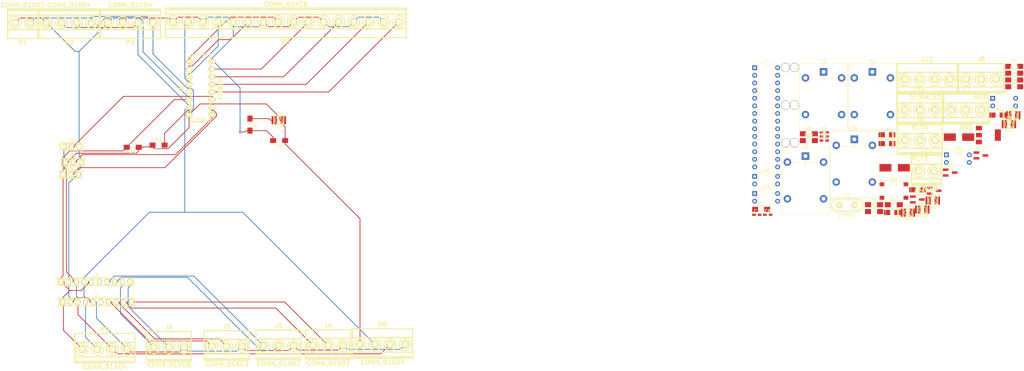
<source format=kicad_pcb>
(kicad_pcb (version 20171130) (host pcbnew "(5.0.0)")

  (general
    (thickness 1.6)
    (drawings 0)
    (tracks 287)
    (zones 0)
    (modules 72)
    (nets 70)
  )

  (page A4)
  (layers
    (0 F.Cu signal)
    (31 B.Cu signal)
    (32 B.Adhes user)
    (33 F.Adhes user)
    (34 B.Paste user)
    (35 F.Paste user)
    (36 B.SilkS user)
    (37 F.SilkS user)
    (38 B.Mask user)
    (39 F.Mask user)
    (40 Dwgs.User user)
    (41 Cmts.User user)
    (42 Eco1.User user)
    (43 Eco2.User user)
    (44 Edge.Cuts user)
    (45 Margin user)
    (46 B.CrtYd user)
    (47 F.CrtYd user)
    (48 B.Fab user)
    (49 F.Fab user)
  )

  (setup
    (last_trace_width 0.25)
    (trace_clearance 0.2)
    (zone_clearance 0.508)
    (zone_45_only no)
    (trace_min 0.2)
    (segment_width 0.2)
    (edge_width 0.15)
    (via_size 0.8)
    (via_drill 0.4)
    (via_min_size 0.4)
    (via_min_drill 0.3)
    (uvia_size 0.3)
    (uvia_drill 0.1)
    (uvias_allowed no)
    (uvia_min_size 0.2)
    (uvia_min_drill 0.1)
    (pcb_text_width 0.3)
    (pcb_text_size 1.5 1.5)
    (mod_edge_width 0.15)
    (mod_text_size 1 1)
    (mod_text_width 0.15)
    (pad_size 1.524 1.524)
    (pad_drill 0.762)
    (pad_to_mask_clearance 0.2)
    (aux_axis_origin 0 0)
    (visible_elements 7FFFFFFF)
    (pcbplotparams
      (layerselection 0x010fc_ffffffff)
      (usegerberextensions false)
      (usegerberattributes false)
      (usegerberadvancedattributes false)
      (creategerberjobfile false)
      (excludeedgelayer true)
      (linewidth 0.100000)
      (plotframeref false)
      (viasonmask false)
      (mode 1)
      (useauxorigin false)
      (hpglpennumber 1)
      (hpglpenspeed 20)
      (hpglpendiameter 15.000000)
      (psnegative false)
      (psa4output false)
      (plotreference true)
      (plotvalue true)
      (plotinvisibletext false)
      (padsonsilk false)
      (subtractmaskfromsilk false)
      (outputformat 1)
      (mirror false)
      (drillshape 1)
      (scaleselection 1)
      (outputdirectory ""))
  )

  (net 0 "")
  (net 1 GND)
  (net 2 +5V)
  (net 3 "Net-(D1-Pad1)")
  (net 4 SCL)
  (net 5 SDA)
  (net 6 A0)
  (net 7 A1)
  (net 8 A2)
  (net 9 A3)
  (net 10 B3)
  (net 11 B2)
  (net 12 B1)
  (net 13 B0)
  (net 14 "Net-(P4-Pad2)")
  (net 15 IN8)
  (net 16 IN7)
  (net 17 IN6)
  (net 18 IN5)
  (net 19 IN4)
  (net 20 IN3)
  (net 21 IN2)
  (net 22 IN1)
  (net 23 "Net-(P6-Pad2)")
  (net 24 "Net-(P7-Pad2)")
  (net 25 "Net-(C2-Pad2)")
  (net 26 +12V)
  (net 27 "Net-(C6-Pad2)")
  (net 28 "Net-(C7-Pad2)")
  (net 29 DTR)
  (net 30 "Net-(D2-Pad2)")
  (net 31 "Net-(D3-Pad1)")
  (net 32 D5)
  (net 33 "Net-(D4-Pad2)")
  (net 34 "Net-(D5-Pad1)")
  (net 35 D4)
  (net 36 "Net-(D6-Pad2)")
  (net 37 D7)
  (net 38 "Net-(D7-Pad1)")
  (net 39 "Net-(D8-Pad2)")
  (net 40 "Net-(D9-Pad1)")
  (net 41 D6)
  (net 42 "Net-(D10-Pad2)")
  (net 43 "Net-(D11-Pad2)")
  (net 44 "Net-(J7-Pad2)")
  (net 45 "Net-(J7-Pad1)")
  (net 46 "Net-(J7-Pad3)")
  (net 47 "Net-(J8-Pad3)")
  (net 48 "Net-(J8-Pad1)")
  (net 49 "Net-(J8-Pad2)")
  (net 50 "Net-(J9-Pad3)")
  (net 51 "Net-(J9-Pad1)")
  (net 52 "Net-(J9-Pad2)")
  (net 53 "Net-(J10-Pad2)")
  (net 54 "Net-(J10-Pad1)")
  (net 55 "Net-(J10-Pad3)")
  (net 56 Tx)
  (net 57 Rx)
  (net 58 "Net-(Q1-Pad1)")
  (net 59 "Net-(Q2-Pad1)")
  (net 60 "Net-(Q3-Pad1)")
  (net 61 "Net-(Q4-Pad1)")
  (net 62 "Net-(R4-Pad1)")
  (net 63 "Net-(R5-Pad1)")
  (net 64 "Net-(R6-Pad2)")
  (net 65 "Net-(R7-Pad2)")
  (net 66 "Net-(R8-Pad1)")
  (net 67 "Net-(R9-Pad1)")
  (net 68 "Net-(R10-Pad2)")
  (net 69 "Net-(R11-Pad2)")

  (net_class Default "Esta es la clase de red por defecto."
    (clearance 0.2)
    (trace_width 0.25)
    (via_dia 0.8)
    (via_drill 0.4)
    (uvia_dia 0.3)
    (uvia_drill 0.1)
    (add_net +12V)
    (add_net +5V)
    (add_net A0)
    (add_net A1)
    (add_net A2)
    (add_net A3)
    (add_net B0)
    (add_net B1)
    (add_net B2)
    (add_net B3)
    (add_net D4)
    (add_net D5)
    (add_net D6)
    (add_net D7)
    (add_net DTR)
    (add_net GND)
    (add_net IN1)
    (add_net IN2)
    (add_net IN3)
    (add_net IN4)
    (add_net IN5)
    (add_net IN6)
    (add_net IN7)
    (add_net IN8)
    (add_net "Net-(C2-Pad2)")
    (add_net "Net-(C6-Pad2)")
    (add_net "Net-(C7-Pad2)")
    (add_net "Net-(D1-Pad1)")
    (add_net "Net-(D10-Pad2)")
    (add_net "Net-(D11-Pad2)")
    (add_net "Net-(D2-Pad2)")
    (add_net "Net-(D3-Pad1)")
    (add_net "Net-(D4-Pad2)")
    (add_net "Net-(D5-Pad1)")
    (add_net "Net-(D6-Pad2)")
    (add_net "Net-(D7-Pad1)")
    (add_net "Net-(D8-Pad2)")
    (add_net "Net-(D9-Pad1)")
    (add_net "Net-(J10-Pad1)")
    (add_net "Net-(J10-Pad2)")
    (add_net "Net-(J10-Pad3)")
    (add_net "Net-(J7-Pad1)")
    (add_net "Net-(J7-Pad2)")
    (add_net "Net-(J7-Pad3)")
    (add_net "Net-(J8-Pad1)")
    (add_net "Net-(J8-Pad2)")
    (add_net "Net-(J8-Pad3)")
    (add_net "Net-(J9-Pad1)")
    (add_net "Net-(J9-Pad2)")
    (add_net "Net-(J9-Pad3)")
    (add_net "Net-(P4-Pad2)")
    (add_net "Net-(P6-Pad2)")
    (add_net "Net-(P7-Pad2)")
    (add_net "Net-(Q1-Pad1)")
    (add_net "Net-(Q2-Pad1)")
    (add_net "Net-(Q3-Pad1)")
    (add_net "Net-(Q4-Pad1)")
    (add_net "Net-(R10-Pad2)")
    (add_net "Net-(R11-Pad2)")
    (add_net "Net-(R4-Pad1)")
    (add_net "Net-(R5-Pad1)")
    (add_net "Net-(R6-Pad2)")
    (add_net "Net-(R7-Pad2)")
    (add_net "Net-(R8-Pad1)")
    (add_net "Net-(R9-Pad1)")
    (add_net Rx)
    (add_net SCL)
    (add_net SDA)
    (add_net Tx)
  )

  (module Capacitors_SMD:C_1206_HandSoldering (layer F.Cu) (tedit 58AA84D1) (tstamp 5BD72AC9)
    (at 160.255 63.3984 180)
    (descr "Capacitor SMD 1206, hand soldering")
    (tags "capacitor 1206")
    (path /58DBE0D8)
    (attr smd)
    (fp_text reference C1 (at 0 -1.75 180) (layer F.SilkS)
      (effects (font (size 1 1) (thickness 0.15)))
    )
    (fp_text value 100nF (at 0 2 180) (layer F.Fab)
      (effects (font (size 1 1) (thickness 0.15)))
    )
    (fp_line (start 3.25 1.05) (end -3.25 1.05) (layer F.CrtYd) (width 0.05))
    (fp_line (start 3.25 1.05) (end 3.25 -1.05) (layer F.CrtYd) (width 0.05))
    (fp_line (start -3.25 -1.05) (end -3.25 1.05) (layer F.CrtYd) (width 0.05))
    (fp_line (start -3.25 -1.05) (end 3.25 -1.05) (layer F.CrtYd) (width 0.05))
    (fp_line (start -1 1.02) (end 1 1.02) (layer F.SilkS) (width 0.12))
    (fp_line (start 1 -1.02) (end -1 -1.02) (layer F.SilkS) (width 0.12))
    (fp_line (start -1.6 -0.8) (end 1.6 -0.8) (layer F.Fab) (width 0.1))
    (fp_line (start 1.6 -0.8) (end 1.6 0.8) (layer F.Fab) (width 0.1))
    (fp_line (start 1.6 0.8) (end -1.6 0.8) (layer F.Fab) (width 0.1))
    (fp_line (start -1.6 0.8) (end -1.6 -0.8) (layer F.Fab) (width 0.1))
    (fp_text user %R (at 0 -1.75 180) (layer F.Fab)
      (effects (font (size 1 1) (thickness 0.15)))
    )
    (pad 2 smd rect (at 2 0 180) (size 2 1.6) (layers F.Cu F.Paste F.Mask)
      (net 1 GND))
    (pad 1 smd rect (at -2 0 180) (size 2 1.6) (layers F.Cu F.Paste F.Mask)
      (net 2 +5V))
    (model Capacitors_SMD.3dshapes/C_1206.wrl
      (at (xyz 0 0 0))
      (scale (xyz 1 1 1))
      (rotate (xyz 0 0 0))
    )
  )

  (module w_smd_leds:Led_PLCC2_3528 (layer F.Cu) (tedit 0) (tstamp 5BD72ADF)
    (at 160.147 56.642)
    (descr "3528 PLCC2 SMD led")
    (path /58DC5F40)
    (fp_text reference D1 (at 0 -2.10058) (layer F.SilkS)
      (effects (font (size 0.8001 0.8001) (thickness 0.14986)))
    )
    (fp_text value LED (at 0 2.19964) (layer F.SilkS)
      (effects (font (size 0.8001 0.8001) (thickness 0.14986)))
    )
    (fp_line (start 0.09906 0.20066) (end 0.09906 -0.20066) (layer F.SilkS) (width 0.19812))
    (fp_line (start -0.09906 0.29972) (end -0.09906 -0.29972) (layer F.SilkS) (width 0.19812))
    (fp_line (start 1.50114 1.39954) (end 1.50114 -1.39954) (layer F.SilkS) (width 0.19812))
    (fp_line (start -1.50114 -1.39954) (end -1.50114 1.39954) (layer F.SilkS) (width 0.19812))
    (fp_circle (center 0 0) (end -1.19888 0) (layer F.SilkS) (width 0.19812))
    (fp_line (start -0.19812 -0.50038) (end -0.19812 0.50038) (layer F.SilkS) (width 0.19812))
    (fp_line (start -0.19812 0.50038) (end 0.29972 0) (layer F.SilkS) (width 0.19812))
    (fp_line (start 0.29972 0) (end -0.19812 -0.50038) (layer F.SilkS) (width 0.19812))
    (fp_line (start 0.8001 1.39954) (end 1.4986 0.70104) (layer F.SilkS) (width 0.19812))
    (fp_line (start 1.19888 1.39954) (end 1.4986 1.09982) (layer F.SilkS) (width 0.19812))
    (fp_line (start 1.4986 1.19888) (end 1.30048 1.39954) (layer F.SilkS) (width 0.19812))
    (fp_line (start 0.99822 1.39954) (end 1.4986 0.89916) (layer F.SilkS) (width 0.19812))
    (fp_line (start -1.69926 -1.39954) (end -1.69926 1.39954) (layer F.SilkS) (width 0.19812))
    (fp_line (start -1.69926 1.39954) (end 1.69926 1.39954) (layer F.SilkS) (width 0.19812))
    (fp_line (start 1.69926 1.39954) (end 1.69926 -1.39954) (layer F.SilkS) (width 0.19812))
    (fp_line (start 1.69926 -1.397) (end -1.69926 -1.397) (layer F.SilkS) (width 0.19812))
    (pad 1 smd rect (at -1.4986 0) (size 1.79578 2.69748) (layers F.Cu F.Paste F.Mask)
      (net 3 "Net-(D1-Pad1)"))
    (pad 2 smd rect (at 1.4986 0) (size 1.79578 2.69748) (layers F.Cu F.Paste F.Mask)
      (net 2 +5V))
    (model walter/smd_leds/led_plcc2_3528.wrl
      (at (xyz 0 0 0))
      (scale (xyz 1 1 1))
      (rotate (xyz 0 0 0))
    )
  )

  (module w_pin_strip:pin_socket_10 (layer F.Cu) (tedit 0) (tstamp 5BD72AF2)
    (at 99.7712 117.094)
    (descr "Pin socket 10pin")
    (tags "CONN DEV")
    (path /5BD76706/59945EC4)
    (fp_text reference J1 (at 0 -2.159) (layer F.SilkS)
      (effects (font (size 1.016 1.016) (thickness 0.2032)))
    )
    (fp_text value CONN_01X10 (at 0.254 -3.556) (layer F.SilkS) hide
      (effects (font (size 1.016 0.889) (thickness 0.2032)))
    )
    (fp_line (start -10.16 -1.27) (end -10.16 1.27) (layer F.SilkS) (width 0.3048))
    (fp_line (start -12.7 -1.27) (end 12.7 -1.27) (layer F.SilkS) (width 0.3048))
    (fp_line (start 12.7 -1.27) (end 12.7 1.27) (layer F.SilkS) (width 0.3048))
    (fp_line (start 12.7 1.27) (end -12.7 1.27) (layer F.SilkS) (width 0.3048))
    (fp_line (start -12.7 1.27) (end -12.7 -1.27) (layer F.SilkS) (width 0.3048))
    (pad 1 thru_hole rect (at -11.43 0) (size 1.524 2.19964) (drill 1.00076) (layers *.Cu *.Mask F.SilkS)
      (net 2 +5V))
    (pad 2 thru_hole oval (at -8.89 0) (size 1.524 2.19964) (drill 1.00076) (layers *.Cu *.Mask F.SilkS)
      (net 1 GND))
    (pad 3 thru_hole oval (at -6.35 0) (size 1.524 2.19964) (drill 1.00076) (layers *.Cu *.Mask F.SilkS)
      (net 4 SCL))
    (pad 4 thru_hole oval (at -3.81 0) (size 1.524 2.19964) (drill 1.00076) (layers *.Cu *.Mask F.SilkS)
      (net 5 SDA))
    (pad 5 thru_hole oval (at -1.27 0) (size 1.524 2.19964) (drill 1.00076) (layers *.Cu *.Mask F.SilkS)
      (net 1 GND))
    (pad 6 thru_hole oval (at 1.27 0) (size 1.524 2.19964) (drill 1.00076) (layers *.Cu *.Mask F.SilkS))
    (pad 7 thru_hole oval (at 3.81 0) (size 1.524 2.19964) (drill 1.00076) (layers *.Cu *.Mask F.SilkS)
      (net 6 A0))
    (pad 8 thru_hole oval (at 6.35 0) (size 1.524 2.19964) (drill 1.00076) (layers *.Cu *.Mask F.SilkS)
      (net 7 A1))
    (pad 9 thru_hole oval (at 8.89 0) (size 1.524 2.19964) (drill 1.00076) (layers *.Cu *.Mask F.SilkS)
      (net 8 A2))
    (pad 10 thru_hole oval (at 11.43 0) (size 1.524 2.19964) (drill 1.00076) (layers *.Cu *.Mask F.SilkS)
      (net 9 A3))
    (model walter/pin_strip/pin_socket_10.wrl
      (at (xyz 0 0 0))
      (scale (xyz 1 1 1))
      (rotate (xyz 0 0 0))
    )
  )

  (module w_conn_mkds:mkds_1,5-3 (layer F.Cu) (tedit 0) (tstamp 5BD72B05)
    (at 142.85 131.826)
    (descr "3-way 5mm pitch terminal block, Phoenix MKDS series")
    (path /5BD76706/5994ADAC)
    (fp_text reference J2 (at 0 -6.6) (layer F.SilkS)
      (effects (font (size 1.5 1.5) (thickness 0.3)))
    )
    (fp_text value CONN_01X03 (at 0 5.9) (layer F.SilkS)
      (effects (font (size 1.5 1.5) (thickness 0.3)))
    )
    (fp_line (start -7.5 -5.2) (end -7.5 4.6) (layer F.SilkS) (width 0.381))
    (fp_line (start 7.5 -5.2) (end -7.5 -5.2) (layer F.SilkS) (width 0.381))
    (fp_line (start 7.5 4.6) (end 7.5 -5.2) (layer F.SilkS) (width 0.381))
    (fp_line (start -7.5 4.6) (end 7.5 4.6) (layer F.SilkS) (width 0.381))
    (fp_line (start -7.5 4.1) (end 7.5 4.1) (layer F.SilkS) (width 0.381))
    (fp_line (start -7.5 -2.3) (end 7.5 -2.3) (layer F.SilkS) (width 0.381))
    (fp_line (start -7.5 2.6) (end 7.5 2.6) (layer F.SilkS) (width 0.381))
    (fp_circle (center -5 0.1) (end -3 0.1) (layer F.SilkS) (width 0.381))
    (fp_circle (center 0 0.1) (end -2 0.1) (layer F.SilkS) (width 0.381))
    (fp_line (start -2.5 4.1) (end -2.5 4.6) (layer F.SilkS) (width 0.381))
    (fp_line (start 2.5 4.1) (end 2.5 4.6) (layer F.SilkS) (width 0.381))
    (fp_circle (center 5 0.1) (end 3 0.1) (layer F.SilkS) (width 0.381))
    (pad 2 thru_hole circle (at 0 0) (size 2.5 2.5) (drill 1.3) (layers *.Cu *.Mask F.SilkS)
      (net 7 A1))
    (pad 1 thru_hole circle (at -5 0) (size 2.5 2.5) (drill 1.3) (layers *.Cu *.Mask F.SilkS)
      (net 6 A0))
    (pad 3 thru_hole circle (at 5 0) (size 2.5 2.5) (drill 1.3) (layers *.Cu *.Mask F.SilkS)
      (net 1 GND))
    (model walter/conn_mkds/mkds_1,5-3.wrl
      (at (xyz 0 0 0))
      (scale (xyz 1 1 1))
      (rotate (xyz 0 0 0))
    )
  )

  (module w_pin_strip:pin_socket_10 (layer F.Cu) (tedit 0) (tstamp 5BD72B18)
    (at 99.2632 110.388)
    (descr "Pin socket 10pin")
    (tags "CONN DEV")
    (path /5BD76706/59945F53)
    (fp_text reference J3 (at 0 -2.159) (layer F.SilkS)
      (effects (font (size 1.016 1.016) (thickness 0.2032)))
    )
    (fp_text value CONN_01X10 (at 0.254 -3.556) (layer F.SilkS) hide
      (effects (font (size 1.016 0.889) (thickness 0.2032)))
    )
    (fp_line (start -12.7 1.27) (end -12.7 -1.27) (layer F.SilkS) (width 0.3048))
    (fp_line (start 12.7 1.27) (end -12.7 1.27) (layer F.SilkS) (width 0.3048))
    (fp_line (start 12.7 -1.27) (end 12.7 1.27) (layer F.SilkS) (width 0.3048))
    (fp_line (start -12.7 -1.27) (end 12.7 -1.27) (layer F.SilkS) (width 0.3048))
    (fp_line (start -10.16 -1.27) (end -10.16 1.27) (layer F.SilkS) (width 0.3048))
    (pad 10 thru_hole oval (at 11.43 0) (size 1.524 2.19964) (drill 1.00076) (layers *.Cu *.Mask F.SilkS)
      (net 10 B3))
    (pad 9 thru_hole oval (at 8.89 0) (size 1.524 2.19964) (drill 1.00076) (layers *.Cu *.Mask F.SilkS)
      (net 11 B2))
    (pad 8 thru_hole oval (at 6.35 0) (size 1.524 2.19964) (drill 1.00076) (layers *.Cu *.Mask F.SilkS)
      (net 12 B1))
    (pad 7 thru_hole oval (at 3.81 0) (size 1.524 2.19964) (drill 1.00076) (layers *.Cu *.Mask F.SilkS)
      (net 13 B0))
    (pad 6 thru_hole oval (at 1.27 0) (size 1.524 2.19964) (drill 1.00076) (layers *.Cu *.Mask F.SilkS))
    (pad 5 thru_hole oval (at -1.27 0) (size 1.524 2.19964) (drill 1.00076) (layers *.Cu *.Mask F.SilkS)
      (net 2 +5V))
    (pad 4 thru_hole oval (at -3.81 0) (size 1.524 2.19964) (drill 1.00076) (layers *.Cu *.Mask F.SilkS)
      (net 5 SDA))
    (pad 3 thru_hole oval (at -6.35 0) (size 1.524 2.19964) (drill 1.00076) (layers *.Cu *.Mask F.SilkS)
      (net 4 SCL))
    (pad 2 thru_hole oval (at -8.89 0) (size 1.524 2.19964) (drill 1.00076) (layers *.Cu *.Mask F.SilkS)
      (net 1 GND))
    (pad 1 thru_hole rect (at -11.43 0) (size 1.524 2.19964) (drill 1.00076) (layers *.Cu *.Mask F.SilkS)
      (net 2 +5V))
    (model walter/pin_strip/pin_socket_10.wrl
      (at (xyz 0 0 0))
      (scale (xyz 1 1 1))
      (rotate (xyz 0 0 0))
    )
  )

  (module w_conn_mkds:mkds_1,5-3 (layer F.Cu) (tedit 0) (tstamp 5BD72B2B)
    (at 176.53 131.521)
    (descr "3-way 5mm pitch terminal block, Phoenix MKDS series")
    (path /5BD76706/5994AE1F)
    (fp_text reference J4 (at 0 -6.6) (layer F.SilkS)
      (effects (font (size 1.5 1.5) (thickness 0.3)))
    )
    (fp_text value CONN_01X03 (at 0 5.9) (layer F.SilkS)
      (effects (font (size 1.5 1.5) (thickness 0.3)))
    )
    (fp_circle (center 5 0.1) (end 3 0.1) (layer F.SilkS) (width 0.381))
    (fp_line (start 2.5 4.1) (end 2.5 4.6) (layer F.SilkS) (width 0.381))
    (fp_line (start -2.5 4.1) (end -2.5 4.6) (layer F.SilkS) (width 0.381))
    (fp_circle (center 0 0.1) (end -2 0.1) (layer F.SilkS) (width 0.381))
    (fp_circle (center -5 0.1) (end -3 0.1) (layer F.SilkS) (width 0.381))
    (fp_line (start -7.5 2.6) (end 7.5 2.6) (layer F.SilkS) (width 0.381))
    (fp_line (start -7.5 -2.3) (end 7.5 -2.3) (layer F.SilkS) (width 0.381))
    (fp_line (start -7.5 4.1) (end 7.5 4.1) (layer F.SilkS) (width 0.381))
    (fp_line (start -7.5 4.6) (end 7.5 4.6) (layer F.SilkS) (width 0.381))
    (fp_line (start 7.5 4.6) (end 7.5 -5.2) (layer F.SilkS) (width 0.381))
    (fp_line (start 7.5 -5.2) (end -7.5 -5.2) (layer F.SilkS) (width 0.381))
    (fp_line (start -7.5 -5.2) (end -7.5 4.6) (layer F.SilkS) (width 0.381))
    (pad 3 thru_hole circle (at 5 0) (size 2.5 2.5) (drill 1.3) (layers *.Cu *.Mask F.SilkS)
      (net 1 GND))
    (pad 1 thru_hole circle (at -5 0) (size 2.5 2.5) (drill 1.3) (layers *.Cu *.Mask F.SilkS)
      (net 8 A2))
    (pad 2 thru_hole circle (at 0 0) (size 2.5 2.5) (drill 1.3) (layers *.Cu *.Mask F.SilkS)
      (net 9 A3))
    (model walter/conn_mkds/mkds_1,5-3.wrl
      (at (xyz 0 0 0))
      (scale (xyz 1 1 1))
      (rotate (xyz 0 0 0))
    )
  )

  (module w_conn_mkds:mkds_1,5-3 (layer F.Cu) (tedit 0) (tstamp 5BD735C3)
    (at 160.071 131.623)
    (descr "3-way 5mm pitch terminal block, Phoenix MKDS series")
    (path /5BD76706/5994AE62)
    (fp_text reference J5 (at 0 -6.6) (layer F.SilkS)
      (effects (font (size 1.5 1.5) (thickness 0.3)))
    )
    (fp_text value CONN_01X03 (at 0 5.9) (layer F.SilkS)
      (effects (font (size 1.5 1.5) (thickness 0.3)))
    )
    (fp_line (start -7.5 -5.2) (end -7.5 4.6) (layer F.SilkS) (width 0.381))
    (fp_line (start 7.5 -5.2) (end -7.5 -5.2) (layer F.SilkS) (width 0.381))
    (fp_line (start 7.5 4.6) (end 7.5 -5.2) (layer F.SilkS) (width 0.381))
    (fp_line (start -7.5 4.6) (end 7.5 4.6) (layer F.SilkS) (width 0.381))
    (fp_line (start -7.5 4.1) (end 7.5 4.1) (layer F.SilkS) (width 0.381))
    (fp_line (start -7.5 -2.3) (end 7.5 -2.3) (layer F.SilkS) (width 0.381))
    (fp_line (start -7.5 2.6) (end 7.5 2.6) (layer F.SilkS) (width 0.381))
    (fp_circle (center -5 0.1) (end -3 0.1) (layer F.SilkS) (width 0.381))
    (fp_circle (center 0 0.1) (end -2 0.1) (layer F.SilkS) (width 0.381))
    (fp_line (start -2.5 4.1) (end -2.5 4.6) (layer F.SilkS) (width 0.381))
    (fp_line (start 2.5 4.1) (end 2.5 4.6) (layer F.SilkS) (width 0.381))
    (fp_circle (center 5 0.1) (end 3 0.1) (layer F.SilkS) (width 0.381))
    (pad 2 thru_hole circle (at 0 0) (size 2.5 2.5) (drill 1.3) (layers *.Cu *.Mask F.SilkS)
      (net 12 B1))
    (pad 1 thru_hole circle (at -5 0) (size 2.5 2.5) (drill 1.3) (layers *.Cu *.Mask F.SilkS)
      (net 13 B0))
    (pad 3 thru_hole circle (at 5 0) (size 2.5 2.5) (drill 1.3) (layers *.Cu *.Mask F.SilkS)
      (net 1 GND))
    (model walter/conn_mkds/mkds_1,5-3.wrl
      (at (xyz 0 0 0))
      (scale (xyz 1 1 1))
      (rotate (xyz 0 0 0))
    )
  )

  (module w_conn_mkds:mkds_1,5-3 (layer F.Cu) (tedit 0) (tstamp 5BD72B51)
    (at 123.647 132.131)
    (descr "3-way 5mm pitch terminal block, Phoenix MKDS series")
    (path /5BD76706/5994DADB)
    (fp_text reference J6 (at 0 -6.6) (layer F.SilkS)
      (effects (font (size 1.5 1.5) (thickness 0.3)))
    )
    (fp_text value CONN_01X03 (at 0 5.9) (layer F.SilkS)
      (effects (font (size 1.5 1.5) (thickness 0.3)))
    )
    (fp_circle (center 5 0.1) (end 3 0.1) (layer F.SilkS) (width 0.381))
    (fp_line (start 2.5 4.1) (end 2.5 4.6) (layer F.SilkS) (width 0.381))
    (fp_line (start -2.5 4.1) (end -2.5 4.6) (layer F.SilkS) (width 0.381))
    (fp_circle (center 0 0.1) (end -2 0.1) (layer F.SilkS) (width 0.381))
    (fp_circle (center -5 0.1) (end -3 0.1) (layer F.SilkS) (width 0.381))
    (fp_line (start -7.5 2.6) (end 7.5 2.6) (layer F.SilkS) (width 0.381))
    (fp_line (start -7.5 -2.3) (end 7.5 -2.3) (layer F.SilkS) (width 0.381))
    (fp_line (start -7.5 4.1) (end 7.5 4.1) (layer F.SilkS) (width 0.381))
    (fp_line (start -7.5 4.6) (end 7.5 4.6) (layer F.SilkS) (width 0.381))
    (fp_line (start 7.5 4.6) (end 7.5 -5.2) (layer F.SilkS) (width 0.381))
    (fp_line (start 7.5 -5.2) (end -7.5 -5.2) (layer F.SilkS) (width 0.381))
    (fp_line (start -7.5 -5.2) (end -7.5 4.6) (layer F.SilkS) (width 0.381))
    (pad 3 thru_hole circle (at 5 0) (size 2.5 2.5) (drill 1.3) (layers *.Cu *.Mask F.SilkS)
      (net 1 GND))
    (pad 1 thru_hole circle (at -5 0) (size 2.5 2.5) (drill 1.3) (layers *.Cu *.Mask F.SilkS)
      (net 11 B2))
    (pad 2 thru_hole circle (at 0 0) (size 2.5 2.5) (drill 1.3) (layers *.Cu *.Mask F.SilkS)
      (net 10 B3))
    (model walter/conn_mkds/mkds_1,5-3.wrl
      (at (xyz 0 0 0))
      (scale (xyz 1 1 1))
      (rotate (xyz 0 0 0))
    )
  )

  (module w_conn_mkds:mkds_1,5-2 (layer F.Cu) (tedit 0) (tstamp 5BD72B61)
    (at 75.0887 24.2336 180)
    (descr "2-way 5mm pitch terminal block, Phoenix MKDS series")
    (path /58DC0B71)
    (fp_text reference P1 (at 0 -6.6 180) (layer F.SilkS)
      (effects (font (size 1.5 1.5) (thickness 0.3)))
    )
    (fp_text value CONN_01X02 (at 0 5.9 180) (layer F.SilkS)
      (effects (font (size 1.5 1.5) (thickness 0.3)))
    )
    (fp_line (start 0 4.1) (end 0 4.6) (layer F.SilkS) (width 0.381))
    (fp_circle (center 2.5 0.1) (end 0.5 0.1) (layer F.SilkS) (width 0.381))
    (fp_circle (center -2.5 0.1) (end -0.5 0.1) (layer F.SilkS) (width 0.381))
    (fp_line (start -5 2.6) (end 5 2.6) (layer F.SilkS) (width 0.381))
    (fp_line (start -5 -2.3) (end 5 -2.3) (layer F.SilkS) (width 0.381))
    (fp_line (start -5 4.1) (end 5 4.1) (layer F.SilkS) (width 0.381))
    (fp_line (start -5 4.6) (end 5 4.6) (layer F.SilkS) (width 0.381))
    (fp_line (start 5 4.6) (end 5 -5.2) (layer F.SilkS) (width 0.381))
    (fp_line (start 5 -5.2) (end -5 -5.2) (layer F.SilkS) (width 0.381))
    (fp_line (start -5 -5.2) (end -5 4.6) (layer F.SilkS) (width 0.381))
    (pad 1 thru_hole circle (at -2.5 0 180) (size 2.5 2.5) (drill 1.3) (layers *.Cu *.Mask F.SilkS)
      (net 2 +5V))
    (pad 2 thru_hole circle (at 2.5 0 180) (size 2.5 2.5) (drill 1.3) (layers *.Cu *.Mask F.SilkS)
      (net 1 GND))
    (model walter/conn_mkds/mkds_1,5-2.wrl
      (at (xyz 0 0 0))
      (scale (xyz 1 1 1))
      (rotate (xyz 0 0 0))
    )
  )

  (module w_conn_mkds:mkds_1,5-4 (layer F.Cu) (tedit 0) (tstamp 5BD72B77)
    (at 90.4687 24.2336 180)
    (descr "4-way 5mm pitch terminal block, Phoenix MKDS series")
    (path /58DAED46)
    (fp_text reference P2 (at 0 -6.6 180) (layer F.SilkS)
      (effects (font (size 1.5 1.5) (thickness 0.3)))
    )
    (fp_text value CONN_01X04 (at 0 5.9 180) (layer F.SilkS)
      (effects (font (size 1.5 1.5) (thickness 0.3)))
    )
    (fp_line (start -10 -5.2) (end -10 4.6) (layer F.SilkS) (width 0.381))
    (fp_line (start 10 -5.2) (end -10 -5.2) (layer F.SilkS) (width 0.381))
    (fp_line (start 10 4.6) (end 10 -5.2) (layer F.SilkS) (width 0.381))
    (fp_line (start -10 4.6) (end 10 4.6) (layer F.SilkS) (width 0.381))
    (fp_line (start -10 4.1) (end 10 4.1) (layer F.SilkS) (width 0.381))
    (fp_line (start -10 -2.3) (end 10 -2.3) (layer F.SilkS) (width 0.381))
    (fp_line (start -10 2.6) (end 10 2.6) (layer F.SilkS) (width 0.381))
    (fp_circle (center -7.5 0.1) (end -5.5 0.1) (layer F.SilkS) (width 0.381))
    (fp_circle (center -2.5 0.1) (end -4.5 0.1) (layer F.SilkS) (width 0.381))
    (fp_line (start -5 4.1) (end -5 4.6) (layer F.SilkS) (width 0.381))
    (fp_line (start 0 4.1) (end 0 4.6) (layer F.SilkS) (width 0.381))
    (fp_circle (center 2.5 0.1) (end 0.5 0.1) (layer F.SilkS) (width 0.381))
    (fp_circle (center 7.5 0.1) (end 5.5 0.1) (layer F.SilkS) (width 0.381))
    (fp_line (start 5 4.1) (end 5 4.6) (layer F.SilkS) (width 0.381))
    (pad 2 thru_hole circle (at -2.5 0 180) (size 2.5 2.5) (drill 1.3) (layers *.Cu *.Mask F.SilkS)
      (net 5 SDA))
    (pad 1 thru_hole circle (at -7.5 0 180) (size 2.5 2.5) (drill 1.3) (layers *.Cu *.Mask F.SilkS)
      (net 2 +5V))
    (pad 3 thru_hole circle (at 2.5 0 180) (size 2.5 2.5) (drill 1.3) (layers *.Cu *.Mask F.SilkS)
      (net 4 SCL))
    (pad 4 thru_hole circle (at 7.5 0 180) (size 2.5 2.5) (drill 1.3) (layers *.Cu *.Mask F.SilkS)
      (net 1 GND))
    (model walter/conn_mkds/mkds_1,5-4.wrl
      (at (xyz 0 0 0))
      (scale (xyz 1 1 1))
      (rotate (xyz 0 0 0))
    )
  )

  (module w_conn_mkds:mkds_1,5-4 (layer F.Cu) (tedit 0) (tstamp 5BD72B8D)
    (at 110.849 24.2336 180)
    (descr "4-way 5mm pitch terminal block, Phoenix MKDS series")
    (path /58DADD39)
    (fp_text reference P3 (at 0 -6.6 180) (layer F.SilkS)
      (effects (font (size 1.5 1.5) (thickness 0.3)))
    )
    (fp_text value CONN_01X04 (at 0 5.9 180) (layer F.SilkS)
      (effects (font (size 1.5 1.5) (thickness 0.3)))
    )
    (fp_line (start 5 4.1) (end 5 4.6) (layer F.SilkS) (width 0.381))
    (fp_circle (center 7.5 0.1) (end 5.5 0.1) (layer F.SilkS) (width 0.381))
    (fp_circle (center 2.5 0.1) (end 0.5 0.1) (layer F.SilkS) (width 0.381))
    (fp_line (start 0 4.1) (end 0 4.6) (layer F.SilkS) (width 0.381))
    (fp_line (start -5 4.1) (end -5 4.6) (layer F.SilkS) (width 0.381))
    (fp_circle (center -2.5 0.1) (end -4.5 0.1) (layer F.SilkS) (width 0.381))
    (fp_circle (center -7.5 0.1) (end -5.5 0.1) (layer F.SilkS) (width 0.381))
    (fp_line (start -10 2.6) (end 10 2.6) (layer F.SilkS) (width 0.381))
    (fp_line (start -10 -2.3) (end 10 -2.3) (layer F.SilkS) (width 0.381))
    (fp_line (start -10 4.1) (end 10 4.1) (layer F.SilkS) (width 0.381))
    (fp_line (start -10 4.6) (end 10 4.6) (layer F.SilkS) (width 0.381))
    (fp_line (start 10 4.6) (end 10 -5.2) (layer F.SilkS) (width 0.381))
    (fp_line (start 10 -5.2) (end -10 -5.2) (layer F.SilkS) (width 0.381))
    (fp_line (start -10 -5.2) (end -10 4.6) (layer F.SilkS) (width 0.381))
    (pad 4 thru_hole circle (at 7.5 0 180) (size 2.5 2.5) (drill 1.3) (layers *.Cu *.Mask F.SilkS)
      (net 1 GND))
    (pad 3 thru_hole circle (at 2.5 0 180) (size 2.5 2.5) (drill 1.3) (layers *.Cu *.Mask F.SilkS)
      (net 4 SCL))
    (pad 1 thru_hole circle (at -7.5 0 180) (size 2.5 2.5) (drill 1.3) (layers *.Cu *.Mask F.SilkS)
      (net 2 +5V))
    (pad 2 thru_hole circle (at -2.5 0 180) (size 2.5 2.5) (drill 1.3) (layers *.Cu *.Mask F.SilkS)
      (net 5 SDA))
    (model walter/conn_mkds/mkds_1,5-4.wrl
      (at (xyz 0 0 0))
      (scale (xyz 1 1 1))
      (rotate (xyz 0 0 0))
    )
  )

  (module w_pin_strip:pin_strip_3 (layer F.Cu) (tedit 0) (tstamp 5BD72B99)
    (at 91.8464 70.612)
    (descr "Pin strip 3pin")
    (tags "CONN DEV")
    (path /58DB13C8)
    (fp_text reference P4 (at 0 -2.159) (layer F.SilkS)
      (effects (font (size 1.016 1.016) (thickness 0.2032)))
    )
    (fp_text value CONN_01X03 (at 0.254 -3.556) (layer F.SilkS) hide
      (effects (font (size 1.016 0.889) (thickness 0.2032)))
    )
    (fp_line (start -1.27 1.27) (end -1.27 -1.27) (layer F.SilkS) (width 0.3048))
    (fp_line (start -3.81 -1.27) (end 3.81 -1.27) (layer F.SilkS) (width 0.3048))
    (fp_line (start 3.81 -1.27) (end 3.81 1.27) (layer F.SilkS) (width 0.3048))
    (fp_line (start 3.81 1.27) (end -3.81 1.27) (layer F.SilkS) (width 0.3048))
    (fp_line (start -3.81 1.27) (end -3.81 -1.27) (layer F.SilkS) (width 0.3048))
    (pad 1 thru_hole rect (at -2.54 0) (size 1.524 2.19964) (drill 1.00076) (layers *.Cu *.Mask F.SilkS)
      (net 2 +5V))
    (pad 2 thru_hole oval (at 0 0) (size 1.524 2.19964) (drill 1.00076) (layers *.Cu *.Mask F.SilkS)
      (net 14 "Net-(P4-Pad2)"))
    (pad 3 thru_hole oval (at 2.54 0) (size 1.524 2.19964) (drill 1.00076) (layers *.Cu *.Mask F.SilkS)
      (net 1 GND))
    (model walter/pin_strip/pin_strip_3.wrl
      (at (xyz 0 0 0))
      (scale (xyz 1 1 1))
      (rotate (xyz 0 0 0))
    )
  )

  (module w_conn_mkds:mkds_1,5-16 (layer F.Cu) (tedit 0) (tstamp 5BD72BD3)
    (at 162.514 23.9545 180)
    (descr "16-way 5mm pitch terminal block, Phoenix MKDS series")
    (path /58DB1961)
    (fp_text reference P5 (at 0 -6.6 180) (layer F.SilkS)
      (effects (font (size 1.5 1.5) (thickness 0.3)))
    )
    (fp_text value CONN_01X16 (at 0 5.9 180) (layer F.SilkS)
      (effects (font (size 1.5 1.5) (thickness 0.3)))
    )
    (fp_circle (center 37.5 0.1) (end 35.5 0.1) (layer F.SilkS) (width 0.381))
    (fp_line (start 35 4.1) (end 35 4.6) (layer F.SilkS) (width 0.381))
    (fp_line (start 30 4.1) (end 30 4.6) (layer F.SilkS) (width 0.381))
    (fp_circle (center 32.5 0.1) (end 30.5 0.1) (layer F.SilkS) (width 0.381))
    (fp_circle (center 27.5 0.1) (end 25.5 0.1) (layer F.SilkS) (width 0.381))
    (fp_line (start 25 4.1) (end 25 4.6) (layer F.SilkS) (width 0.381))
    (fp_line (start 20 4.1) (end 20 4.6) (layer F.SilkS) (width 0.381))
    (fp_circle (center 22.5 0.1) (end 20.5 0.1) (layer F.SilkS) (width 0.381))
    (fp_circle (center 17.5 0.1) (end 15.5 0.1) (layer F.SilkS) (width 0.381))
    (fp_line (start 15 4.1) (end 15 4.6) (layer F.SilkS) (width 0.381))
    (fp_line (start 10 4.1) (end 10 4.6) (layer F.SilkS) (width 0.381))
    (fp_circle (center 12.5 0.1) (end 10.5 0.1) (layer F.SilkS) (width 0.381))
    (fp_circle (center 7.5 0.1) (end 5.5 0.1) (layer F.SilkS) (width 0.381))
    (fp_line (start 5 4.1) (end 5 4.6) (layer F.SilkS) (width 0.381))
    (fp_line (start 0 4.1) (end 0 4.6) (layer F.SilkS) (width 0.381))
    (fp_circle (center 2.5 0.1) (end 0.5 0.1) (layer F.SilkS) (width 0.381))
    (fp_circle (center -2.5 0.1) (end -4.5 0.1) (layer F.SilkS) (width 0.381))
    (fp_line (start -5 4.1) (end -5 4.6) (layer F.SilkS) (width 0.381))
    (fp_line (start -10 4.1) (end -10 4.6) (layer F.SilkS) (width 0.381))
    (fp_circle (center -7.5 0.1) (end -9.5 0.1) (layer F.SilkS) (width 0.381))
    (fp_circle (center -12.5 0.1) (end -14.5 0.1) (layer F.SilkS) (width 0.381))
    (fp_line (start -15 4.1) (end -15 4.6) (layer F.SilkS) (width 0.381))
    (fp_line (start -20 4.1) (end -20 4.6) (layer F.SilkS) (width 0.381))
    (fp_circle (center -17.5 0.1) (end -19.5 0.1) (layer F.SilkS) (width 0.381))
    (fp_line (start -25 4.1) (end -25 4.6) (layer F.SilkS) (width 0.381))
    (fp_circle (center -22.5 0.1) (end -24.5 0.1) (layer F.SilkS) (width 0.381))
    (fp_circle (center -27.5 0.1) (end -29.5 0.1) (layer F.SilkS) (width 0.381))
    (fp_line (start -30 4.1) (end -30 4.6) (layer F.SilkS) (width 0.381))
    (fp_line (start -35 4.1) (end -35 4.6) (layer F.SilkS) (width 0.381))
    (fp_circle (center -32.5 0.1) (end -34.5 0.1) (layer F.SilkS) (width 0.381))
    (fp_circle (center -37.5 0.1) (end -35.5 0.1) (layer F.SilkS) (width 0.381))
    (fp_line (start -40 2.6) (end 40 2.6) (layer F.SilkS) (width 0.381))
    (fp_line (start -40 -2.3) (end 40 -2.3) (layer F.SilkS) (width 0.381))
    (fp_line (start -40 4.1) (end 40 4.1) (layer F.SilkS) (width 0.381))
    (fp_line (start -40 4.6) (end 40 4.6) (layer F.SilkS) (width 0.381))
    (fp_line (start 40 4.6) (end 40 -5.2) (layer F.SilkS) (width 0.381))
    (fp_line (start 40 -5.2) (end -40 -5.2) (layer F.SilkS) (width 0.381))
    (fp_line (start -40 -5.2) (end -40 4.6) (layer F.SilkS) (width 0.381))
    (pad 16 thru_hole circle (at 37.5 0 180) (size 2.5 2.5) (drill 1.3) (layers *.Cu *.Mask F.SilkS)
      (net 1 GND))
    (pad 15 thru_hole circle (at 32.5 0 180) (size 2.5 2.5) (drill 1.3) (layers *.Cu *.Mask F.SilkS)
      (net 15 IN8))
    (pad 14 thru_hole circle (at 27.5 0 180) (size 2.5 2.5) (drill 1.3) (layers *.Cu *.Mask F.SilkS)
      (net 1 GND))
    (pad 13 thru_hole circle (at 22.5 0 180) (size 2.5 2.5) (drill 1.3) (layers *.Cu *.Mask F.SilkS)
      (net 16 IN7))
    (pad 12 thru_hole circle (at 17.5 0 180) (size 2.5 2.5) (drill 1.3) (layers *.Cu *.Mask F.SilkS)
      (net 1 GND))
    (pad 11 thru_hole circle (at 12.5 0 180) (size 2.5 2.5) (drill 1.3) (layers *.Cu *.Mask F.SilkS)
      (net 17 IN6))
    (pad 10 thru_hole circle (at 7.5 0 180) (size 2.5 2.5) (drill 1.3) (layers *.Cu *.Mask F.SilkS)
      (net 1 GND))
    (pad 9 thru_hole circle (at 2.5 0 180) (size 2.5 2.5) (drill 1.3) (layers *.Cu *.Mask F.SilkS)
      (net 18 IN5))
    (pad 8 thru_hole circle (at -2.5 0 180) (size 2.5 2.5) (drill 1.3) (layers *.Cu *.Mask F.SilkS)
      (net 1 GND))
    (pad 7 thru_hole circle (at -7.5 0 180) (size 2.5 2.5) (drill 1.3) (layers *.Cu *.Mask F.SilkS)
      (net 19 IN4))
    (pad 6 thru_hole circle (at -12.5 0 180) (size 2.5 2.5) (drill 1.3) (layers *.Cu *.Mask F.SilkS)
      (net 1 GND))
    (pad 5 thru_hole circle (at -17.5 0 180) (size 2.5 2.5) (drill 1.3) (layers *.Cu *.Mask F.SilkS)
      (net 20 IN3))
    (pad 4 thru_hole circle (at -22.5 0 180) (size 2.5 2.5) (drill 1.3) (layers *.Cu *.Mask F.SilkS)
      (net 1 GND))
    (pad 3 thru_hole circle (at -27.5 0 180) (size 2.5 2.5) (drill 1.3) (layers *.Cu *.Mask F.SilkS)
      (net 21 IN2))
    (pad 1 thru_hole circle (at -37.5 0 180) (size 2.5 2.5) (drill 1.3) (layers *.Cu *.Mask F.SilkS)
      (net 22 IN1))
    (pad 2 thru_hole circle (at -32.5 0 180) (size 2.5 2.5) (drill 1.3) (layers *.Cu *.Mask F.SilkS)
      (net 1 GND))
    (model walter/conn_mkds/mkds_1,5-16.wrl
      (at (xyz 0 0 0))
      (scale (xyz 1 1 1))
      (rotate (xyz 0 0 0))
    )
  )

  (module w_pin_strip:pin_strip_3 (layer F.Cu) (tedit 0) (tstamp 5BD72BDF)
    (at 91.0336 74.676)
    (descr "Pin strip 3pin")
    (tags "CONN DEV")
    (path /58DB1836)
    (fp_text reference P6 (at 0 -2.159) (layer F.SilkS)
      (effects (font (size 1.016 1.016) (thickness 0.2032)))
    )
    (fp_text value CONN_01X03 (at 0.254 -3.556) (layer F.SilkS) hide
      (effects (font (size 1.016 0.889) (thickness 0.2032)))
    )
    (fp_line (start -3.81 1.27) (end -3.81 -1.27) (layer F.SilkS) (width 0.3048))
    (fp_line (start 3.81 1.27) (end -3.81 1.27) (layer F.SilkS) (width 0.3048))
    (fp_line (start 3.81 -1.27) (end 3.81 1.27) (layer F.SilkS) (width 0.3048))
    (fp_line (start -3.81 -1.27) (end 3.81 -1.27) (layer F.SilkS) (width 0.3048))
    (fp_line (start -1.27 1.27) (end -1.27 -1.27) (layer F.SilkS) (width 0.3048))
    (pad 3 thru_hole oval (at 2.54 0) (size 1.524 2.19964) (drill 1.00076) (layers *.Cu *.Mask F.SilkS)
      (net 1 GND))
    (pad 2 thru_hole oval (at 0 0) (size 1.524 2.19964) (drill 1.00076) (layers *.Cu *.Mask F.SilkS)
      (net 23 "Net-(P6-Pad2)"))
    (pad 1 thru_hole rect (at -2.54 0) (size 1.524 2.19964) (drill 1.00076) (layers *.Cu *.Mask F.SilkS)
      (net 2 +5V))
    (model walter/pin_strip/pin_strip_3.wrl
      (at (xyz 0 0 0))
      (scale (xyz 1 1 1))
      (rotate (xyz 0 0 0))
    )
  )

  (module w_pin_strip:pin_strip_3 (layer F.Cu) (tedit 0) (tstamp 5BD72BEB)
    (at 91.2876 65.4304)
    (descr "Pin strip 3pin")
    (tags "CONN DEV")
    (path /58DB2882)
    (fp_text reference P7 (at 0 -2.159) (layer F.SilkS)
      (effects (font (size 1.016 1.016) (thickness 0.2032)))
    )
    (fp_text value CONN_01X03 (at 0.254 -3.556) (layer F.SilkS) hide
      (effects (font (size 1.016 0.889) (thickness 0.2032)))
    )
    (fp_line (start -1.27 1.27) (end -1.27 -1.27) (layer F.SilkS) (width 0.3048))
    (fp_line (start -3.81 -1.27) (end 3.81 -1.27) (layer F.SilkS) (width 0.3048))
    (fp_line (start 3.81 -1.27) (end 3.81 1.27) (layer F.SilkS) (width 0.3048))
    (fp_line (start 3.81 1.27) (end -3.81 1.27) (layer F.SilkS) (width 0.3048))
    (fp_line (start -3.81 1.27) (end -3.81 -1.27) (layer F.SilkS) (width 0.3048))
    (pad 1 thru_hole rect (at -2.54 0) (size 1.524 2.19964) (drill 1.00076) (layers *.Cu *.Mask F.SilkS)
      (net 2 +5V))
    (pad 2 thru_hole oval (at 0 0) (size 1.524 2.19964) (drill 1.00076) (layers *.Cu *.Mask F.SilkS)
      (net 24 "Net-(P7-Pad2)"))
    (pad 3 thru_hole oval (at 2.54 0) (size 1.524 2.19964) (drill 1.00076) (layers *.Cu *.Mask F.SilkS)
      (net 1 GND))
    (model walter/pin_strip/pin_strip_3.wrl
      (at (xyz 0 0 0))
      (scale (xyz 1 1 1))
      (rotate (xyz 0 0 0))
    )
  )

  (module w_conn_mkds:mkds_1,5-4 (layer F.Cu) (tedit 0) (tstamp 5BD72C01)
    (at 194.615 131.216)
    (descr "4-way 5mm pitch terminal block, Phoenix MKDS series")
    (path /5BD76706/599491AC)
    (fp_text reference P8 (at 0 -6.6) (layer F.SilkS)
      (effects (font (size 1.5 1.5) (thickness 0.3)))
    )
    (fp_text value CONN_01X04 (at 0 5.9) (layer F.SilkS)
      (effects (font (size 1.5 1.5) (thickness 0.3)))
    )
    (fp_line (start 5 4.1) (end 5 4.6) (layer F.SilkS) (width 0.381))
    (fp_circle (center 7.5 0.1) (end 5.5 0.1) (layer F.SilkS) (width 0.381))
    (fp_circle (center 2.5 0.1) (end 0.5 0.1) (layer F.SilkS) (width 0.381))
    (fp_line (start 0 4.1) (end 0 4.6) (layer F.SilkS) (width 0.381))
    (fp_line (start -5 4.1) (end -5 4.6) (layer F.SilkS) (width 0.381))
    (fp_circle (center -2.5 0.1) (end -4.5 0.1) (layer F.SilkS) (width 0.381))
    (fp_circle (center -7.5 0.1) (end -5.5 0.1) (layer F.SilkS) (width 0.381))
    (fp_line (start -10 2.6) (end 10 2.6) (layer F.SilkS) (width 0.381))
    (fp_line (start -10 -2.3) (end 10 -2.3) (layer F.SilkS) (width 0.381))
    (fp_line (start -10 4.1) (end 10 4.1) (layer F.SilkS) (width 0.381))
    (fp_line (start -10 4.6) (end 10 4.6) (layer F.SilkS) (width 0.381))
    (fp_line (start 10 4.6) (end 10 -5.2) (layer F.SilkS) (width 0.381))
    (fp_line (start 10 -5.2) (end -10 -5.2) (layer F.SilkS) (width 0.381))
    (fp_line (start -10 -5.2) (end -10 4.6) (layer F.SilkS) (width 0.381))
    (pad 4 thru_hole circle (at 7.5 0) (size 2.5 2.5) (drill 1.3) (layers *.Cu *.Mask F.SilkS)
      (net 1 GND))
    (pad 3 thru_hole circle (at 2.5 0) (size 2.5 2.5) (drill 1.3) (layers *.Cu *.Mask F.SilkS)
      (net 4 SCL))
    (pad 1 thru_hole circle (at -7.5 0) (size 2.5 2.5) (drill 1.3) (layers *.Cu *.Mask F.SilkS)
      (net 2 +5V))
    (pad 2 thru_hole circle (at -2.5 0) (size 2.5 2.5) (drill 1.3) (layers *.Cu *.Mask F.SilkS)
      (net 5 SDA))
    (model walter/conn_mkds/mkds_1,5-4.wrl
      (at (xyz 0 0 0))
      (scale (xyz 1 1 1))
      (rotate (xyz 0 0 0))
    )
  )

  (module w_conn_mkds:mkds_1,5-4 (layer F.Cu) (tedit 0) (tstamp 5BD72C17)
    (at 102.362 132.74)
    (descr "4-way 5mm pitch terminal block, Phoenix MKDS series")
    (path /5BD76706/599491AB)
    (fp_text reference P9 (at 0 -6.6) (layer F.SilkS)
      (effects (font (size 1.5 1.5) (thickness 0.3)))
    )
    (fp_text value CONN_01X04 (at 0 5.9) (layer F.SilkS)
      (effects (font (size 1.5 1.5) (thickness 0.3)))
    )
    (fp_line (start -10 -5.2) (end -10 4.6) (layer F.SilkS) (width 0.381))
    (fp_line (start 10 -5.2) (end -10 -5.2) (layer F.SilkS) (width 0.381))
    (fp_line (start 10 4.6) (end 10 -5.2) (layer F.SilkS) (width 0.381))
    (fp_line (start -10 4.6) (end 10 4.6) (layer F.SilkS) (width 0.381))
    (fp_line (start -10 4.1) (end 10 4.1) (layer F.SilkS) (width 0.381))
    (fp_line (start -10 -2.3) (end 10 -2.3) (layer F.SilkS) (width 0.381))
    (fp_line (start -10 2.6) (end 10 2.6) (layer F.SilkS) (width 0.381))
    (fp_circle (center -7.5 0.1) (end -5.5 0.1) (layer F.SilkS) (width 0.381))
    (fp_circle (center -2.5 0.1) (end -4.5 0.1) (layer F.SilkS) (width 0.381))
    (fp_line (start -5 4.1) (end -5 4.6) (layer F.SilkS) (width 0.381))
    (fp_line (start 0 4.1) (end 0 4.6) (layer F.SilkS) (width 0.381))
    (fp_circle (center 2.5 0.1) (end 0.5 0.1) (layer F.SilkS) (width 0.381))
    (fp_circle (center 7.5 0.1) (end 5.5 0.1) (layer F.SilkS) (width 0.381))
    (fp_line (start 5 4.1) (end 5 4.6) (layer F.SilkS) (width 0.381))
    (pad 2 thru_hole circle (at -2.5 0) (size 2.5 2.5) (drill 1.3) (layers *.Cu *.Mask F.SilkS)
      (net 5 SDA))
    (pad 1 thru_hole circle (at -7.5 0) (size 2.5 2.5) (drill 1.3) (layers *.Cu *.Mask F.SilkS)
      (net 2 +5V))
    (pad 3 thru_hole circle (at 2.5 0) (size 2.5 2.5) (drill 1.3) (layers *.Cu *.Mask F.SilkS)
      (net 4 SCL))
    (pad 4 thru_hole circle (at 7.5 0) (size 2.5 2.5) (drill 1.3) (layers *.Cu *.Mask F.SilkS)
      (net 1 GND))
    (model walter/conn_mkds/mkds_1,5-4.wrl
      (at (xyz 0 0 0))
      (scale (xyz 1 1 1))
      (rotate (xyz 0 0 0))
    )
  )

  (module Resistors_SMD:R_1206_HandSoldering (layer F.Cu) (tedit 58E0A804) (tstamp 5BD72C28)
    (at 150.571 58.0964 270)
    (descr "Resistor SMD 1206, hand soldering")
    (tags "resistor 1206")
    (path /58DC6066)
    (attr smd)
    (fp_text reference R1 (at 0 -1.85 270) (layer F.SilkS)
      (effects (font (size 1 1) (thickness 0.15)))
    )
    (fp_text value 330 (at 0 1.9 270) (layer F.Fab)
      (effects (font (size 1 1) (thickness 0.15)))
    )
    (fp_line (start 3.25 1.1) (end -3.25 1.1) (layer F.CrtYd) (width 0.05))
    (fp_line (start 3.25 1.1) (end 3.25 -1.11) (layer F.CrtYd) (width 0.05))
    (fp_line (start -3.25 -1.11) (end -3.25 1.1) (layer F.CrtYd) (width 0.05))
    (fp_line (start -3.25 -1.11) (end 3.25 -1.11) (layer F.CrtYd) (width 0.05))
    (fp_line (start -1 -1.07) (end 1 -1.07) (layer F.SilkS) (width 0.12))
    (fp_line (start 1 1.07) (end -1 1.07) (layer F.SilkS) (width 0.12))
    (fp_line (start -1.6 -0.8) (end 1.6 -0.8) (layer F.Fab) (width 0.1))
    (fp_line (start 1.6 -0.8) (end 1.6 0.8) (layer F.Fab) (width 0.1))
    (fp_line (start 1.6 0.8) (end -1.6 0.8) (layer F.Fab) (width 0.1))
    (fp_line (start -1.6 0.8) (end -1.6 -0.8) (layer F.Fab) (width 0.1))
    (fp_text user %R (at 0 0 270) (layer F.Fab)
      (effects (font (size 0.7 0.7) (thickness 0.105)))
    )
    (pad 2 smd rect (at 2 0 270) (size 2 1.7) (layers F.Cu F.Paste F.Mask)
      (net 1 GND))
    (pad 1 smd rect (at -2 0 270) (size 2 1.7) (layers F.Cu F.Paste F.Mask)
      (net 3 "Net-(D1-Pad1)"))
    (model ${KISYS3DMOD}/Resistors_SMD.3dshapes/R_1206.wrl
      (at (xyz 0 0 0))
      (scale (xyz 1 1 1))
      (rotate (xyz 0 0 0))
    )
  )

  (module Resistors_SMD:R_1206_HandSoldering (layer F.Cu) (tedit 58E0A804) (tstamp 5BD72C39)
    (at 120.212 64.9224)
    (descr "Resistor SMD 1206, hand soldering")
    (tags "resistor 1206")
    (path /58DACA30)
    (attr smd)
    (fp_text reference R2 (at 0 -1.85) (layer F.SilkS)
      (effects (font (size 1 1) (thickness 0.15)))
    )
    (fp_text value 10K (at 0 1.9) (layer F.Fab)
      (effects (font (size 1 1) (thickness 0.15)))
    )
    (fp_text user %R (at 0 0) (layer F.Fab)
      (effects (font (size 0.7 0.7) (thickness 0.105)))
    )
    (fp_line (start -1.6 0.8) (end -1.6 -0.8) (layer F.Fab) (width 0.1))
    (fp_line (start 1.6 0.8) (end -1.6 0.8) (layer F.Fab) (width 0.1))
    (fp_line (start 1.6 -0.8) (end 1.6 0.8) (layer F.Fab) (width 0.1))
    (fp_line (start -1.6 -0.8) (end 1.6 -0.8) (layer F.Fab) (width 0.1))
    (fp_line (start 1 1.07) (end -1 1.07) (layer F.SilkS) (width 0.12))
    (fp_line (start -1 -1.07) (end 1 -1.07) (layer F.SilkS) (width 0.12))
    (fp_line (start -3.25 -1.11) (end 3.25 -1.11) (layer F.CrtYd) (width 0.05))
    (fp_line (start -3.25 -1.11) (end -3.25 1.1) (layer F.CrtYd) (width 0.05))
    (fp_line (start 3.25 1.1) (end 3.25 -1.11) (layer F.CrtYd) (width 0.05))
    (fp_line (start 3.25 1.1) (end -3.25 1.1) (layer F.CrtYd) (width 0.05))
    (pad 1 smd rect (at -2 0) (size 2 1.7) (layers F.Cu F.Paste F.Mask)
      (net 2 +5V))
    (pad 2 smd rect (at 2 0) (size 2 1.7) (layers F.Cu F.Paste F.Mask)
      (net 5 SDA))
    (model ${KISYS3DMOD}/Resistors_SMD.3dshapes/R_1206.wrl
      (at (xyz 0 0 0))
      (scale (xyz 1 1 1))
      (rotate (xyz 0 0 0))
    )
  )

  (module Resistors_SMD:R_1206_HandSoldering (layer F.Cu) (tedit 58E0A804) (tstamp 5BD72C4A)
    (at 111.626 65.6336 180)
    (descr "Resistor SMD 1206, hand soldering")
    (tags "resistor 1206")
    (path /58DACA31)
    (attr smd)
    (fp_text reference R3 (at 0 -1.85 180) (layer F.SilkS)
      (effects (font (size 1 1) (thickness 0.15)))
    )
    (fp_text value 10K (at 0 1.9 180) (layer F.Fab)
      (effects (font (size 1 1) (thickness 0.15)))
    )
    (fp_line (start 3.25 1.1) (end -3.25 1.1) (layer F.CrtYd) (width 0.05))
    (fp_line (start 3.25 1.1) (end 3.25 -1.11) (layer F.CrtYd) (width 0.05))
    (fp_line (start -3.25 -1.11) (end -3.25 1.1) (layer F.CrtYd) (width 0.05))
    (fp_line (start -3.25 -1.11) (end 3.25 -1.11) (layer F.CrtYd) (width 0.05))
    (fp_line (start -1 -1.07) (end 1 -1.07) (layer F.SilkS) (width 0.12))
    (fp_line (start 1 1.07) (end -1 1.07) (layer F.SilkS) (width 0.12))
    (fp_line (start -1.6 -0.8) (end 1.6 -0.8) (layer F.Fab) (width 0.1))
    (fp_line (start 1.6 -0.8) (end 1.6 0.8) (layer F.Fab) (width 0.1))
    (fp_line (start 1.6 0.8) (end -1.6 0.8) (layer F.Fab) (width 0.1))
    (fp_line (start -1.6 0.8) (end -1.6 -0.8) (layer F.Fab) (width 0.1))
    (fp_text user %R (at 0 0 180) (layer F.Fab)
      (effects (font (size 0.7 0.7) (thickness 0.105)))
    )
    (pad 2 smd rect (at 2 0 180) (size 2 1.7) (layers F.Cu F.Paste F.Mask)
      (net 4 SCL))
    (pad 1 smd rect (at -2 0 180) (size 2 1.7) (layers F.Cu F.Paste F.Mask)
      (net 2 +5V))
    (model ${KISYS3DMOD}/Resistors_SMD.3dshapes/R_1206.wrl
      (at (xyz 0 0 0))
      (scale (xyz 1 1 1))
      (rotate (xyz 0 0 0))
    )
  )

  (module w_pth_circuits:dil_16-300 (layer F.Cu) (tedit 0) (tstamp 5BD7322A)
    (at 134.163 45.974 90)
    (descr "IC, DIL16 x 0,3\"")
    (tags DIL)
    (path /58DACA3E)
    (fp_text reference U1 (at 0 -6.35 90) (layer F.SilkS)
      (effects (font (size 1.524 1.143) (thickness 0.28702)))
    )
    (fp_text value PCF8574 (at 0 6.604 90) (layer F.SilkS)
      (effects (font (size 1.524 1.143) (thickness 0.28702)))
    )
    (fp_line (start -10.16 -1.27) (end -10.16 1.27) (layer F.SilkS) (width 0.381))
    (fp_line (start 11.176 3.302) (end -11.176 3.302) (layer F.SilkS) (width 0.381))
    (fp_line (start -11.176 -3.302) (end 11.176 -3.302) (layer F.SilkS) (width 0.381))
    (fp_line (start -10.16 1.27) (end -11.176 1.27) (layer F.SilkS) (width 0.381))
    (fp_line (start -10.16 -1.27) (end -11.176 -1.27) (layer F.SilkS) (width 0.381))
    (fp_line (start 11.176 -3.302) (end 11.176 3.302) (layer F.SilkS) (width 0.381))
    (fp_line (start -11.176 3.302) (end -11.176 -3.302) (layer F.SilkS) (width 0.381))
    (pad 1 thru_hole oval (at -8.89 3.81 90) (size 1.50114 2.19964) (drill 0.8001) (layers *.Cu *.Mask F.SilkS)
      (net 14 "Net-(P4-Pad2)"))
    (pad 2 thru_hole oval (at -6.35 3.81 90) (size 1.50114 2.19964) (drill 0.8001) (layers *.Cu *.Mask F.SilkS)
      (net 23 "Net-(P6-Pad2)"))
    (pad 3 thru_hole oval (at -3.81 3.81 90) (size 1.50114 2.19964) (drill 0.8001) (layers *.Cu *.Mask F.SilkS)
      (net 24 "Net-(P7-Pad2)"))
    (pad 4 thru_hole oval (at -1.27 3.81 90) (size 1.50114 2.19964) (drill 0.8001) (layers *.Cu *.Mask F.SilkS)
      (net 22 IN1))
    (pad 5 thru_hole oval (at 1.27 3.81 90) (size 1.50114 2.19964) (drill 0.8001) (layers *.Cu *.Mask F.SilkS)
      (net 21 IN2))
    (pad 6 thru_hole oval (at 3.81 3.81 90) (size 1.50114 2.19964) (drill 0.8001) (layers *.Cu *.Mask F.SilkS)
      (net 20 IN3))
    (pad 7 thru_hole oval (at 6.35 3.81 90) (size 1.50114 2.19964) (drill 0.8001) (layers *.Cu *.Mask F.SilkS)
      (net 19 IN4))
    (pad 8 thru_hole oval (at 8.89 3.81 90) (size 1.50114 2.19964) (drill 0.8001) (layers *.Cu *.Mask F.SilkS)
      (net 1 GND))
    (pad 9 thru_hole oval (at 8.89 -3.81 90) (size 1.50114 2.19964) (drill 0.8001) (layers *.Cu *.Mask F.SilkS)
      (net 18 IN5))
    (pad 10 thru_hole oval (at 6.35 -3.81 90) (size 1.50114 2.19964) (drill 0.8001) (layers *.Cu *.Mask F.SilkS)
      (net 17 IN6))
    (pad 11 thru_hole oval (at 3.81 -3.81 90) (size 1.50114 2.19964) (drill 0.8001) (layers *.Cu *.Mask F.SilkS)
      (net 16 IN7))
    (pad 12 thru_hole oval (at 1.27 -3.81 90) (size 1.50114 2.19964) (drill 0.8001) (layers *.Cu *.Mask F.SilkS)
      (net 15 IN8))
    (pad 13 thru_hole oval (at -1.27 -3.81 90) (size 1.50114 2.19964) (drill 0.8001) (layers *.Cu *.Mask F.SilkS))
    (pad 14 thru_hole oval (at -3.81 -3.81 90) (size 1.50114 2.19964) (drill 0.8001) (layers *.Cu *.Mask F.SilkS)
      (net 4 SCL))
    (pad 15 thru_hole oval (at -6.35 -3.81 90) (size 1.50114 2.19964) (drill 0.8001) (layers *.Cu *.Mask F.SilkS)
      (net 5 SDA))
    (pad 16 thru_hole oval (at -8.89 -3.81 90) (size 1.50114 2.19964) (drill 0.8001) (layers *.Cu *.Mask F.SilkS)
      (net 2 +5V))
    (model walter/pth_circuits/dil_16-300.wrl
      (at (xyz 0 0 0))
      (scale (xyz 1 1 1))
      (rotate (xyz 0 0 0))
    )
    (model "../../../../../../Users/Eduardo Hernandez/Downloads/Librerias KiCad/walter/pth_circuits/dil_16-300.wrl"
      (at (xyz 0 0 0))
      (scale (xyz 1 1 1))
      (rotate (xyz 0 0 0))
    )
  )

  (module Capacitors_SMD:C_0603_HandSoldering (layer F.Cu) (tedit 58AA848B) (tstamp 5BD68A94)
    (at 318.918601 88.077001)
    (descr "Capacitor SMD 0603, hand soldering")
    (tags "capacitor 0603")
    (path /5BD76AFB/5BA13B8D)
    (attr smd)
    (fp_text reference C2 (at 0 -1.25) (layer F.SilkS)
      (effects (font (size 1 1) (thickness 0.15)))
    )
    (fp_text value 22pF (at 0 1.5) (layer F.Fab)
      (effects (font (size 1 1) (thickness 0.15)))
    )
    (fp_line (start 1.8 0.65) (end -1.8 0.65) (layer F.CrtYd) (width 0.05))
    (fp_line (start 1.8 0.65) (end 1.8 -0.65) (layer F.CrtYd) (width 0.05))
    (fp_line (start -1.8 -0.65) (end -1.8 0.65) (layer F.CrtYd) (width 0.05))
    (fp_line (start -1.8 -0.65) (end 1.8 -0.65) (layer F.CrtYd) (width 0.05))
    (fp_line (start 0.35 0.6) (end -0.35 0.6) (layer F.SilkS) (width 0.12))
    (fp_line (start -0.35 -0.6) (end 0.35 -0.6) (layer F.SilkS) (width 0.12))
    (fp_line (start -0.8 -0.4) (end 0.8 -0.4) (layer F.Fab) (width 0.1))
    (fp_line (start 0.8 -0.4) (end 0.8 0.4) (layer F.Fab) (width 0.1))
    (fp_line (start 0.8 0.4) (end -0.8 0.4) (layer F.Fab) (width 0.1))
    (fp_line (start -0.8 0.4) (end -0.8 -0.4) (layer F.Fab) (width 0.1))
    (fp_text user %R (at 0 -1.25) (layer F.Fab)
      (effects (font (size 1 1) (thickness 0.15)))
    )
    (pad 2 smd rect (at 0.95 0) (size 1.2 0.75) (layers F.Cu F.Paste F.Mask)
      (net 25 "Net-(C2-Pad2)"))
    (pad 1 smd rect (at -0.95 0) (size 1.2 0.75) (layers F.Cu F.Paste F.Mask)
      (net 1 GND))
    (model Capacitors_SMD.3dshapes/C_0603.wrl
      (at (xyz 0 0 0))
      (scale (xyz 1 1 1))
      (rotate (xyz 0 0 0))
    )
  )

  (module Capacitors_SMD:C_0603_HandSoldering (layer F.Cu) (tedit 58AA848B) (tstamp 5BD68AA5)
    (at 341.318601 63.397001)
    (descr "Capacitor SMD 0603, hand soldering")
    (tags "capacitor 0603")
    (path /5BD76AFB/5BA321F9)
    (attr smd)
    (fp_text reference C3 (at 0 -1.25) (layer F.SilkS)
      (effects (font (size 1 1) (thickness 0.15)))
    )
    (fp_text value 100nF (at 0 1.5) (layer F.Fab)
      (effects (font (size 1 1) (thickness 0.15)))
    )
    (fp_text user %R (at 0 -1.25) (layer F.Fab)
      (effects (font (size 1 1) (thickness 0.15)))
    )
    (fp_line (start -0.8 0.4) (end -0.8 -0.4) (layer F.Fab) (width 0.1))
    (fp_line (start 0.8 0.4) (end -0.8 0.4) (layer F.Fab) (width 0.1))
    (fp_line (start 0.8 -0.4) (end 0.8 0.4) (layer F.Fab) (width 0.1))
    (fp_line (start -0.8 -0.4) (end 0.8 -0.4) (layer F.Fab) (width 0.1))
    (fp_line (start -0.35 -0.6) (end 0.35 -0.6) (layer F.SilkS) (width 0.12))
    (fp_line (start 0.35 0.6) (end -0.35 0.6) (layer F.SilkS) (width 0.12))
    (fp_line (start -1.8 -0.65) (end 1.8 -0.65) (layer F.CrtYd) (width 0.05))
    (fp_line (start -1.8 -0.65) (end -1.8 0.65) (layer F.CrtYd) (width 0.05))
    (fp_line (start 1.8 0.65) (end 1.8 -0.65) (layer F.CrtYd) (width 0.05))
    (fp_line (start 1.8 0.65) (end -1.8 0.65) (layer F.CrtYd) (width 0.05))
    (pad 1 smd rect (at -0.95 0) (size 1.2 0.75) (layers F.Cu F.Paste F.Mask)
      (net 2 +5V))
    (pad 2 smd rect (at 0.95 0) (size 1.2 0.75) (layers F.Cu F.Paste F.Mask)
      (net 1 GND))
    (model Capacitors_SMD.3dshapes/C_0603.wrl
      (at (xyz 0 0 0))
      (scale (xyz 1 1 1))
      (rotate (xyz 0 0 0))
    )
  )

  (module Capacitors_SMD:CP_Elec_8x6.5 (layer F.Cu) (tedit 58AA8B9D) (tstamp 5BD68AC1)
    (at 364.708601 72.447001)
    (descr "SMT capacitor, aluminium electrolytic, 8x6.5")
    (path /5BD76AFB/5BA30C50)
    (attr smd)
    (fp_text reference C4 (at 0 5.45) (layer F.SilkS)
      (effects (font (size 1 1) (thickness 0.15)))
    )
    (fp_text value 47uF (at 0 -5.45) (layer F.Fab)
      (effects (font (size 1 1) (thickness 0.15)))
    )
    (fp_line (start 5.3 4.29) (end -5.3 4.29) (layer F.CrtYd) (width 0.05))
    (fp_line (start 5.3 4.29) (end 5.3 -4.29) (layer F.CrtYd) (width 0.05))
    (fp_line (start -5.3 -4.29) (end -5.3 4.29) (layer F.CrtYd) (width 0.05))
    (fp_line (start -5.3 -4.29) (end 5.3 -4.29) (layer F.CrtYd) (width 0.05))
    (fp_line (start -3.43 -4.19) (end 4.19 -4.19) (layer F.SilkS) (width 0.12))
    (fp_line (start -4.19 -3.43) (end -3.43 -4.19) (layer F.SilkS) (width 0.12))
    (fp_line (start -3.43 4.19) (end -4.19 3.43) (layer F.SilkS) (width 0.12))
    (fp_line (start 4.19 4.19) (end -3.43 4.19) (layer F.SilkS) (width 0.12))
    (fp_line (start 4.04 -4.04) (end -3.37 -4.04) (layer F.Fab) (width 0.1))
    (fp_line (start -3.37 -4.04) (end -4.04 -3.37) (layer F.Fab) (width 0.1))
    (fp_line (start -4.04 -3.37) (end -4.04 3.37) (layer F.Fab) (width 0.1))
    (fp_line (start -4.04 3.37) (end -3.37 4.04) (layer F.Fab) (width 0.1))
    (fp_line (start -3.37 4.04) (end 4.04 4.04) (layer F.Fab) (width 0.1))
    (fp_line (start 4.04 4.04) (end 4.04 -4.04) (layer F.Fab) (width 0.1))
    (fp_line (start 4.19 -4.19) (end 4.19 -1.56) (layer F.SilkS) (width 0.12))
    (fp_line (start 4.19 4.19) (end 4.19 1.56) (layer F.SilkS) (width 0.12))
    (fp_line (start -4.19 3.43) (end -4.19 1.56) (layer F.SilkS) (width 0.12))
    (fp_line (start -4.19 -3.43) (end -4.19 -1.56) (layer F.SilkS) (width 0.12))
    (fp_text user %R (at 0 5.45) (layer F.Fab)
      (effects (font (size 1 1) (thickness 0.15)))
    )
    (fp_text user + (at -4.79 3.91) (layer F.SilkS)
      (effects (font (size 1 1) (thickness 0.15)))
    )
    (fp_text user + (at -1.94 -0.06) (layer F.Fab)
      (effects (font (size 1 1) (thickness 0.15)))
    )
    (fp_circle (center 0 0) (end 0.9 3.8) (layer F.Fab) (width 0.1))
    (pad 2 smd rect (at 3.05 0 180) (size 4 2.5) (layers F.Cu F.Paste F.Mask)
      (net 1 GND))
    (pad 1 smd rect (at -3.05 0 180) (size 4 2.5) (layers F.Cu F.Paste F.Mask)
      (net 26 +12V))
    (model Capacitors_SMD.3dshapes/CP_Elec_8x6.5.wrl
      (at (xyz 0 0 0))
      (scale (xyz 1 1 1))
      (rotate (xyz 0 0 180))
    )
  )

  (module Capacitors_SMD:CP_Elec_8x6.5 (layer F.Cu) (tedit 58AA8B9D) (tstamp 5BD68ADD)
    (at 386.088601 62.267001)
    (descr "SMT capacitor, aluminium electrolytic, 8x6.5")
    (path /5BD76AFB/5BA30CFE)
    (attr smd)
    (fp_text reference C5 (at 0 5.45) (layer F.SilkS)
      (effects (font (size 1 1) (thickness 0.15)))
    )
    (fp_text value 47uF (at 0 -5.45) (layer F.Fab)
      (effects (font (size 1 1) (thickness 0.15)))
    )
    (fp_circle (center 0 0) (end 0.9 3.8) (layer F.Fab) (width 0.1))
    (fp_text user + (at -1.94 -0.06) (layer F.Fab)
      (effects (font (size 1 1) (thickness 0.15)))
    )
    (fp_text user + (at -4.79 3.91) (layer F.SilkS)
      (effects (font (size 1 1) (thickness 0.15)))
    )
    (fp_text user %R (at 0 5.45) (layer F.Fab)
      (effects (font (size 1 1) (thickness 0.15)))
    )
    (fp_line (start -4.19 -3.43) (end -4.19 -1.56) (layer F.SilkS) (width 0.12))
    (fp_line (start -4.19 3.43) (end -4.19 1.56) (layer F.SilkS) (width 0.12))
    (fp_line (start 4.19 4.19) (end 4.19 1.56) (layer F.SilkS) (width 0.12))
    (fp_line (start 4.19 -4.19) (end 4.19 -1.56) (layer F.SilkS) (width 0.12))
    (fp_line (start 4.04 4.04) (end 4.04 -4.04) (layer F.Fab) (width 0.1))
    (fp_line (start -3.37 4.04) (end 4.04 4.04) (layer F.Fab) (width 0.1))
    (fp_line (start -4.04 3.37) (end -3.37 4.04) (layer F.Fab) (width 0.1))
    (fp_line (start -4.04 -3.37) (end -4.04 3.37) (layer F.Fab) (width 0.1))
    (fp_line (start -3.37 -4.04) (end -4.04 -3.37) (layer F.Fab) (width 0.1))
    (fp_line (start 4.04 -4.04) (end -3.37 -4.04) (layer F.Fab) (width 0.1))
    (fp_line (start 4.19 4.19) (end -3.43 4.19) (layer F.SilkS) (width 0.12))
    (fp_line (start -3.43 4.19) (end -4.19 3.43) (layer F.SilkS) (width 0.12))
    (fp_line (start -4.19 -3.43) (end -3.43 -4.19) (layer F.SilkS) (width 0.12))
    (fp_line (start -3.43 -4.19) (end 4.19 -4.19) (layer F.SilkS) (width 0.12))
    (fp_line (start -5.3 -4.29) (end 5.3 -4.29) (layer F.CrtYd) (width 0.05))
    (fp_line (start -5.3 -4.29) (end -5.3 4.29) (layer F.CrtYd) (width 0.05))
    (fp_line (start 5.3 4.29) (end 5.3 -4.29) (layer F.CrtYd) (width 0.05))
    (fp_line (start 5.3 4.29) (end -5.3 4.29) (layer F.CrtYd) (width 0.05))
    (pad 1 smd rect (at -3.05 0 180) (size 4 2.5) (layers F.Cu F.Paste F.Mask)
      (net 2 +5V))
    (pad 2 smd rect (at 3.05 0 180) (size 4 2.5) (layers F.Cu F.Paste F.Mask)
      (net 1 GND))
    (model Capacitors_SMD.3dshapes/CP_Elec_8x6.5.wrl
      (at (xyz 0 0 0))
      (scale (xyz 1 1 1))
      (rotate (xyz 0 0 180))
    )
  )

  (module Capacitors_SMD:C_0603_HandSoldering (layer F.Cu) (tedit 58AA848B) (tstamp 5BD68AEE)
    (at 341.318601 62.047001)
    (descr "Capacitor SMD 0603, hand soldering")
    (tags "capacitor 0603")
    (path /5BD76AFB/5BA13C01)
    (attr smd)
    (fp_text reference C6 (at 0 -1.25) (layer F.SilkS)
      (effects (font (size 1 1) (thickness 0.15)))
    )
    (fp_text value 22pF (at 0 1.5) (layer F.Fab)
      (effects (font (size 1 1) (thickness 0.15)))
    )
    (fp_text user %R (at 0 -1.25) (layer F.Fab)
      (effects (font (size 1 1) (thickness 0.15)))
    )
    (fp_line (start -0.8 0.4) (end -0.8 -0.4) (layer F.Fab) (width 0.1))
    (fp_line (start 0.8 0.4) (end -0.8 0.4) (layer F.Fab) (width 0.1))
    (fp_line (start 0.8 -0.4) (end 0.8 0.4) (layer F.Fab) (width 0.1))
    (fp_line (start -0.8 -0.4) (end 0.8 -0.4) (layer F.Fab) (width 0.1))
    (fp_line (start -0.35 -0.6) (end 0.35 -0.6) (layer F.SilkS) (width 0.12))
    (fp_line (start 0.35 0.6) (end -0.35 0.6) (layer F.SilkS) (width 0.12))
    (fp_line (start -1.8 -0.65) (end 1.8 -0.65) (layer F.CrtYd) (width 0.05))
    (fp_line (start -1.8 -0.65) (end -1.8 0.65) (layer F.CrtYd) (width 0.05))
    (fp_line (start 1.8 0.65) (end 1.8 -0.65) (layer F.CrtYd) (width 0.05))
    (fp_line (start 1.8 0.65) (end -1.8 0.65) (layer F.CrtYd) (width 0.05))
    (pad 1 smd rect (at -0.95 0) (size 1.2 0.75) (layers F.Cu F.Paste F.Mask)
      (net 1 GND))
    (pad 2 smd rect (at 0.95 0) (size 1.2 0.75) (layers F.Cu F.Paste F.Mask)
      (net 27 "Net-(C6-Pad2)"))
    (model Capacitors_SMD.3dshapes/C_0603.wrl
      (at (xyz 0 0 0))
      (scale (xyz 1 1 1))
      (rotate (xyz 0 0 0))
    )
  )

  (module Capacitors_SMD:C_0603_HandSoldering (layer F.Cu) (tedit 58AA848B) (tstamp 5BD68AFF)
    (at 341.318601 60.697001)
    (descr "Capacitor SMD 0603, hand soldering")
    (tags "capacitor 0603")
    (path /5BD76AFB/5BA147F2)
    (attr smd)
    (fp_text reference C7 (at 0 -1.25) (layer F.SilkS)
      (effects (font (size 1 1) (thickness 0.15)))
    )
    (fp_text value 0.1uF (at 0 1.5) (layer F.Fab)
      (effects (font (size 1 1) (thickness 0.15)))
    )
    (fp_line (start 1.8 0.65) (end -1.8 0.65) (layer F.CrtYd) (width 0.05))
    (fp_line (start 1.8 0.65) (end 1.8 -0.65) (layer F.CrtYd) (width 0.05))
    (fp_line (start -1.8 -0.65) (end -1.8 0.65) (layer F.CrtYd) (width 0.05))
    (fp_line (start -1.8 -0.65) (end 1.8 -0.65) (layer F.CrtYd) (width 0.05))
    (fp_line (start 0.35 0.6) (end -0.35 0.6) (layer F.SilkS) (width 0.12))
    (fp_line (start -0.35 -0.6) (end 0.35 -0.6) (layer F.SilkS) (width 0.12))
    (fp_line (start -0.8 -0.4) (end 0.8 -0.4) (layer F.Fab) (width 0.1))
    (fp_line (start 0.8 -0.4) (end 0.8 0.4) (layer F.Fab) (width 0.1))
    (fp_line (start 0.8 0.4) (end -0.8 0.4) (layer F.Fab) (width 0.1))
    (fp_line (start -0.8 0.4) (end -0.8 -0.4) (layer F.Fab) (width 0.1))
    (fp_text user %R (at 0 -1.25) (layer F.Fab)
      (effects (font (size 1 1) (thickness 0.15)))
    )
    (pad 2 smd rect (at 0.95 0) (size 1.2 0.75) (layers F.Cu F.Paste F.Mask)
      (net 28 "Net-(C7-Pad2)"))
    (pad 1 smd rect (at -0.95 0) (size 1.2 0.75) (layers F.Cu F.Paste F.Mask)
      (net 29 DTR))
    (model Capacitors_SMD.3dshapes/C_0603.wrl
      (at (xyz 0 0 0))
      (scale (xyz 1 1 1))
      (rotate (xyz 0 0 0))
    )
  )

  (module Capacitors_SMD:C_0603_HandSoldering (layer F.Cu) (tedit 58AA848B) (tstamp 5BD68B10)
    (at 322.568601 88.077001)
    (descr "Capacitor SMD 0603, hand soldering")
    (tags "capacitor 0603")
    (path /5BD76AFB/5BC031C9)
    (attr smd)
    (fp_text reference C8 (at 0 -1.25) (layer F.SilkS)
      (effects (font (size 1 1) (thickness 0.15)))
    )
    (fp_text value 100nF (at 0 1.5) (layer F.Fab)
      (effects (font (size 1 1) (thickness 0.15)))
    )
    (fp_line (start 1.8 0.65) (end -1.8 0.65) (layer F.CrtYd) (width 0.05))
    (fp_line (start 1.8 0.65) (end 1.8 -0.65) (layer F.CrtYd) (width 0.05))
    (fp_line (start -1.8 -0.65) (end -1.8 0.65) (layer F.CrtYd) (width 0.05))
    (fp_line (start -1.8 -0.65) (end 1.8 -0.65) (layer F.CrtYd) (width 0.05))
    (fp_line (start 0.35 0.6) (end -0.35 0.6) (layer F.SilkS) (width 0.12))
    (fp_line (start -0.35 -0.6) (end 0.35 -0.6) (layer F.SilkS) (width 0.12))
    (fp_line (start -0.8 -0.4) (end 0.8 -0.4) (layer F.Fab) (width 0.1))
    (fp_line (start 0.8 -0.4) (end 0.8 0.4) (layer F.Fab) (width 0.1))
    (fp_line (start 0.8 0.4) (end -0.8 0.4) (layer F.Fab) (width 0.1))
    (fp_line (start -0.8 0.4) (end -0.8 -0.4) (layer F.Fab) (width 0.1))
    (fp_text user %R (at 0 -1.25) (layer F.Fab)
      (effects (font (size 1 1) (thickness 0.15)))
    )
    (pad 2 smd rect (at 0.95 0) (size 1.2 0.75) (layers F.Cu F.Paste F.Mask)
      (net 1 GND))
    (pad 1 smd rect (at -0.95 0) (size 1.2 0.75) (layers F.Cu F.Paste F.Mask)
      (net 2 +5V))
    (model Capacitors_SMD.3dshapes/C_0603.wrl
      (at (xyz 0 0 0))
      (scale (xyz 1 1 1))
      (rotate (xyz 0 0 0))
    )
  )

  (module w_smd_diode:do214ac (layer F.Cu) (tedit 0) (tstamp 5BD68B1F)
    (at 372.31363 79.775041)
    (descr DO214AC)
    (path /5BD76AFB/5BAC0BE2)
    (fp_text reference D2 (at 0 -1.9685) (layer F.SilkS)
      (effects (font (size 0.50038 0.50038) (thickness 0.11938)))
    )
    (fp_text value 1N4001 (at 0 1.9685) (layer F.SilkS) hide
      (effects (font (size 0.50038 0.50038) (thickness 0.11938)))
    )
    (fp_line (start 2.10058 1.39954) (end 2.10058 -1.39954) (layer F.SilkS) (width 0.127))
    (fp_line (start 1.99898 -1.39954) (end 1.99898 1.39954) (layer F.SilkS) (width 0.127))
    (fp_line (start 1.89992 1.39954) (end 1.89992 -1.39954) (layer F.SilkS) (width 0.127))
    (fp_line (start 1.80086 -1.39954) (end 1.80086 1.39954) (layer F.SilkS) (width 0.127))
    (fp_line (start 1.69926 -1.39954) (end 1.69926 1.39954) (layer F.SilkS) (width 0.127))
    (fp_line (start 2.19964 -1.39954) (end -2.19964 -1.39954) (layer F.SilkS) (width 0.127))
    (fp_line (start -2.19964 -1.39954) (end -2.19964 1.39954) (layer F.SilkS) (width 0.127))
    (fp_line (start -2.19964 1.39954) (end 2.19964 1.39954) (layer F.SilkS) (width 0.127))
    (fp_line (start 2.19964 1.39954) (end 2.19964 -1.39954) (layer F.SilkS) (width 0.127))
    (pad 2 smd rect (at 1.72974 0) (size 2.10058 1.69926) (layers F.Cu F.Paste F.Mask)
      (net 30 "Net-(D2-Pad2)"))
    (pad 1 smd rect (at -1.72974 0) (size 2.10058 1.69926) (layers F.Cu F.Paste F.Mask)
      (net 2 +5V))
    (model walter/smd_diode/do214ac.wrl
      (at (xyz 0 0 0))
      (scale (xyz 1 1 1))
      (rotate (xyz 0 0 0))
    )
  )

  (module w_smd_leds:Led_PLCC2_3528 (layer F.Cu) (tedit 0) (tstamp 5BD68B35)
    (at 369.10009 87.370601)
    (descr "3528 PLCC2 SMD led")
    (path /5BD76AFB/5BAC0BDA)
    (fp_text reference D3 (at 0 -2.10058) (layer F.SilkS)
      (effects (font (size 0.8001 0.8001) (thickness 0.14986)))
    )
    (fp_text value ARD (at 0 2.19964) (layer F.SilkS)
      (effects (font (size 0.8001 0.8001) (thickness 0.14986)))
    )
    (fp_line (start 0.09906 0.20066) (end 0.09906 -0.20066) (layer F.SilkS) (width 0.19812))
    (fp_line (start -0.09906 0.29972) (end -0.09906 -0.29972) (layer F.SilkS) (width 0.19812))
    (fp_line (start 1.50114 1.39954) (end 1.50114 -1.39954) (layer F.SilkS) (width 0.19812))
    (fp_line (start -1.50114 -1.39954) (end -1.50114 1.39954) (layer F.SilkS) (width 0.19812))
    (fp_circle (center 0 0) (end -1.19888 0) (layer F.SilkS) (width 0.19812))
    (fp_line (start -0.19812 -0.50038) (end -0.19812 0.50038) (layer F.SilkS) (width 0.19812))
    (fp_line (start -0.19812 0.50038) (end 0.29972 0) (layer F.SilkS) (width 0.19812))
    (fp_line (start 0.29972 0) (end -0.19812 -0.50038) (layer F.SilkS) (width 0.19812))
    (fp_line (start 0.8001 1.39954) (end 1.4986 0.70104) (layer F.SilkS) (width 0.19812))
    (fp_line (start 1.19888 1.39954) (end 1.4986 1.09982) (layer F.SilkS) (width 0.19812))
    (fp_line (start 1.4986 1.19888) (end 1.30048 1.39954) (layer F.SilkS) (width 0.19812))
    (fp_line (start 0.99822 1.39954) (end 1.4986 0.89916) (layer F.SilkS) (width 0.19812))
    (fp_line (start -1.69926 -1.39954) (end -1.69926 1.39954) (layer F.SilkS) (width 0.19812))
    (fp_line (start -1.69926 1.39954) (end 1.69926 1.39954) (layer F.SilkS) (width 0.19812))
    (fp_line (start 1.69926 1.39954) (end 1.69926 -1.39954) (layer F.SilkS) (width 0.19812))
    (fp_line (start 1.69926 -1.397) (end -1.69926 -1.397) (layer F.SilkS) (width 0.19812))
    (pad 1 smd rect (at -1.4986 0) (size 1.79578 2.69748) (layers F.Cu F.Paste F.Mask)
      (net 31 "Net-(D3-Pad1)"))
    (pad 2 smd rect (at 1.4986 0) (size 1.79578 2.69748) (layers F.Cu F.Paste F.Mask)
      (net 32 D5))
    (model walter/smd_leds/led_plcc2_3528.wrl
      (at (xyz 0 0 0))
      (scale (xyz 1 1 1))
      (rotate (xyz 0 0 0))
    )
  )

  (module w_smd_diode:do214ac (layer F.Cu) (tedit 0) (tstamp 5BD68B44)
    (at 363.92363 87.335041)
    (descr DO214AC)
    (path /5BD76AFB/5BA5E122)
    (fp_text reference D4 (at 0 -1.9685) (layer F.SilkS)
      (effects (font (size 0.50038 0.50038) (thickness 0.11938)))
    )
    (fp_text value 1N4001 (at 0 1.9685) (layer F.SilkS) hide
      (effects (font (size 0.50038 0.50038) (thickness 0.11938)))
    )
    (fp_line (start 2.10058 1.39954) (end 2.10058 -1.39954) (layer F.SilkS) (width 0.127))
    (fp_line (start 1.99898 -1.39954) (end 1.99898 1.39954) (layer F.SilkS) (width 0.127))
    (fp_line (start 1.89992 1.39954) (end 1.89992 -1.39954) (layer F.SilkS) (width 0.127))
    (fp_line (start 1.80086 -1.39954) (end 1.80086 1.39954) (layer F.SilkS) (width 0.127))
    (fp_line (start 1.69926 -1.39954) (end 1.69926 1.39954) (layer F.SilkS) (width 0.127))
    (fp_line (start 2.19964 -1.39954) (end -2.19964 -1.39954) (layer F.SilkS) (width 0.127))
    (fp_line (start -2.19964 -1.39954) (end -2.19964 1.39954) (layer F.SilkS) (width 0.127))
    (fp_line (start -2.19964 1.39954) (end 2.19964 1.39954) (layer F.SilkS) (width 0.127))
    (fp_line (start 2.19964 1.39954) (end 2.19964 -1.39954) (layer F.SilkS) (width 0.127))
    (pad 2 smd rect (at 1.72974 0) (size 2.10058 1.69926) (layers F.Cu F.Paste F.Mask)
      (net 33 "Net-(D4-Pad2)"))
    (pad 1 smd rect (at -1.72974 0) (size 2.10058 1.69926) (layers F.Cu F.Paste F.Mask)
      (net 2 +5V))
    (model walter/smd_diode/do214ac.wrl
      (at (xyz 0 0 0))
      (scale (xyz 1 1 1))
      (rotate (xyz 0 0 0))
    )
  )

  (module w_smd_leds:Led_PLCC2_3528 (layer F.Cu) (tedit 0) (tstamp 5BD68B5A)
    (at 377.38009 83.360601)
    (descr "3528 PLCC2 SMD led")
    (path /5BD76AFB/5BA5B9C7)
    (fp_text reference D5 (at 0 -2.10058) (layer F.SilkS)
      (effects (font (size 0.8001 0.8001) (thickness 0.14986)))
    )
    (fp_text value NUC (at 0 2.19964) (layer F.SilkS)
      (effects (font (size 0.8001 0.8001) (thickness 0.14986)))
    )
    (fp_line (start 0.09906 0.20066) (end 0.09906 -0.20066) (layer F.SilkS) (width 0.19812))
    (fp_line (start -0.09906 0.29972) (end -0.09906 -0.29972) (layer F.SilkS) (width 0.19812))
    (fp_line (start 1.50114 1.39954) (end 1.50114 -1.39954) (layer F.SilkS) (width 0.19812))
    (fp_line (start -1.50114 -1.39954) (end -1.50114 1.39954) (layer F.SilkS) (width 0.19812))
    (fp_circle (center 0 0) (end -1.19888 0) (layer F.SilkS) (width 0.19812))
    (fp_line (start -0.19812 -0.50038) (end -0.19812 0.50038) (layer F.SilkS) (width 0.19812))
    (fp_line (start -0.19812 0.50038) (end 0.29972 0) (layer F.SilkS) (width 0.19812))
    (fp_line (start 0.29972 0) (end -0.19812 -0.50038) (layer F.SilkS) (width 0.19812))
    (fp_line (start 0.8001 1.39954) (end 1.4986 0.70104) (layer F.SilkS) (width 0.19812))
    (fp_line (start 1.19888 1.39954) (end 1.4986 1.09982) (layer F.SilkS) (width 0.19812))
    (fp_line (start 1.4986 1.19888) (end 1.30048 1.39954) (layer F.SilkS) (width 0.19812))
    (fp_line (start 0.99822 1.39954) (end 1.4986 0.89916) (layer F.SilkS) (width 0.19812))
    (fp_line (start -1.69926 -1.39954) (end -1.69926 1.39954) (layer F.SilkS) (width 0.19812))
    (fp_line (start -1.69926 1.39954) (end 1.69926 1.39954) (layer F.SilkS) (width 0.19812))
    (fp_line (start 1.69926 1.39954) (end 1.69926 -1.39954) (layer F.SilkS) (width 0.19812))
    (fp_line (start 1.69926 -1.397) (end -1.69926 -1.397) (layer F.SilkS) (width 0.19812))
    (pad 1 smd rect (at -1.4986 0) (size 1.79578 2.69748) (layers F.Cu F.Paste F.Mask)
      (net 34 "Net-(D5-Pad1)"))
    (pad 2 smd rect (at 1.4986 0) (size 1.79578 2.69748) (layers F.Cu F.Paste F.Mask)
      (net 35 D4))
    (model walter/smd_leds/led_plcc2_3528.wrl
      (at (xyz 0 0 0))
      (scale (xyz 1 1 1))
      (rotate (xyz 0 0 0))
    )
  )

  (module w_smd_diode:do214ac (layer F.Cu) (tedit 0) (tstamp 5BD68B69)
    (at 362.16363 61.485041)
    (descr DO214AC)
    (path /5BD76AFB/5BACC192)
    (fp_text reference D6 (at 0 -1.9685) (layer F.SilkS)
      (effects (font (size 0.50038 0.50038) (thickness 0.11938)))
    )
    (fp_text value 1N4001 (at 0 1.9685) (layer F.SilkS) hide
      (effects (font (size 0.50038 0.50038) (thickness 0.11938)))
    )
    (fp_line (start 2.10058 1.39954) (end 2.10058 -1.39954) (layer F.SilkS) (width 0.127))
    (fp_line (start 1.99898 -1.39954) (end 1.99898 1.39954) (layer F.SilkS) (width 0.127))
    (fp_line (start 1.89992 1.39954) (end 1.89992 -1.39954) (layer F.SilkS) (width 0.127))
    (fp_line (start 1.80086 -1.39954) (end 1.80086 1.39954) (layer F.SilkS) (width 0.127))
    (fp_line (start 1.69926 -1.39954) (end 1.69926 1.39954) (layer F.SilkS) (width 0.127))
    (fp_line (start 2.19964 -1.39954) (end -2.19964 -1.39954) (layer F.SilkS) (width 0.127))
    (fp_line (start -2.19964 -1.39954) (end -2.19964 1.39954) (layer F.SilkS) (width 0.127))
    (fp_line (start -2.19964 1.39954) (end 2.19964 1.39954) (layer F.SilkS) (width 0.127))
    (fp_line (start 2.19964 1.39954) (end 2.19964 -1.39954) (layer F.SilkS) (width 0.127))
    (pad 2 smd rect (at 1.72974 0) (size 2.10058 1.69926) (layers F.Cu F.Paste F.Mask)
      (net 36 "Net-(D6-Pad2)"))
    (pad 1 smd rect (at -1.72974 0) (size 2.10058 1.69926) (layers F.Cu F.Paste F.Mask)
      (net 2 +5V))
    (model walter/smd_diode/do214ac.wrl
      (at (xyz 0 0 0))
      (scale (xyz 1 1 1))
      (rotate (xyz 0 0 0))
    )
  )

  (module w_smd_leds:Led_PLCC2_3528 (layer F.Cu) (tedit 0) (tstamp 5BD68B7F)
    (at 404.10009 54.970601)
    (descr "3528 PLCC2 SMD led")
    (path /5BD76AFB/5BACC18A)
    (fp_text reference D7 (at 0 -2.10058) (layer F.SilkS)
      (effects (font (size 0.8001 0.8001) (thickness 0.14986)))
    )
    (fp_text value RLY3 (at 0 2.19964) (layer F.SilkS)
      (effects (font (size 0.8001 0.8001) (thickness 0.14986)))
    )
    (fp_line (start 1.69926 -1.397) (end -1.69926 -1.397) (layer F.SilkS) (width 0.19812))
    (fp_line (start 1.69926 1.39954) (end 1.69926 -1.39954) (layer F.SilkS) (width 0.19812))
    (fp_line (start -1.69926 1.39954) (end 1.69926 1.39954) (layer F.SilkS) (width 0.19812))
    (fp_line (start -1.69926 -1.39954) (end -1.69926 1.39954) (layer F.SilkS) (width 0.19812))
    (fp_line (start 0.99822 1.39954) (end 1.4986 0.89916) (layer F.SilkS) (width 0.19812))
    (fp_line (start 1.4986 1.19888) (end 1.30048 1.39954) (layer F.SilkS) (width 0.19812))
    (fp_line (start 1.19888 1.39954) (end 1.4986 1.09982) (layer F.SilkS) (width 0.19812))
    (fp_line (start 0.8001 1.39954) (end 1.4986 0.70104) (layer F.SilkS) (width 0.19812))
    (fp_line (start 0.29972 0) (end -0.19812 -0.50038) (layer F.SilkS) (width 0.19812))
    (fp_line (start -0.19812 0.50038) (end 0.29972 0) (layer F.SilkS) (width 0.19812))
    (fp_line (start -0.19812 -0.50038) (end -0.19812 0.50038) (layer F.SilkS) (width 0.19812))
    (fp_circle (center 0 0) (end -1.19888 0) (layer F.SilkS) (width 0.19812))
    (fp_line (start -1.50114 -1.39954) (end -1.50114 1.39954) (layer F.SilkS) (width 0.19812))
    (fp_line (start 1.50114 1.39954) (end 1.50114 -1.39954) (layer F.SilkS) (width 0.19812))
    (fp_line (start -0.09906 0.29972) (end -0.09906 -0.29972) (layer F.SilkS) (width 0.19812))
    (fp_line (start 0.09906 0.20066) (end 0.09906 -0.20066) (layer F.SilkS) (width 0.19812))
    (pad 2 smd rect (at 1.4986 0) (size 1.79578 2.69748) (layers F.Cu F.Paste F.Mask)
      (net 37 D7))
    (pad 1 smd rect (at -1.4986 0) (size 1.79578 2.69748) (layers F.Cu F.Paste F.Mask)
      (net 38 "Net-(D7-Pad1)"))
    (model walter/smd_leds/led_plcc2_3528.wrl
      (at (xyz 0 0 0))
      (scale (xyz 1 1 1))
      (rotate (xyz 0 0 0))
    )
  )

  (module w_smd_diode:do214ac (layer F.Cu) (tedit 0) (tstamp 5BD68B8E)
    (at 398.92363 54.935041)
    (descr DO214AC)
    (path /5BD76AFB/5BAC55C6)
    (fp_text reference D8 (at 0 -1.9685) (layer F.SilkS)
      (effects (font (size 0.50038 0.50038) (thickness 0.11938)))
    )
    (fp_text value 1N4001 (at 0 1.9685) (layer F.SilkS) hide
      (effects (font (size 0.50038 0.50038) (thickness 0.11938)))
    )
    (fp_line (start 2.19964 1.39954) (end 2.19964 -1.39954) (layer F.SilkS) (width 0.127))
    (fp_line (start -2.19964 1.39954) (end 2.19964 1.39954) (layer F.SilkS) (width 0.127))
    (fp_line (start -2.19964 -1.39954) (end -2.19964 1.39954) (layer F.SilkS) (width 0.127))
    (fp_line (start 2.19964 -1.39954) (end -2.19964 -1.39954) (layer F.SilkS) (width 0.127))
    (fp_line (start 1.69926 -1.39954) (end 1.69926 1.39954) (layer F.SilkS) (width 0.127))
    (fp_line (start 1.80086 -1.39954) (end 1.80086 1.39954) (layer F.SilkS) (width 0.127))
    (fp_line (start 1.89992 1.39954) (end 1.89992 -1.39954) (layer F.SilkS) (width 0.127))
    (fp_line (start 1.99898 -1.39954) (end 1.99898 1.39954) (layer F.SilkS) (width 0.127))
    (fp_line (start 2.10058 1.39954) (end 2.10058 -1.39954) (layer F.SilkS) (width 0.127))
    (pad 1 smd rect (at -1.72974 0) (size 2.10058 1.69926) (layers F.Cu F.Paste F.Mask)
      (net 2 +5V))
    (pad 2 smd rect (at 1.72974 0) (size 2.10058 1.69926) (layers F.Cu F.Paste F.Mask)
      (net 39 "Net-(D8-Pad2)"))
    (model walter/smd_diode/do214ac.wrl
      (at (xyz 0 0 0))
      (scale (xyz 1 1 1))
      (rotate (xyz 0 0 0))
    )
  )

  (module w_smd_leds:Led_PLCC2_3528 (layer F.Cu) (tedit 0) (tstamp 5BD68BA4)
    (at 402.66009 57.960601)
    (descr "3528 PLCC2 SMD led")
    (path /5BD76AFB/5BAC55BE)
    (fp_text reference D9 (at 0 -2.10058) (layer F.SilkS)
      (effects (font (size 0.8001 0.8001) (thickness 0.14986)))
    )
    (fp_text value RLY4 (at 0 2.19964) (layer F.SilkS)
      (effects (font (size 0.8001 0.8001) (thickness 0.14986)))
    )
    (fp_line (start 0.09906 0.20066) (end 0.09906 -0.20066) (layer F.SilkS) (width 0.19812))
    (fp_line (start -0.09906 0.29972) (end -0.09906 -0.29972) (layer F.SilkS) (width 0.19812))
    (fp_line (start 1.50114 1.39954) (end 1.50114 -1.39954) (layer F.SilkS) (width 0.19812))
    (fp_line (start -1.50114 -1.39954) (end -1.50114 1.39954) (layer F.SilkS) (width 0.19812))
    (fp_circle (center 0 0) (end -1.19888 0) (layer F.SilkS) (width 0.19812))
    (fp_line (start -0.19812 -0.50038) (end -0.19812 0.50038) (layer F.SilkS) (width 0.19812))
    (fp_line (start -0.19812 0.50038) (end 0.29972 0) (layer F.SilkS) (width 0.19812))
    (fp_line (start 0.29972 0) (end -0.19812 -0.50038) (layer F.SilkS) (width 0.19812))
    (fp_line (start 0.8001 1.39954) (end 1.4986 0.70104) (layer F.SilkS) (width 0.19812))
    (fp_line (start 1.19888 1.39954) (end 1.4986 1.09982) (layer F.SilkS) (width 0.19812))
    (fp_line (start 1.4986 1.19888) (end 1.30048 1.39954) (layer F.SilkS) (width 0.19812))
    (fp_line (start 0.99822 1.39954) (end 1.4986 0.89916) (layer F.SilkS) (width 0.19812))
    (fp_line (start -1.69926 -1.39954) (end -1.69926 1.39954) (layer F.SilkS) (width 0.19812))
    (fp_line (start -1.69926 1.39954) (end 1.69926 1.39954) (layer F.SilkS) (width 0.19812))
    (fp_line (start 1.69926 1.39954) (end 1.69926 -1.39954) (layer F.SilkS) (width 0.19812))
    (fp_line (start 1.69926 -1.397) (end -1.69926 -1.397) (layer F.SilkS) (width 0.19812))
    (pad 1 smd rect (at -1.4986 0) (size 1.79578 2.69748) (layers F.Cu F.Paste F.Mask)
      (net 40 "Net-(D9-Pad1)"))
    (pad 2 smd rect (at 1.4986 0) (size 1.79578 2.69748) (layers F.Cu F.Paste F.Mask)
      (net 41 D6))
    (model walter/smd_leds/led_plcc2_3528.wrl
      (at (xyz 0 0 0))
      (scale (xyz 1 1 1))
      (rotate (xyz 0 0 0))
    )
  )

  (module w_smd_diode:do214ac (layer F.Cu) (tedit 0) (tstamp 5BD68BB3)
    (at 362.16363 64.405041)
    (descr DO214AC)
    (path /5BD76AFB/5BA2E9A4)
    (fp_text reference D10 (at 0 -1.9685) (layer F.SilkS)
      (effects (font (size 0.50038 0.50038) (thickness 0.11938)))
    )
    (fp_text value 1N4001 (at 0 1.9685) (layer F.SilkS) hide
      (effects (font (size 0.50038 0.50038) (thickness 0.11938)))
    )
    (fp_line (start 2.19964 1.39954) (end 2.19964 -1.39954) (layer F.SilkS) (width 0.127))
    (fp_line (start -2.19964 1.39954) (end 2.19964 1.39954) (layer F.SilkS) (width 0.127))
    (fp_line (start -2.19964 -1.39954) (end -2.19964 1.39954) (layer F.SilkS) (width 0.127))
    (fp_line (start 2.19964 -1.39954) (end -2.19964 -1.39954) (layer F.SilkS) (width 0.127))
    (fp_line (start 1.69926 -1.39954) (end 1.69926 1.39954) (layer F.SilkS) (width 0.127))
    (fp_line (start 1.80086 -1.39954) (end 1.80086 1.39954) (layer F.SilkS) (width 0.127))
    (fp_line (start 1.89992 1.39954) (end 1.89992 -1.39954) (layer F.SilkS) (width 0.127))
    (fp_line (start 1.99898 -1.39954) (end 1.99898 1.39954) (layer F.SilkS) (width 0.127))
    (fp_line (start 2.10058 1.39954) (end 2.10058 -1.39954) (layer F.SilkS) (width 0.127))
    (pad 1 smd rect (at -1.72974 0) (size 2.10058 1.69926) (layers F.Cu F.Paste F.Mask)
      (net 26 +12V))
    (pad 2 smd rect (at 1.72974 0) (size 2.10058 1.69926) (layers F.Cu F.Paste F.Mask)
      (net 42 "Net-(D10-Pad2)"))
    (model walter/smd_diode/do214ac.wrl
      (at (xyz 0 0 0))
      (scale (xyz 1 1 1))
      (rotate (xyz 0 0 0))
    )
  )

  (module w_smd_leds:Led_PLCC2_3528 (layer F.Cu) (tedit 0) (tstamp 5BD68BC9)
    (at 373.89009 86.350601)
    (descr "3528 PLCC2 SMD led")
    (path /5BD76AFB/5BA28D41)
    (fp_text reference D11 (at 0 -2.10058) (layer F.SilkS)
      (effects (font (size 0.8001 0.8001) (thickness 0.14986)))
    )
    (fp_text value POWER (at 0 2.19964) (layer F.SilkS)
      (effects (font (size 0.8001 0.8001) (thickness 0.14986)))
    )
    (fp_line (start 1.69926 -1.397) (end -1.69926 -1.397) (layer F.SilkS) (width 0.19812))
    (fp_line (start 1.69926 1.39954) (end 1.69926 -1.39954) (layer F.SilkS) (width 0.19812))
    (fp_line (start -1.69926 1.39954) (end 1.69926 1.39954) (layer F.SilkS) (width 0.19812))
    (fp_line (start -1.69926 -1.39954) (end -1.69926 1.39954) (layer F.SilkS) (width 0.19812))
    (fp_line (start 0.99822 1.39954) (end 1.4986 0.89916) (layer F.SilkS) (width 0.19812))
    (fp_line (start 1.4986 1.19888) (end 1.30048 1.39954) (layer F.SilkS) (width 0.19812))
    (fp_line (start 1.19888 1.39954) (end 1.4986 1.09982) (layer F.SilkS) (width 0.19812))
    (fp_line (start 0.8001 1.39954) (end 1.4986 0.70104) (layer F.SilkS) (width 0.19812))
    (fp_line (start 0.29972 0) (end -0.19812 -0.50038) (layer F.SilkS) (width 0.19812))
    (fp_line (start -0.19812 0.50038) (end 0.29972 0) (layer F.SilkS) (width 0.19812))
    (fp_line (start -0.19812 -0.50038) (end -0.19812 0.50038) (layer F.SilkS) (width 0.19812))
    (fp_circle (center 0 0) (end -1.19888 0) (layer F.SilkS) (width 0.19812))
    (fp_line (start -1.50114 -1.39954) (end -1.50114 1.39954) (layer F.SilkS) (width 0.19812))
    (fp_line (start 1.50114 1.39954) (end 1.50114 -1.39954) (layer F.SilkS) (width 0.19812))
    (fp_line (start -0.09906 0.29972) (end -0.09906 -0.29972) (layer F.SilkS) (width 0.19812))
    (fp_line (start 0.09906 0.20066) (end 0.09906 -0.20066) (layer F.SilkS) (width 0.19812))
    (pad 2 smd rect (at 1.4986 0) (size 1.79578 2.69748) (layers F.Cu F.Paste F.Mask)
      (net 43 "Net-(D11-Pad2)"))
    (pad 1 smd rect (at -1.4986 0) (size 1.79578 2.69748) (layers F.Cu F.Paste F.Mask)
      (net 2 +5V))
    (model walter/smd_leds/led_plcc2_3528.wrl
      (at (xyz 0 0 0))
      (scale (xyz 1 1 1))
      (rotate (xyz 0 0 0))
    )
  )

  (module w_conn_mkds:mkds_1,5-3 (layer F.Cu) (tedit 0) (tstamp 5BD68BDC)
    (at 388.454101 53.162501)
    (descr "3-way 5mm pitch terminal block, Phoenix MKDS series")
    (path /5BD76AFB/5BAC0C12)
    (fp_text reference J7 (at 0 -6.6) (layer F.SilkS)
      (effects (font (size 1.5 1.5) (thickness 0.3)))
    )
    (fp_text value ARD (at 0 5.9) (layer F.SilkS)
      (effects (font (size 1.5 1.5) (thickness 0.3)))
    )
    (fp_line (start -7.5 -5.2) (end -7.5 4.6) (layer F.SilkS) (width 0.381))
    (fp_line (start 7.5 -5.2) (end -7.5 -5.2) (layer F.SilkS) (width 0.381))
    (fp_line (start 7.5 4.6) (end 7.5 -5.2) (layer F.SilkS) (width 0.381))
    (fp_line (start -7.5 4.6) (end 7.5 4.6) (layer F.SilkS) (width 0.381))
    (fp_line (start -7.5 4.1) (end 7.5 4.1) (layer F.SilkS) (width 0.381))
    (fp_line (start -7.5 -2.3) (end 7.5 -2.3) (layer F.SilkS) (width 0.381))
    (fp_line (start -7.5 2.6) (end 7.5 2.6) (layer F.SilkS) (width 0.381))
    (fp_circle (center -5 0.1) (end -3 0.1) (layer F.SilkS) (width 0.381))
    (fp_circle (center 0 0.1) (end -2 0.1) (layer F.SilkS) (width 0.381))
    (fp_line (start -2.5 4.1) (end -2.5 4.6) (layer F.SilkS) (width 0.381))
    (fp_line (start 2.5 4.1) (end 2.5 4.6) (layer F.SilkS) (width 0.381))
    (fp_circle (center 5 0.1) (end 3 0.1) (layer F.SilkS) (width 0.381))
    (pad 2 thru_hole circle (at 0 0) (size 2.5 2.5) (drill 1.3) (layers *.Cu *.Mask F.SilkS)
      (net 44 "Net-(J7-Pad2)"))
    (pad 1 thru_hole circle (at -5 0) (size 2.5 2.5) (drill 1.3) (layers *.Cu *.Mask F.SilkS)
      (net 45 "Net-(J7-Pad1)"))
    (pad 3 thru_hole circle (at 5 0) (size 2.5 2.5) (drill 1.3) (layers *.Cu *.Mask F.SilkS)
      (net 46 "Net-(J7-Pad3)"))
    (model walter/conn_mkds/mkds_1,5-3.wrl
      (at (xyz 0 0 0))
      (scale (xyz 1 1 1))
      (rotate (xyz 0 0 0))
    )
  )

  (module w_conn_mkds:mkds_1,5-3 (layer F.Cu) (tedit 0) (tstamp 5BD68BEF)
    (at 393.454101 42.982501)
    (descr "3-way 5mm pitch terminal block, Phoenix MKDS series")
    (path /5BD76AFB/5BA94073)
    (fp_text reference J8 (at 0 -6.6) (layer F.SilkS)
      (effects (font (size 1.5 1.5) (thickness 0.3)))
    )
    (fp_text value NUC (at 0 5.9) (layer F.SilkS)
      (effects (font (size 1.5 1.5) (thickness 0.3)))
    )
    (fp_circle (center 5 0.1) (end 3 0.1) (layer F.SilkS) (width 0.381))
    (fp_line (start 2.5 4.1) (end 2.5 4.6) (layer F.SilkS) (width 0.381))
    (fp_line (start -2.5 4.1) (end -2.5 4.6) (layer F.SilkS) (width 0.381))
    (fp_circle (center 0 0.1) (end -2 0.1) (layer F.SilkS) (width 0.381))
    (fp_circle (center -5 0.1) (end -3 0.1) (layer F.SilkS) (width 0.381))
    (fp_line (start -7.5 2.6) (end 7.5 2.6) (layer F.SilkS) (width 0.381))
    (fp_line (start -7.5 -2.3) (end 7.5 -2.3) (layer F.SilkS) (width 0.381))
    (fp_line (start -7.5 4.1) (end 7.5 4.1) (layer F.SilkS) (width 0.381))
    (fp_line (start -7.5 4.6) (end 7.5 4.6) (layer F.SilkS) (width 0.381))
    (fp_line (start 7.5 4.6) (end 7.5 -5.2) (layer F.SilkS) (width 0.381))
    (fp_line (start 7.5 -5.2) (end -7.5 -5.2) (layer F.SilkS) (width 0.381))
    (fp_line (start -7.5 -5.2) (end -7.5 4.6) (layer F.SilkS) (width 0.381))
    (pad 3 thru_hole circle (at 5 0) (size 2.5 2.5) (drill 1.3) (layers *.Cu *.Mask F.SilkS)
      (net 47 "Net-(J8-Pad3)"))
    (pad 1 thru_hole circle (at -5 0) (size 2.5 2.5) (drill 1.3) (layers *.Cu *.Mask F.SilkS)
      (net 48 "Net-(J8-Pad1)"))
    (pad 2 thru_hole circle (at 0 0) (size 2.5 2.5) (drill 1.3) (layers *.Cu *.Mask F.SilkS)
      (net 49 "Net-(J8-Pad2)"))
    (model walter/conn_mkds/mkds_1,5-3.wrl
      (at (xyz 0 0 0))
      (scale (xyz 1 1 1))
      (rotate (xyz 0 0 0))
    )
  )

  (module w_conn_mkds:mkds_1,5-3 (layer F.Cu) (tedit 0) (tstamp 5BD68C02)
    (at 373.074101 63.342501)
    (descr "3-way 5mm pitch terminal block, Phoenix MKDS series")
    (path /5BD76AFB/5BACC1C2)
    (fp_text reference J9 (at 0 -6.6) (layer F.SilkS)
      (effects (font (size 1.5 1.5) (thickness 0.3)))
    )
    (fp_text value RLY3 (at 0 5.9) (layer F.SilkS)
      (effects (font (size 1.5 1.5) (thickness 0.3)))
    )
    (fp_circle (center 5 0.1) (end 3 0.1) (layer F.SilkS) (width 0.381))
    (fp_line (start 2.5 4.1) (end 2.5 4.6) (layer F.SilkS) (width 0.381))
    (fp_line (start -2.5 4.1) (end -2.5 4.6) (layer F.SilkS) (width 0.381))
    (fp_circle (center 0 0.1) (end -2 0.1) (layer F.SilkS) (width 0.381))
    (fp_circle (center -5 0.1) (end -3 0.1) (layer F.SilkS) (width 0.381))
    (fp_line (start -7.5 2.6) (end 7.5 2.6) (layer F.SilkS) (width 0.381))
    (fp_line (start -7.5 -2.3) (end 7.5 -2.3) (layer F.SilkS) (width 0.381))
    (fp_line (start -7.5 4.1) (end 7.5 4.1) (layer F.SilkS) (width 0.381))
    (fp_line (start -7.5 4.6) (end 7.5 4.6) (layer F.SilkS) (width 0.381))
    (fp_line (start 7.5 4.6) (end 7.5 -5.2) (layer F.SilkS) (width 0.381))
    (fp_line (start 7.5 -5.2) (end -7.5 -5.2) (layer F.SilkS) (width 0.381))
    (fp_line (start -7.5 -5.2) (end -7.5 4.6) (layer F.SilkS) (width 0.381))
    (pad 3 thru_hole circle (at 5 0) (size 2.5 2.5) (drill 1.3) (layers *.Cu *.Mask F.SilkS)
      (net 50 "Net-(J9-Pad3)"))
    (pad 1 thru_hole circle (at -5 0) (size 2.5 2.5) (drill 1.3) (layers *.Cu *.Mask F.SilkS)
      (net 51 "Net-(J9-Pad1)"))
    (pad 2 thru_hole circle (at 0 0) (size 2.5 2.5) (drill 1.3) (layers *.Cu *.Mask F.SilkS)
      (net 52 "Net-(J9-Pad2)"))
    (model walter/conn_mkds/mkds_1,5-3.wrl
      (at (xyz 0 0 0))
      (scale (xyz 1 1 1))
      (rotate (xyz 0 0 0))
    )
  )

  (module w_conn_mkds:mkds_1,5-3 (layer F.Cu) (tedit 0) (tstamp 5BD68C15)
    (at 373.074101 53.162501)
    (descr "3-way 5mm pitch terminal block, Phoenix MKDS series")
    (path /5BD76AFB/5BAC55F6)
    (fp_text reference J10 (at 0 -6.6) (layer F.SilkS)
      (effects (font (size 1.5 1.5) (thickness 0.3)))
    )
    (fp_text value RLY4 (at 0 5.9) (layer F.SilkS)
      (effects (font (size 1.5 1.5) (thickness 0.3)))
    )
    (fp_line (start -7.5 -5.2) (end -7.5 4.6) (layer F.SilkS) (width 0.381))
    (fp_line (start 7.5 -5.2) (end -7.5 -5.2) (layer F.SilkS) (width 0.381))
    (fp_line (start 7.5 4.6) (end 7.5 -5.2) (layer F.SilkS) (width 0.381))
    (fp_line (start -7.5 4.6) (end 7.5 4.6) (layer F.SilkS) (width 0.381))
    (fp_line (start -7.5 4.1) (end 7.5 4.1) (layer F.SilkS) (width 0.381))
    (fp_line (start -7.5 -2.3) (end 7.5 -2.3) (layer F.SilkS) (width 0.381))
    (fp_line (start -7.5 2.6) (end 7.5 2.6) (layer F.SilkS) (width 0.381))
    (fp_circle (center -5 0.1) (end -3 0.1) (layer F.SilkS) (width 0.381))
    (fp_circle (center 0 0.1) (end -2 0.1) (layer F.SilkS) (width 0.381))
    (fp_line (start -2.5 4.1) (end -2.5 4.6) (layer F.SilkS) (width 0.381))
    (fp_line (start 2.5 4.1) (end 2.5 4.6) (layer F.SilkS) (width 0.381))
    (fp_circle (center 5 0.1) (end 3 0.1) (layer F.SilkS) (width 0.381))
    (pad 2 thru_hole circle (at 0 0) (size 2.5 2.5) (drill 1.3) (layers *.Cu *.Mask F.SilkS)
      (net 53 "Net-(J10-Pad2)"))
    (pad 1 thru_hole circle (at -5 0) (size 2.5 2.5) (drill 1.3) (layers *.Cu *.Mask F.SilkS)
      (net 54 "Net-(J10-Pad1)"))
    (pad 3 thru_hole circle (at 5 0) (size 2.5 2.5) (drill 1.3) (layers *.Cu *.Mask F.SilkS)
      (net 55 "Net-(J10-Pad3)"))
    (model walter/conn_mkds/mkds_1,5-3.wrl
      (at (xyz 0 0 0))
      (scale (xyz 1 1 1))
      (rotate (xyz 0 0 0))
    )
  )

  (module w_conn_mkds:mkds_1,5-4 (layer F.Cu) (tedit 0) (tstamp 5BD68C2B)
    (at 375.574101 42.982501)
    (descr "4-way 5mm pitch terminal block, Phoenix MKDS series")
    (path /5BD76AFB/5BB02D2B)
    (fp_text reference J11 (at 0 -6.6) (layer F.SilkS)
      (effects (font (size 1.5 1.5) (thickness 0.3)))
    )
    (fp_text value SERIAL232 (at 0 5.9) (layer F.SilkS)
      (effects (font (size 1.5 1.5) (thickness 0.3)))
    )
    (fp_line (start 5 4.1) (end 5 4.6) (layer F.SilkS) (width 0.381))
    (fp_circle (center 7.5 0.1) (end 5.5 0.1) (layer F.SilkS) (width 0.381))
    (fp_circle (center 2.5 0.1) (end 0.5 0.1) (layer F.SilkS) (width 0.381))
    (fp_line (start 0 4.1) (end 0 4.6) (layer F.SilkS) (width 0.381))
    (fp_line (start -5 4.1) (end -5 4.6) (layer F.SilkS) (width 0.381))
    (fp_circle (center -2.5 0.1) (end -4.5 0.1) (layer F.SilkS) (width 0.381))
    (fp_circle (center -7.5 0.1) (end -5.5 0.1) (layer F.SilkS) (width 0.381))
    (fp_line (start -10 2.6) (end 10 2.6) (layer F.SilkS) (width 0.381))
    (fp_line (start -10 -2.3) (end 10 -2.3) (layer F.SilkS) (width 0.381))
    (fp_line (start -10 4.1) (end 10 4.1) (layer F.SilkS) (width 0.381))
    (fp_line (start -10 4.6) (end 10 4.6) (layer F.SilkS) (width 0.381))
    (fp_line (start 10 4.6) (end 10 -5.2) (layer F.SilkS) (width 0.381))
    (fp_line (start 10 -5.2) (end -10 -5.2) (layer F.SilkS) (width 0.381))
    (fp_line (start -10 -5.2) (end -10 4.6) (layer F.SilkS) (width 0.381))
    (pad 4 thru_hole circle (at 7.5 0) (size 2.5 2.5) (drill 1.3) (layers *.Cu *.Mask F.SilkS)
      (net 1 GND))
    (pad 3 thru_hole circle (at 2.5 0) (size 2.5 2.5) (drill 1.3) (layers *.Cu *.Mask F.SilkS)
      (net 56 Tx))
    (pad 1 thru_hole circle (at -7.5 0) (size 2.5 2.5) (drill 1.3) (layers *.Cu *.Mask F.SilkS)
      (net 29 DTR))
    (pad 2 thru_hole circle (at -2.5 0) (size 2.5 2.5) (drill 1.3) (layers *.Cu *.Mask F.SilkS)
      (net 57 Rx))
    (model walter/conn_mkds/mkds_1,5-4.wrl
      (at (xyz 0 0 0))
      (scale (xyz 1 1 1))
      (rotate (xyz 0 0 0))
    )
  )

  (module w_conn_mkds:mkds_1,5-2 (layer F.Cu) (tedit 0) (tstamp 5BD68C3B)
    (at 375.224101 73.522501)
    (descr "2-way 5mm pitch terminal block, Phoenix MKDS series")
    (path /5BD76AFB/5BADEAA9)
    (fp_text reference J12 (at 0 -6.6) (layer F.SilkS)
      (effects (font (size 1.5 1.5) (thickness 0.3)))
    )
    (fp_text value POWER (at 0 5.9) (layer F.SilkS)
      (effects (font (size 1.5 1.5) (thickness 0.3)))
    )
    (fp_line (start 0 4.1) (end 0 4.6) (layer F.SilkS) (width 0.381))
    (fp_circle (center 2.5 0.1) (end 0.5 0.1) (layer F.SilkS) (width 0.381))
    (fp_circle (center -2.5 0.1) (end -0.5 0.1) (layer F.SilkS) (width 0.381))
    (fp_line (start -5 2.6) (end 5 2.6) (layer F.SilkS) (width 0.381))
    (fp_line (start -5 -2.3) (end 5 -2.3) (layer F.SilkS) (width 0.381))
    (fp_line (start -5 4.1) (end 5 4.1) (layer F.SilkS) (width 0.381))
    (fp_line (start -5 4.6) (end 5 4.6) (layer F.SilkS) (width 0.381))
    (fp_line (start 5 4.6) (end 5 -5.2) (layer F.SilkS) (width 0.381))
    (fp_line (start 5 -5.2) (end -5 -5.2) (layer F.SilkS) (width 0.381))
    (fp_line (start -5 -5.2) (end -5 4.6) (layer F.SilkS) (width 0.381))
    (pad 1 thru_hole circle (at -2.5 0) (size 2.5 2.5) (drill 1.3) (layers *.Cu *.Mask F.SilkS)
      (net 1 GND))
    (pad 2 thru_hole circle (at 2.5 0) (size 2.5 2.5) (drill 1.3) (layers *.Cu *.Mask F.SilkS)
      (net 42 "Net-(D10-Pad2)"))
    (model walter/conn_mkds/mkds_1,5-2.wrl
      (at (xyz 0 0 0))
      (scale (xyz 1 1 1))
      (rotate (xyz 0 0 0))
    )
  )

  (module RielDin:Bracket_RielDin_hole (layer F.Cu) (tedit 5BAABF29) (tstamp 5BD68C49)
    (at 331.4436 51.6015)
    (path /5BD76AFB/5BAC0898)
    (fp_text reference J13 (at 0 0.5) (layer F.SilkS)
      (effects (font (size 1 1) (thickness 0.15)))
    )
    (fp_text value hole (at 0 -0.5) (layer F.Fab)
      (effects (font (size 1 1) (thickness 0.15)))
    )
    (fp_circle (center 0 0) (end 0.0254 -0.0127) (layer F.Fab) (width 0.15))
    (fp_circle (center 0 -12.5095) (end 1.3716 -12.4714) (layer F.SilkS) (width 0.15))
    (fp_circle (center 0.0127 12.5095) (end 1.3843 12.5095) (layer F.SilkS) (width 0.15))
    (fp_circle (center 0 0) (end 1.3716 0.0381) (layer F.SilkS) (width 0.15))
    (fp_circle (center 0 0) (end 1.332532 0) (layer F.Fab) (width 0.15))
    (fp_circle (center 0 12.4968) (end 1.337425 12.4968) (layer F.Fab) (width 0.15))
    (fp_circle (center 0 -12.5222) (end 1.328714 -12.5222) (layer F.Fab) (width 0.15))
    (pad 1 thru_hole circle (at 0 -12.5095) (size 3 3) (drill 2.7) (layers *.Cu *.Mask))
    (pad 2 thru_hole circle (at 0 0) (size 3 3) (drill 2.7) (layers *.Cu *.Mask))
    (pad 3 thru_hole circle (at 0 12.5095) (size 3 3) (drill 2.7) (layers *.Cu *.Mask))
  )

  (module RielDin:Bracket_RielDin_hole (layer F.Cu) (tedit 5BAABF29) (tstamp 5BD68C57)
    (at 328.4436 51.6015)
    (path /5BD76AFB/5BAC0DA4)
    (fp_text reference J14 (at 0 0.5) (layer F.SilkS)
      (effects (font (size 1 1) (thickness 0.15)))
    )
    (fp_text value hole (at 0 -0.5) (layer F.Fab)
      (effects (font (size 1 1) (thickness 0.15)))
    )
    (fp_circle (center 0 -12.5222) (end 1.328714 -12.5222) (layer F.Fab) (width 0.15))
    (fp_circle (center 0 12.4968) (end 1.337425 12.4968) (layer F.Fab) (width 0.15))
    (fp_circle (center 0 0) (end 1.332532 0) (layer F.Fab) (width 0.15))
    (fp_circle (center 0 0) (end 1.3716 0.0381) (layer F.SilkS) (width 0.15))
    (fp_circle (center 0.0127 12.5095) (end 1.3843 12.5095) (layer F.SilkS) (width 0.15))
    (fp_circle (center 0 -12.5095) (end 1.3716 -12.4714) (layer F.SilkS) (width 0.15))
    (fp_circle (center 0 0) (end 0.0254 -0.0127) (layer F.Fab) (width 0.15))
    (pad 3 thru_hole circle (at 0 12.5095) (size 3 3) (drill 2.7) (layers *.Cu *.Mask))
    (pad 2 thru_hole circle (at 0 0) (size 3 3) (drill 2.7) (layers *.Cu *.Mask))
    (pad 1 thru_hole circle (at 0 -12.5095) (size 3 3) (drill 2.7) (layers *.Cu *.Mask))
  )

  (module Panasonic:JS1-5V-F (layer F.Cu) (tedit 5BA56F0A) (tstamp 5BD68C7A)
    (at 357.303901 40.562001)
    (descr "Omron Relay SPDT, http://www.omron.com/ecb/products/pdf/en-g5le.pdf")
    (tags "Omron Relay SPDT")
    (path /5BD76AFB/5BAC0BEE)
    (fp_text reference K1 (at 0 -3.8) (layer F.SilkS)
      (effects (font (size 1 1) (thickness 0.15)))
    )
    (fp_text value JS1-5V-F (at 0 20.1803) (layer F.Fab)
      (effects (font (size 1 1) (thickness 0.15)))
    )
    (fp_line (start 0 -1.55) (end 1 -2.55) (layer F.Fab) (width 0.1))
    (fp_line (start 1.016 -2.5654) (end 7.874 -2.5654) (layer F.Fab) (width 0.1))
    (fp_line (start 7.874 -2.5654) (end 7.874 19.2532) (layer F.Fab) (width 0.1))
    (fp_line (start 7.874 19.2532) (end -7.9248 19.2532) (layer F.Fab) (width 0.1))
    (fp_line (start -7.9248 19.2278) (end -7.9248 -2.5654) (layer F.Fab) (width 0.1))
    (fp_line (start -7.8994 -2.5654) (end -1.016 -2.5654) (layer F.Fab) (width 0.1))
    (fp_line (start -1 -2.55) (end 0 -1.55) (layer F.Fab) (width 0.1))
    (fp_line (start -4.5 2) (end 4.5 2) (layer F.Fab) (width 0.1))
    (fp_line (start -0.35 2.4) (end 0.35 2) (layer F.SilkS) (width 0.12))
    (fp_line (start 0.35 2.8) (end 0.35 1.6) (layer F.SilkS) (width 0.12))
    (fp_line (start 0.35 1.6) (end -0.35 1.6) (layer F.SilkS) (width 0.12))
    (fp_line (start -0.35 1.6) (end -0.35 2.8) (layer F.SilkS) (width 0.12))
    (fp_line (start -0.35 2.8) (end 0.35 2.8) (layer F.SilkS) (width 0.12))
    (fp_line (start -1 -2.91) (end 1 -2.91) (layer F.SilkS) (width 0.12))
    (fp_line (start -4.5 2.2) (end -1.35 2.2) (layer F.SilkS) (width 0.12))
    (fp_line (start 1.35 2.2) (end 4.5 2.2) (layer F.SilkS) (width 0.12))
    (fp_line (start 8.0645 19.4437) (end 8.0645 -2.7559) (layer F.CrtYd) (width 0.05))
    (fp_line (start 8.0518 -2.7559) (end -8.1153 -2.7559) (layer F.CrtYd) (width 0.05))
    (fp_line (start -8.1153 -2.7432) (end -8.1153 19.4437) (layer F.CrtYd) (width 0.05))
    (fp_line (start -8.1153 19.4437) (end 8.0645 19.4437) (layer F.CrtYd) (width 0.05))
    (fp_text user %R (at 0 8.7) (layer F.Fab)
      (effects (font (size 1 1) (thickness 0.15)))
    )
    (fp_line (start 0 -2.667) (end -8.001 -2.667) (layer F.SilkS) (width 0.12))
    (fp_line (start -8.0264 -2.667) (end -8.0264 19.3548) (layer F.SilkS) (width 0.12))
    (fp_line (start -8.0264 19.3548) (end 7.9756 19.3548) (layer F.SilkS) (width 0.12))
    (fp_line (start 7.9756 19.3548) (end 7.9756 -2.667) (layer F.SilkS) (width 0.12))
    (fp_line (start 7.9756 -2.667) (end -0.0254 -2.667) (layer F.SilkS) (width 0.12))
    (pad 1 thru_hole rect (at 0 0) (size 2.5 2.5) (drill 1.3) (layers *.Cu *.Mask)
      (net 44 "Net-(J7-Pad2)"))
    (pad 2 thru_hole oval (at -6 2) (size 2.5 2.5) (drill 1.3) (layers *.Cu *.Mask)
      (net 2 +5V))
    (pad 3 thru_hole oval (at -6 14.2) (size 2.5 2.5) (drill 1.3) (layers *.Cu *.Mask)
      (net 45 "Net-(J7-Pad1)"))
    (pad 4 thru_hole oval (at 6 14.2) (size 2.5 2.5) (drill 1.3) (layers *.Cu *.Mask)
      (net 46 "Net-(J7-Pad3)"))
    (pad 5 thru_hole oval (at 6 2) (size 2.5 2.5) (drill 1.3) (layers *.Cu *.Mask)
      (net 30 "Net-(D2-Pad2)"))
    (model ${KISYS3DMOD}/Relay_THT.3dshapes/Relay_SPDT_Omron-G5LE-1.wrl
      (at (xyz 0 0 0))
      (scale (xyz 1 1 1))
      (rotate (xyz 0 0 0))
    )
  )

  (module Panasonic:JS1-5V-F (layer F.Cu) (tedit 5BA56F0A) (tstamp 5BD68C9D)
    (at 341.083901 40.562001)
    (descr "Omron Relay SPDT, http://www.omron.com/ecb/products/pdf/en-g5le.pdf")
    (tags "Omron Relay SPDT")
    (path /5BD76AFB/5BA5B2BF)
    (fp_text reference K2 (at 0 -3.8) (layer F.SilkS)
      (effects (font (size 1 1) (thickness 0.15)))
    )
    (fp_text value JS1-5V-F (at 0 20.1803) (layer F.Fab)
      (effects (font (size 1 1) (thickness 0.15)))
    )
    (fp_line (start 0 -1.55) (end 1 -2.55) (layer F.Fab) (width 0.1))
    (fp_line (start 1.016 -2.5654) (end 7.874 -2.5654) (layer F.Fab) (width 0.1))
    (fp_line (start 7.874 -2.5654) (end 7.874 19.2532) (layer F.Fab) (width 0.1))
    (fp_line (start 7.874 19.2532) (end -7.9248 19.2532) (layer F.Fab) (width 0.1))
    (fp_line (start -7.9248 19.2278) (end -7.9248 -2.5654) (layer F.Fab) (width 0.1))
    (fp_line (start -7.8994 -2.5654) (end -1.016 -2.5654) (layer F.Fab) (width 0.1))
    (fp_line (start -1 -2.55) (end 0 -1.55) (layer F.Fab) (width 0.1))
    (fp_line (start -4.5 2) (end 4.5 2) (layer F.Fab) (width 0.1))
    (fp_line (start -0.35 2.4) (end 0.35 2) (layer F.SilkS) (width 0.12))
    (fp_line (start 0.35 2.8) (end 0.35 1.6) (layer F.SilkS) (width 0.12))
    (fp_line (start 0.35 1.6) (end -0.35 1.6) (layer F.SilkS) (width 0.12))
    (fp_line (start -0.35 1.6) (end -0.35 2.8) (layer F.SilkS) (width 0.12))
    (fp_line (start -0.35 2.8) (end 0.35 2.8) (layer F.SilkS) (width 0.12))
    (fp_line (start -1 -2.91) (end 1 -2.91) (layer F.SilkS) (width 0.12))
    (fp_line (start -4.5 2.2) (end -1.35 2.2) (layer F.SilkS) (width 0.12))
    (fp_line (start 1.35 2.2) (end 4.5 2.2) (layer F.SilkS) (width 0.12))
    (fp_line (start 8.0645 19.4437) (end 8.0645 -2.7559) (layer F.CrtYd) (width 0.05))
    (fp_line (start 8.0518 -2.7559) (end -8.1153 -2.7559) (layer F.CrtYd) (width 0.05))
    (fp_line (start -8.1153 -2.7432) (end -8.1153 19.4437) (layer F.CrtYd) (width 0.05))
    (fp_line (start -8.1153 19.4437) (end 8.0645 19.4437) (layer F.CrtYd) (width 0.05))
    (fp_text user %R (at 0 8.7) (layer F.Fab)
      (effects (font (size 1 1) (thickness 0.15)))
    )
    (fp_line (start 0 -2.667) (end -8.001 -2.667) (layer F.SilkS) (width 0.12))
    (fp_line (start -8.0264 -2.667) (end -8.0264 19.3548) (layer F.SilkS) (width 0.12))
    (fp_line (start -8.0264 19.3548) (end 7.9756 19.3548) (layer F.SilkS) (width 0.12))
    (fp_line (start 7.9756 19.3548) (end 7.9756 -2.667) (layer F.SilkS) (width 0.12))
    (fp_line (start 7.9756 -2.667) (end -0.0254 -2.667) (layer F.SilkS) (width 0.12))
    (pad 1 thru_hole rect (at 0 0) (size 2.5 2.5) (drill 1.3) (layers *.Cu *.Mask)
      (net 49 "Net-(J8-Pad2)"))
    (pad 2 thru_hole oval (at -6 2) (size 2.5 2.5) (drill 1.3) (layers *.Cu *.Mask)
      (net 2 +5V))
    (pad 3 thru_hole oval (at -6 14.2) (size 2.5 2.5) (drill 1.3) (layers *.Cu *.Mask)
      (net 48 "Net-(J8-Pad1)"))
    (pad 4 thru_hole oval (at 6 14.2) (size 2.5 2.5) (drill 1.3) (layers *.Cu *.Mask)
      (net 47 "Net-(J8-Pad3)"))
    (pad 5 thru_hole oval (at 6 2) (size 2.5 2.5) (drill 1.3) (layers *.Cu *.Mask)
      (net 33 "Net-(D4-Pad2)"))
    (model ${KISYS3DMOD}/Relay_THT.3dshapes/Relay_SPDT_Omron-G5LE-1.wrl
      (at (xyz 0 0 0))
      (scale (xyz 1 1 1))
      (rotate (xyz 0 0 0))
    )
  )

  (module Panasonic:JS1-5V-F (layer F.Cu) (tedit 5BA56F0A) (tstamp 5BD68CC0)
    (at 335.083901 68.572001)
    (descr "Omron Relay SPDT, http://www.omron.com/ecb/products/pdf/en-g5le.pdf")
    (tags "Omron Relay SPDT")
    (path /5BD76AFB/5BACC19E)
    (fp_text reference K3 (at 0 -3.8) (layer F.SilkS)
      (effects (font (size 1 1) (thickness 0.15)))
    )
    (fp_text value JS1-5V-F (at 0 20.1803) (layer F.Fab)
      (effects (font (size 1 1) (thickness 0.15)))
    )
    (fp_line (start 7.9756 -2.667) (end -0.0254 -2.667) (layer F.SilkS) (width 0.12))
    (fp_line (start 7.9756 19.3548) (end 7.9756 -2.667) (layer F.SilkS) (width 0.12))
    (fp_line (start -8.0264 19.3548) (end 7.9756 19.3548) (layer F.SilkS) (width 0.12))
    (fp_line (start -8.0264 -2.667) (end -8.0264 19.3548) (layer F.SilkS) (width 0.12))
    (fp_line (start 0 -2.667) (end -8.001 -2.667) (layer F.SilkS) (width 0.12))
    (fp_text user %R (at 0 8.7) (layer F.Fab)
      (effects (font (size 1 1) (thickness 0.15)))
    )
    (fp_line (start -8.1153 19.4437) (end 8.0645 19.4437) (layer F.CrtYd) (width 0.05))
    (fp_line (start -8.1153 -2.7432) (end -8.1153 19.4437) (layer F.CrtYd) (width 0.05))
    (fp_line (start 8.0518 -2.7559) (end -8.1153 -2.7559) (layer F.CrtYd) (width 0.05))
    (fp_line (start 8.0645 19.4437) (end 8.0645 -2.7559) (layer F.CrtYd) (width 0.05))
    (fp_line (start 1.35 2.2) (end 4.5 2.2) (layer F.SilkS) (width 0.12))
    (fp_line (start -4.5 2.2) (end -1.35 2.2) (layer F.SilkS) (width 0.12))
    (fp_line (start -1 -2.91) (end 1 -2.91) (layer F.SilkS) (width 0.12))
    (fp_line (start -0.35 2.8) (end 0.35 2.8) (layer F.SilkS) (width 0.12))
    (fp_line (start -0.35 1.6) (end -0.35 2.8) (layer F.SilkS) (width 0.12))
    (fp_line (start 0.35 1.6) (end -0.35 1.6) (layer F.SilkS) (width 0.12))
    (fp_line (start 0.35 2.8) (end 0.35 1.6) (layer F.SilkS) (width 0.12))
    (fp_line (start -0.35 2.4) (end 0.35 2) (layer F.SilkS) (width 0.12))
    (fp_line (start -4.5 2) (end 4.5 2) (layer F.Fab) (width 0.1))
    (fp_line (start -1 -2.55) (end 0 -1.55) (layer F.Fab) (width 0.1))
    (fp_line (start -7.8994 -2.5654) (end -1.016 -2.5654) (layer F.Fab) (width 0.1))
    (fp_line (start -7.9248 19.2278) (end -7.9248 -2.5654) (layer F.Fab) (width 0.1))
    (fp_line (start 7.874 19.2532) (end -7.9248 19.2532) (layer F.Fab) (width 0.1))
    (fp_line (start 7.874 -2.5654) (end 7.874 19.2532) (layer F.Fab) (width 0.1))
    (fp_line (start 1.016 -2.5654) (end 7.874 -2.5654) (layer F.Fab) (width 0.1))
    (fp_line (start 0 -1.55) (end 1 -2.55) (layer F.Fab) (width 0.1))
    (pad 5 thru_hole oval (at 6 2) (size 2.5 2.5) (drill 1.3) (layers *.Cu *.Mask)
      (net 36 "Net-(D6-Pad2)"))
    (pad 4 thru_hole oval (at 6 14.2) (size 2.5 2.5) (drill 1.3) (layers *.Cu *.Mask)
      (net 50 "Net-(J9-Pad3)"))
    (pad 3 thru_hole oval (at -6 14.2) (size 2.5 2.5) (drill 1.3) (layers *.Cu *.Mask)
      (net 51 "Net-(J9-Pad1)"))
    (pad 2 thru_hole oval (at -6 2) (size 2.5 2.5) (drill 1.3) (layers *.Cu *.Mask)
      (net 2 +5V))
    (pad 1 thru_hole rect (at 0 0) (size 2.5 2.5) (drill 1.3) (layers *.Cu *.Mask)
      (net 52 "Net-(J9-Pad2)"))
    (model ${KISYS3DMOD}/Relay_THT.3dshapes/Relay_SPDT_Omron-G5LE-1.wrl
      (at (xyz 0 0 0))
      (scale (xyz 1 1 1))
      (rotate (xyz 0 0 0))
    )
  )

  (module Panasonic:JS1-5V-F (layer F.Cu) (tedit 5BA56F0A) (tstamp 5BD68CE3)
    (at 351.303901 62.992001)
    (descr "Omron Relay SPDT, http://www.omron.com/ecb/products/pdf/en-g5le.pdf")
    (tags "Omron Relay SPDT")
    (path /5BD76AFB/5BAC55D2)
    (fp_text reference K4 (at 0 -3.8) (layer F.SilkS)
      (effects (font (size 1 1) (thickness 0.15)))
    )
    (fp_text value JS1-5V-F (at 0 20.1803) (layer F.Fab)
      (effects (font (size 1 1) (thickness 0.15)))
    )
    (fp_line (start 7.9756 -2.667) (end -0.0254 -2.667) (layer F.SilkS) (width 0.12))
    (fp_line (start 7.9756 19.3548) (end 7.9756 -2.667) (layer F.SilkS) (width 0.12))
    (fp_line (start -8.0264 19.3548) (end 7.9756 19.3548) (layer F.SilkS) (width 0.12))
    (fp_line (start -8.0264 -2.667) (end -8.0264 19.3548) (layer F.SilkS) (width 0.12))
    (fp_line (start 0 -2.667) (end -8.001 -2.667) (layer F.SilkS) (width 0.12))
    (fp_text user %R (at 0 8.7) (layer F.Fab)
      (effects (font (size 1 1) (thickness 0.15)))
    )
    (fp_line (start -8.1153 19.4437) (end 8.0645 19.4437) (layer F.CrtYd) (width 0.05))
    (fp_line (start -8.1153 -2.7432) (end -8.1153 19.4437) (layer F.CrtYd) (width 0.05))
    (fp_line (start 8.0518 -2.7559) (end -8.1153 -2.7559) (layer F.CrtYd) (width 0.05))
    (fp_line (start 8.0645 19.4437) (end 8.0645 -2.7559) (layer F.CrtYd) (width 0.05))
    (fp_line (start 1.35 2.2) (end 4.5 2.2) (layer F.SilkS) (width 0.12))
    (fp_line (start -4.5 2.2) (end -1.35 2.2) (layer F.SilkS) (width 0.12))
    (fp_line (start -1 -2.91) (end 1 -2.91) (layer F.SilkS) (width 0.12))
    (fp_line (start -0.35 2.8) (end 0.35 2.8) (layer F.SilkS) (width 0.12))
    (fp_line (start -0.35 1.6) (end -0.35 2.8) (layer F.SilkS) (width 0.12))
    (fp_line (start 0.35 1.6) (end -0.35 1.6) (layer F.SilkS) (width 0.12))
    (fp_line (start 0.35 2.8) (end 0.35 1.6) (layer F.SilkS) (width 0.12))
    (fp_line (start -0.35 2.4) (end 0.35 2) (layer F.SilkS) (width 0.12))
    (fp_line (start -4.5 2) (end 4.5 2) (layer F.Fab) (width 0.1))
    (fp_line (start -1 -2.55) (end 0 -1.55) (layer F.Fab) (width 0.1))
    (fp_line (start -7.8994 -2.5654) (end -1.016 -2.5654) (layer F.Fab) (width 0.1))
    (fp_line (start -7.9248 19.2278) (end -7.9248 -2.5654) (layer F.Fab) (width 0.1))
    (fp_line (start 7.874 19.2532) (end -7.9248 19.2532) (layer F.Fab) (width 0.1))
    (fp_line (start 7.874 -2.5654) (end 7.874 19.2532) (layer F.Fab) (width 0.1))
    (fp_line (start 1.016 -2.5654) (end 7.874 -2.5654) (layer F.Fab) (width 0.1))
    (fp_line (start 0 -1.55) (end 1 -2.55) (layer F.Fab) (width 0.1))
    (pad 5 thru_hole oval (at 6 2) (size 2.5 2.5) (drill 1.3) (layers *.Cu *.Mask)
      (net 39 "Net-(D8-Pad2)"))
    (pad 4 thru_hole oval (at 6 14.2) (size 2.5 2.5) (drill 1.3) (layers *.Cu *.Mask)
      (net 55 "Net-(J10-Pad3)"))
    (pad 3 thru_hole oval (at -6 14.2) (size 2.5 2.5) (drill 1.3) (layers *.Cu *.Mask)
      (net 54 "Net-(J10-Pad1)"))
    (pad 2 thru_hole oval (at -6 2) (size 2.5 2.5) (drill 1.3) (layers *.Cu *.Mask)
      (net 2 +5V))
    (pad 1 thru_hole rect (at 0 0) (size 2.5 2.5) (drill 1.3) (layers *.Cu *.Mask)
      (net 53 "Net-(J10-Pad2)"))
    (model ${KISYS3DMOD}/Relay_THT.3dshapes/Relay_SPDT_Omron-G5LE-1.wrl
      (at (xyz 0 0 0))
      (scale (xyz 1 1 1))
      (rotate (xyz 0 0 0))
    )
  )

  (module TO_SOT_Packages_SMD:SOT-23_Handsoldering (layer F.Cu) (tedit 583F3954) (tstamp 5BD68CF7)
    (at 377.818601 80.087001)
    (descr "SOT-23, Handsoldering")
    (tags SOT-23)
    (path /5BD76AFB/5BAC0C21)
    (attr smd)
    (fp_text reference Q1 (at 0 -2.5) (layer F.SilkS)
      (effects (font (size 1 1) (thickness 0.15)))
    )
    (fp_text value MMBT5551L (at 0 2.5) (layer F.Fab)
      (effects (font (size 1 1) (thickness 0.15)))
    )
    (fp_line (start 0.76 1.58) (end -0.7 1.58) (layer F.SilkS) (width 0.12))
    (fp_line (start -0.7 1.52) (end 0.7 1.52) (layer F.Fab) (width 0.1))
    (fp_line (start 0.7 -1.52) (end 0.7 1.52) (layer F.Fab) (width 0.1))
    (fp_line (start -0.7 -0.95) (end -0.15 -1.52) (layer F.Fab) (width 0.1))
    (fp_line (start -0.15 -1.52) (end 0.7 -1.52) (layer F.Fab) (width 0.1))
    (fp_line (start -0.7 -0.95) (end -0.7 1.5) (layer F.Fab) (width 0.1))
    (fp_line (start 0.76 -1.58) (end -2.4 -1.58) (layer F.SilkS) (width 0.12))
    (fp_line (start -2.7 1.75) (end -2.7 -1.75) (layer F.CrtYd) (width 0.05))
    (fp_line (start 2.7 1.75) (end -2.7 1.75) (layer F.CrtYd) (width 0.05))
    (fp_line (start 2.7 -1.75) (end 2.7 1.75) (layer F.CrtYd) (width 0.05))
    (fp_line (start -2.7 -1.75) (end 2.7 -1.75) (layer F.CrtYd) (width 0.05))
    (fp_line (start 0.76 -1.58) (end 0.76 -0.65) (layer F.SilkS) (width 0.12))
    (fp_line (start 0.76 1.58) (end 0.76 0.65) (layer F.SilkS) (width 0.12))
    (pad 3 smd rect (at 1.5 0) (size 1.9 0.8) (layers F.Cu F.Paste F.Mask)
      (net 30 "Net-(D2-Pad2)"))
    (pad 2 smd rect (at -1.5 0.95) (size 1.9 0.8) (layers F.Cu F.Paste F.Mask)
      (net 1 GND))
    (pad 1 smd rect (at -1.5 -0.95) (size 1.9 0.8) (layers F.Cu F.Paste F.Mask)
      (net 58 "Net-(Q1-Pad1)"))
    (model TO_SOT_Packages_SMD.3dshapes\SOT-23_Handsoldering.wrl
      (at (xyz 0 0 0))
      (scale (xyz 1 1 1))
      (rotate (xyz 0 0 90))
    )
  )

  (module TO_SOT_Packages_SMD:SOT-23_Handsoldering (layer F.Cu) (tedit 583F3954) (tstamp 5BD68D0B)
    (at 393.338601 68.357001)
    (descr "SOT-23, Handsoldering")
    (tags SOT-23)
    (path /5BD76AFB/5BA5E064)
    (attr smd)
    (fp_text reference Q2 (at 0 -2.5) (layer F.SilkS)
      (effects (font (size 1 1) (thickness 0.15)))
    )
    (fp_text value MMBT5551L (at 0 2.5) (layer F.Fab)
      (effects (font (size 1 1) (thickness 0.15)))
    )
    (fp_line (start 0.76 1.58) (end 0.76 0.65) (layer F.SilkS) (width 0.12))
    (fp_line (start 0.76 -1.58) (end 0.76 -0.65) (layer F.SilkS) (width 0.12))
    (fp_line (start -2.7 -1.75) (end 2.7 -1.75) (layer F.CrtYd) (width 0.05))
    (fp_line (start 2.7 -1.75) (end 2.7 1.75) (layer F.CrtYd) (width 0.05))
    (fp_line (start 2.7 1.75) (end -2.7 1.75) (layer F.CrtYd) (width 0.05))
    (fp_line (start -2.7 1.75) (end -2.7 -1.75) (layer F.CrtYd) (width 0.05))
    (fp_line (start 0.76 -1.58) (end -2.4 -1.58) (layer F.SilkS) (width 0.12))
    (fp_line (start -0.7 -0.95) (end -0.7 1.5) (layer F.Fab) (width 0.1))
    (fp_line (start -0.15 -1.52) (end 0.7 -1.52) (layer F.Fab) (width 0.1))
    (fp_line (start -0.7 -0.95) (end -0.15 -1.52) (layer F.Fab) (width 0.1))
    (fp_line (start 0.7 -1.52) (end 0.7 1.52) (layer F.Fab) (width 0.1))
    (fp_line (start -0.7 1.52) (end 0.7 1.52) (layer F.Fab) (width 0.1))
    (fp_line (start 0.76 1.58) (end -0.7 1.58) (layer F.SilkS) (width 0.12))
    (pad 1 smd rect (at -1.5 -0.95) (size 1.9 0.8) (layers F.Cu F.Paste F.Mask)
      (net 59 "Net-(Q2-Pad1)"))
    (pad 2 smd rect (at -1.5 0.95) (size 1.9 0.8) (layers F.Cu F.Paste F.Mask)
      (net 1 GND))
    (pad 3 smd rect (at 1.5 0) (size 1.9 0.8) (layers F.Cu F.Paste F.Mask)
      (net 33 "Net-(D4-Pad2)"))
    (model TO_SOT_Packages_SMD.3dshapes\SOT-23_Handsoldering.wrl
      (at (xyz 0 0 0))
      (scale (xyz 1 1 1))
      (rotate (xyz 0 0 90))
    )
  )

  (module TO_SOT_Packages_SMD:SOT-23_Handsoldering (layer F.Cu) (tedit 583F3954) (tstamp 5BD68D1F)
    (at 383.138601 74.057001)
    (descr "SOT-23, Handsoldering")
    (tags SOT-23)
    (path /5BD76AFB/5BACC1D1)
    (attr smd)
    (fp_text reference Q3 (at 0 -2.5) (layer F.SilkS)
      (effects (font (size 1 1) (thickness 0.15)))
    )
    (fp_text value MMBT5551L (at 0 2.5) (layer F.Fab)
      (effects (font (size 1 1) (thickness 0.15)))
    )
    (fp_line (start 0.76 1.58) (end 0.76 0.65) (layer F.SilkS) (width 0.12))
    (fp_line (start 0.76 -1.58) (end 0.76 -0.65) (layer F.SilkS) (width 0.12))
    (fp_line (start -2.7 -1.75) (end 2.7 -1.75) (layer F.CrtYd) (width 0.05))
    (fp_line (start 2.7 -1.75) (end 2.7 1.75) (layer F.CrtYd) (width 0.05))
    (fp_line (start 2.7 1.75) (end -2.7 1.75) (layer F.CrtYd) (width 0.05))
    (fp_line (start -2.7 1.75) (end -2.7 -1.75) (layer F.CrtYd) (width 0.05))
    (fp_line (start 0.76 -1.58) (end -2.4 -1.58) (layer F.SilkS) (width 0.12))
    (fp_line (start -0.7 -0.95) (end -0.7 1.5) (layer F.Fab) (width 0.1))
    (fp_line (start -0.15 -1.52) (end 0.7 -1.52) (layer F.Fab) (width 0.1))
    (fp_line (start -0.7 -0.95) (end -0.15 -1.52) (layer F.Fab) (width 0.1))
    (fp_line (start 0.7 -1.52) (end 0.7 1.52) (layer F.Fab) (width 0.1))
    (fp_line (start -0.7 1.52) (end 0.7 1.52) (layer F.Fab) (width 0.1))
    (fp_line (start 0.76 1.58) (end -0.7 1.58) (layer F.SilkS) (width 0.12))
    (pad 1 smd rect (at -1.5 -0.95) (size 1.9 0.8) (layers F.Cu F.Paste F.Mask)
      (net 60 "Net-(Q3-Pad1)"))
    (pad 2 smd rect (at -1.5 0.95) (size 1.9 0.8) (layers F.Cu F.Paste F.Mask)
      (net 1 GND))
    (pad 3 smd rect (at 1.5 0) (size 1.9 0.8) (layers F.Cu F.Paste F.Mask)
      (net 36 "Net-(D6-Pad2)"))
    (model TO_SOT_Packages_SMD.3dshapes\SOT-23_Handsoldering.wrl
      (at (xyz 0 0 0))
      (scale (xyz 1 1 1))
      (rotate (xyz 0 0 90))
    )
  )

  (module TO_SOT_Packages_SMD:SOT-23_Handsoldering (layer F.Cu) (tedit 583F3954) (tstamp 5BD68D33)
    (at 372.258601 83.007001)
    (descr "SOT-23, Handsoldering")
    (tags SOT-23)
    (path /5BD76AFB/5BAC5605)
    (attr smd)
    (fp_text reference Q4 (at 0 -2.5) (layer F.SilkS)
      (effects (font (size 1 1) (thickness 0.15)))
    )
    (fp_text value MMBT5551L (at 0 2.5) (layer F.Fab)
      (effects (font (size 1 1) (thickness 0.15)))
    )
    (fp_line (start 0.76 1.58) (end -0.7 1.58) (layer F.SilkS) (width 0.12))
    (fp_line (start -0.7 1.52) (end 0.7 1.52) (layer F.Fab) (width 0.1))
    (fp_line (start 0.7 -1.52) (end 0.7 1.52) (layer F.Fab) (width 0.1))
    (fp_line (start -0.7 -0.95) (end -0.15 -1.52) (layer F.Fab) (width 0.1))
    (fp_line (start -0.15 -1.52) (end 0.7 -1.52) (layer F.Fab) (width 0.1))
    (fp_line (start -0.7 -0.95) (end -0.7 1.5) (layer F.Fab) (width 0.1))
    (fp_line (start 0.76 -1.58) (end -2.4 -1.58) (layer F.SilkS) (width 0.12))
    (fp_line (start -2.7 1.75) (end -2.7 -1.75) (layer F.CrtYd) (width 0.05))
    (fp_line (start 2.7 1.75) (end -2.7 1.75) (layer F.CrtYd) (width 0.05))
    (fp_line (start 2.7 -1.75) (end 2.7 1.75) (layer F.CrtYd) (width 0.05))
    (fp_line (start -2.7 -1.75) (end 2.7 -1.75) (layer F.CrtYd) (width 0.05))
    (fp_line (start 0.76 -1.58) (end 0.76 -0.65) (layer F.SilkS) (width 0.12))
    (fp_line (start 0.76 1.58) (end 0.76 0.65) (layer F.SilkS) (width 0.12))
    (pad 3 smd rect (at 1.5 0) (size 1.9 0.8) (layers F.Cu F.Paste F.Mask)
      (net 39 "Net-(D8-Pad2)"))
    (pad 2 smd rect (at -1.5 0.95) (size 1.9 0.8) (layers F.Cu F.Paste F.Mask)
      (net 1 GND))
    (pad 1 smd rect (at -1.5 -0.95) (size 1.9 0.8) (layers F.Cu F.Paste F.Mask)
      (net 61 "Net-(Q4-Pad1)"))
    (model TO_SOT_Packages_SMD.3dshapes\SOT-23_Handsoldering.wrl
      (at (xyz 0 0 0))
      (scale (xyz 1 1 1))
      (rotate (xyz 0 0 90))
    )
  )

  (module Resistors_SMD:R_1206_HandSoldering (layer F.Cu) (tedit 58E0A804) (tstamp 5BD68D44)
    (at 404.418601 38.727001)
    (descr "Resistor SMD 1206, hand soldering")
    (tags "resistor 1206")
    (path /5BD76AFB/5BAC0C0B)
    (attr smd)
    (fp_text reference R4 (at 0 -1.85) (layer F.SilkS)
      (effects (font (size 1 1) (thickness 0.15)))
    )
    (fp_text value 10K (at 0 1.9) (layer F.Fab)
      (effects (font (size 1 1) (thickness 0.15)))
    )
    (fp_text user %R (at 0 0) (layer F.Fab)
      (effects (font (size 0.7 0.7) (thickness 0.105)))
    )
    (fp_line (start -1.6 0.8) (end -1.6 -0.8) (layer F.Fab) (width 0.1))
    (fp_line (start 1.6 0.8) (end -1.6 0.8) (layer F.Fab) (width 0.1))
    (fp_line (start 1.6 -0.8) (end 1.6 0.8) (layer F.Fab) (width 0.1))
    (fp_line (start -1.6 -0.8) (end 1.6 -0.8) (layer F.Fab) (width 0.1))
    (fp_line (start 1 1.07) (end -1 1.07) (layer F.SilkS) (width 0.12))
    (fp_line (start -1 -1.07) (end 1 -1.07) (layer F.SilkS) (width 0.12))
    (fp_line (start -3.25 -1.11) (end 3.25 -1.11) (layer F.CrtYd) (width 0.05))
    (fp_line (start -3.25 -1.11) (end -3.25 1.1) (layer F.CrtYd) (width 0.05))
    (fp_line (start 3.25 1.1) (end 3.25 -1.11) (layer F.CrtYd) (width 0.05))
    (fp_line (start 3.25 1.1) (end -3.25 1.1) (layer F.CrtYd) (width 0.05))
    (pad 1 smd rect (at -2 0) (size 2 1.7) (layers F.Cu F.Paste F.Mask)
      (net 62 "Net-(R4-Pad1)"))
    (pad 2 smd rect (at 2 0) (size 2 1.7) (layers F.Cu F.Paste F.Mask)
      (net 58 "Net-(Q1-Pad1)"))
    (model ${KISYS3DMOD}/Resistors_SMD.3dshapes/R_1206.wrl
      (at (xyz 0 0 0))
      (scale (xyz 1 1 1))
      (rotate (xyz 0 0 0))
    )
  )

  (module Resistors_SMD:R_1206_HandSoldering (layer F.Cu) (tedit 58E0A804) (tstamp 5BD68D55)
    (at 357.868601 84.747001)
    (descr "Resistor SMD 1206, hand soldering")
    (tags "resistor 1206")
    (path /5BD76AFB/5BAA9F74)
    (attr smd)
    (fp_text reference R5 (at 0 -1.85) (layer F.SilkS)
      (effects (font (size 1 1) (thickness 0.15)))
    )
    (fp_text value 10K (at 0 1.9) (layer F.Fab)
      (effects (font (size 1 1) (thickness 0.15)))
    )
    (fp_text user %R (at 0 0) (layer F.Fab)
      (effects (font (size 0.7 0.7) (thickness 0.105)))
    )
    (fp_line (start -1.6 0.8) (end -1.6 -0.8) (layer F.Fab) (width 0.1))
    (fp_line (start 1.6 0.8) (end -1.6 0.8) (layer F.Fab) (width 0.1))
    (fp_line (start 1.6 -0.8) (end 1.6 0.8) (layer F.Fab) (width 0.1))
    (fp_line (start -1.6 -0.8) (end 1.6 -0.8) (layer F.Fab) (width 0.1))
    (fp_line (start 1 1.07) (end -1 1.07) (layer F.SilkS) (width 0.12))
    (fp_line (start -1 -1.07) (end 1 -1.07) (layer F.SilkS) (width 0.12))
    (fp_line (start -3.25 -1.11) (end 3.25 -1.11) (layer F.CrtYd) (width 0.05))
    (fp_line (start -3.25 -1.11) (end -3.25 1.1) (layer F.CrtYd) (width 0.05))
    (fp_line (start 3.25 1.1) (end 3.25 -1.11) (layer F.CrtYd) (width 0.05))
    (fp_line (start 3.25 1.1) (end -3.25 1.1) (layer F.CrtYd) (width 0.05))
    (pad 1 smd rect (at -2 0) (size 2 1.7) (layers F.Cu F.Paste F.Mask)
      (net 63 "Net-(R5-Pad1)"))
    (pad 2 smd rect (at 2 0) (size 2 1.7) (layers F.Cu F.Paste F.Mask)
      (net 59 "Net-(Q2-Pad1)"))
    (model ${KISYS3DMOD}/Resistors_SMD.3dshapes/R_1206.wrl
      (at (xyz 0 0 0))
      (scale (xyz 1 1 1))
      (rotate (xyz 0 0 0))
    )
  )

  (module Resistors_SMD:R_1206_HandSoldering (layer F.Cu) (tedit 58E0A804) (tstamp 5BD68D66)
    (at 357.868601 87.007001)
    (descr "Resistor SMD 1206, hand soldering")
    (tags "resistor 1206")
    (path /5BD76AFB/5BAC0BD3)
    (attr smd)
    (fp_text reference R6 (at 0 -1.85) (layer F.SilkS)
      (effects (font (size 1 1) (thickness 0.15)))
    )
    (fp_text value 1K (at 0 1.9) (layer F.Fab)
      (effects (font (size 1 1) (thickness 0.15)))
    )
    (fp_line (start 3.25 1.1) (end -3.25 1.1) (layer F.CrtYd) (width 0.05))
    (fp_line (start 3.25 1.1) (end 3.25 -1.11) (layer F.CrtYd) (width 0.05))
    (fp_line (start -3.25 -1.11) (end -3.25 1.1) (layer F.CrtYd) (width 0.05))
    (fp_line (start -3.25 -1.11) (end 3.25 -1.11) (layer F.CrtYd) (width 0.05))
    (fp_line (start -1 -1.07) (end 1 -1.07) (layer F.SilkS) (width 0.12))
    (fp_line (start 1 1.07) (end -1 1.07) (layer F.SilkS) (width 0.12))
    (fp_line (start -1.6 -0.8) (end 1.6 -0.8) (layer F.Fab) (width 0.1))
    (fp_line (start 1.6 -0.8) (end 1.6 0.8) (layer F.Fab) (width 0.1))
    (fp_line (start 1.6 0.8) (end -1.6 0.8) (layer F.Fab) (width 0.1))
    (fp_line (start -1.6 0.8) (end -1.6 -0.8) (layer F.Fab) (width 0.1))
    (fp_text user %R (at 0 0) (layer F.Fab)
      (effects (font (size 0.7 0.7) (thickness 0.105)))
    )
    (pad 2 smd rect (at 2 0) (size 2 1.7) (layers F.Cu F.Paste F.Mask)
      (net 64 "Net-(R6-Pad2)"))
    (pad 1 smd rect (at -2 0) (size 2 1.7) (layers F.Cu F.Paste F.Mask)
      (net 1 GND))
    (model ${KISYS3DMOD}/Resistors_SMD.3dshapes/R_1206.wrl
      (at (xyz 0 0 0))
      (scale (xyz 1 1 1))
      (rotate (xyz 0 0 0))
    )
  )

  (module Resistors_SMD:R_1206_HandSoldering (layer F.Cu) (tedit 58E0A804) (tstamp 5BD68D77)
    (at 404.418601 43.247001)
    (descr "Resistor SMD 1206, hand soldering")
    (tags "resistor 1206")
    (path /5BD76AFB/5BA5B9C0)
    (attr smd)
    (fp_text reference R7 (at 0 -1.85) (layer F.SilkS)
      (effects (font (size 1 1) (thickness 0.15)))
    )
    (fp_text value 1K (at 0 1.9) (layer F.Fab)
      (effects (font (size 1 1) (thickness 0.15)))
    )
    (fp_line (start 3.25 1.1) (end -3.25 1.1) (layer F.CrtYd) (width 0.05))
    (fp_line (start 3.25 1.1) (end 3.25 -1.11) (layer F.CrtYd) (width 0.05))
    (fp_line (start -3.25 -1.11) (end -3.25 1.1) (layer F.CrtYd) (width 0.05))
    (fp_line (start -3.25 -1.11) (end 3.25 -1.11) (layer F.CrtYd) (width 0.05))
    (fp_line (start -1 -1.07) (end 1 -1.07) (layer F.SilkS) (width 0.12))
    (fp_line (start 1 1.07) (end -1 1.07) (layer F.SilkS) (width 0.12))
    (fp_line (start -1.6 -0.8) (end 1.6 -0.8) (layer F.Fab) (width 0.1))
    (fp_line (start 1.6 -0.8) (end 1.6 0.8) (layer F.Fab) (width 0.1))
    (fp_line (start 1.6 0.8) (end -1.6 0.8) (layer F.Fab) (width 0.1))
    (fp_line (start -1.6 0.8) (end -1.6 -0.8) (layer F.Fab) (width 0.1))
    (fp_text user %R (at 0 0) (layer F.Fab)
      (effects (font (size 0.7 0.7) (thickness 0.105)))
    )
    (pad 2 smd rect (at 2 0) (size 2 1.7) (layers F.Cu F.Paste F.Mask)
      (net 65 "Net-(R7-Pad2)"))
    (pad 1 smd rect (at -2 0) (size 2 1.7) (layers F.Cu F.Paste F.Mask)
      (net 1 GND))
    (model ${KISYS3DMOD}/Resistors_SMD.3dshapes/R_1206.wrl
      (at (xyz 0 0 0))
      (scale (xyz 1 1 1))
      (rotate (xyz 0 0 0))
    )
  )

  (module Resistors_SMD:R_1206_HandSoldering (layer F.Cu) (tedit 58E0A804) (tstamp 5BD68D88)
    (at 404.418601 45.507001)
    (descr "Resistor SMD 1206, hand soldering")
    (tags "resistor 1206")
    (path /5BD76AFB/5BACC1BB)
    (attr smd)
    (fp_text reference R8 (at 0 -1.85) (layer F.SilkS)
      (effects (font (size 1 1) (thickness 0.15)))
    )
    (fp_text value 10K (at 0 1.9) (layer F.Fab)
      (effects (font (size 1 1) (thickness 0.15)))
    )
    (fp_text user %R (at 0 0) (layer F.Fab)
      (effects (font (size 0.7 0.7) (thickness 0.105)))
    )
    (fp_line (start -1.6 0.8) (end -1.6 -0.8) (layer F.Fab) (width 0.1))
    (fp_line (start 1.6 0.8) (end -1.6 0.8) (layer F.Fab) (width 0.1))
    (fp_line (start 1.6 -0.8) (end 1.6 0.8) (layer F.Fab) (width 0.1))
    (fp_line (start -1.6 -0.8) (end 1.6 -0.8) (layer F.Fab) (width 0.1))
    (fp_line (start 1 1.07) (end -1 1.07) (layer F.SilkS) (width 0.12))
    (fp_line (start -1 -1.07) (end 1 -1.07) (layer F.SilkS) (width 0.12))
    (fp_line (start -3.25 -1.11) (end 3.25 -1.11) (layer F.CrtYd) (width 0.05))
    (fp_line (start -3.25 -1.11) (end -3.25 1.1) (layer F.CrtYd) (width 0.05))
    (fp_line (start 3.25 1.1) (end 3.25 -1.11) (layer F.CrtYd) (width 0.05))
    (fp_line (start 3.25 1.1) (end -3.25 1.1) (layer F.CrtYd) (width 0.05))
    (pad 1 smd rect (at -2 0) (size 2 1.7) (layers F.Cu F.Paste F.Mask)
      (net 66 "Net-(R8-Pad1)"))
    (pad 2 smd rect (at 2 0) (size 2 1.7) (layers F.Cu F.Paste F.Mask)
      (net 60 "Net-(Q3-Pad1)"))
    (model ${KISYS3DMOD}/Resistors_SMD.3dshapes/R_1206.wrl
      (at (xyz 0 0 0))
      (scale (xyz 1 1 1))
      (rotate (xyz 0 0 0))
    )
  )

  (module Resistors_SMD:R_1206_HandSoldering (layer F.Cu) (tedit 58E0A804) (tstamp 5BD68D99)
    (at 336.218601 61.157001)
    (descr "Resistor SMD 1206, hand soldering")
    (tags "resistor 1206")
    (path /5BD76AFB/5BAC55EF)
    (attr smd)
    (fp_text reference R9 (at 0 -1.85) (layer F.SilkS)
      (effects (font (size 1 1) (thickness 0.15)))
    )
    (fp_text value 10K (at 0 1.9) (layer F.Fab)
      (effects (font (size 1 1) (thickness 0.15)))
    )
    (fp_line (start 3.25 1.1) (end -3.25 1.1) (layer F.CrtYd) (width 0.05))
    (fp_line (start 3.25 1.1) (end 3.25 -1.11) (layer F.CrtYd) (width 0.05))
    (fp_line (start -3.25 -1.11) (end -3.25 1.1) (layer F.CrtYd) (width 0.05))
    (fp_line (start -3.25 -1.11) (end 3.25 -1.11) (layer F.CrtYd) (width 0.05))
    (fp_line (start -1 -1.07) (end 1 -1.07) (layer F.SilkS) (width 0.12))
    (fp_line (start 1 1.07) (end -1 1.07) (layer F.SilkS) (width 0.12))
    (fp_line (start -1.6 -0.8) (end 1.6 -0.8) (layer F.Fab) (width 0.1))
    (fp_line (start 1.6 -0.8) (end 1.6 0.8) (layer F.Fab) (width 0.1))
    (fp_line (start 1.6 0.8) (end -1.6 0.8) (layer F.Fab) (width 0.1))
    (fp_line (start -1.6 0.8) (end -1.6 -0.8) (layer F.Fab) (width 0.1))
    (fp_text user %R (at 0 0) (layer F.Fab)
      (effects (font (size 0.7 0.7) (thickness 0.105)))
    )
    (pad 2 smd rect (at 2 0) (size 2 1.7) (layers F.Cu F.Paste F.Mask)
      (net 61 "Net-(Q4-Pad1)"))
    (pad 1 smd rect (at -2 0) (size 2 1.7) (layers F.Cu F.Paste F.Mask)
      (net 67 "Net-(R9-Pad1)"))
    (model ${KISYS3DMOD}/Resistors_SMD.3dshapes/R_1206.wrl
      (at (xyz 0 0 0))
      (scale (xyz 1 1 1))
      (rotate (xyz 0 0 0))
    )
  )

  (module Resistors_SMD:R_1206_HandSoldering (layer F.Cu) (tedit 58E0A804) (tstamp 5BD68DAA)
    (at 404.418601 40.987001)
    (descr "Resistor SMD 1206, hand soldering")
    (tags "resistor 1206")
    (path /5BD76AFB/5BACC183)
    (attr smd)
    (fp_text reference R10 (at 0 -1.85) (layer F.SilkS)
      (effects (font (size 1 1) (thickness 0.15)))
    )
    (fp_text value 1K (at 0 1.9) (layer F.Fab)
      (effects (font (size 1 1) (thickness 0.15)))
    )
    (fp_line (start 3.25 1.1) (end -3.25 1.1) (layer F.CrtYd) (width 0.05))
    (fp_line (start 3.25 1.1) (end 3.25 -1.11) (layer F.CrtYd) (width 0.05))
    (fp_line (start -3.25 -1.11) (end -3.25 1.1) (layer F.CrtYd) (width 0.05))
    (fp_line (start -3.25 -1.11) (end 3.25 -1.11) (layer F.CrtYd) (width 0.05))
    (fp_line (start -1 -1.07) (end 1 -1.07) (layer F.SilkS) (width 0.12))
    (fp_line (start 1 1.07) (end -1 1.07) (layer F.SilkS) (width 0.12))
    (fp_line (start -1.6 -0.8) (end 1.6 -0.8) (layer F.Fab) (width 0.1))
    (fp_line (start 1.6 -0.8) (end 1.6 0.8) (layer F.Fab) (width 0.1))
    (fp_line (start 1.6 0.8) (end -1.6 0.8) (layer F.Fab) (width 0.1))
    (fp_line (start -1.6 0.8) (end -1.6 -0.8) (layer F.Fab) (width 0.1))
    (fp_text user %R (at 0 0) (layer F.Fab)
      (effects (font (size 0.7 0.7) (thickness 0.105)))
    )
    (pad 2 smd rect (at 2 0) (size 2 1.7) (layers F.Cu F.Paste F.Mask)
      (net 68 "Net-(R10-Pad2)"))
    (pad 1 smd rect (at -2 0) (size 2 1.7) (layers F.Cu F.Paste F.Mask)
      (net 1 GND))
    (model ${KISYS3DMOD}/Resistors_SMD.3dshapes/R_1206.wrl
      (at (xyz 0 0 0))
      (scale (xyz 1 1 1))
      (rotate (xyz 0 0 0))
    )
  )

  (module Resistors_SMD:R_1206_HandSoldering (layer F.Cu) (tedit 58E0A804) (tstamp 5BD68DBB)
    (at 320.368601 86.277001)
    (descr "Resistor SMD 1206, hand soldering")
    (tags "resistor 1206")
    (path /5BD76AFB/5BAC55B7)
    (attr smd)
    (fp_text reference R11 (at 0 -1.85) (layer F.SilkS)
      (effects (font (size 1 1) (thickness 0.15)))
    )
    (fp_text value 1K (at 0 1.9) (layer F.Fab)
      (effects (font (size 1 1) (thickness 0.15)))
    )
    (fp_text user %R (at 0 0) (layer F.Fab)
      (effects (font (size 0.7 0.7) (thickness 0.105)))
    )
    (fp_line (start -1.6 0.8) (end -1.6 -0.8) (layer F.Fab) (width 0.1))
    (fp_line (start 1.6 0.8) (end -1.6 0.8) (layer F.Fab) (width 0.1))
    (fp_line (start 1.6 -0.8) (end 1.6 0.8) (layer F.Fab) (width 0.1))
    (fp_line (start -1.6 -0.8) (end 1.6 -0.8) (layer F.Fab) (width 0.1))
    (fp_line (start 1 1.07) (end -1 1.07) (layer F.SilkS) (width 0.12))
    (fp_line (start -1 -1.07) (end 1 -1.07) (layer F.SilkS) (width 0.12))
    (fp_line (start -3.25 -1.11) (end 3.25 -1.11) (layer F.CrtYd) (width 0.05))
    (fp_line (start -3.25 -1.11) (end -3.25 1.1) (layer F.CrtYd) (width 0.05))
    (fp_line (start 3.25 1.1) (end 3.25 -1.11) (layer F.CrtYd) (width 0.05))
    (fp_line (start 3.25 1.1) (end -3.25 1.1) (layer F.CrtYd) (width 0.05))
    (pad 1 smd rect (at -2 0) (size 2 1.7) (layers F.Cu F.Paste F.Mask)
      (net 1 GND))
    (pad 2 smd rect (at 2 0) (size 2 1.7) (layers F.Cu F.Paste F.Mask)
      (net 69 "Net-(R11-Pad2)"))
    (model ${KISYS3DMOD}/Resistors_SMD.3dshapes/R_1206.wrl
      (at (xyz 0 0 0))
      (scale (xyz 1 1 1))
      (rotate (xyz 0 0 0))
    )
  )

  (module Resistors_SMD:R_1206_HandSoldering (layer F.Cu) (tedit 58E0A804) (tstamp 5BD68DCC)
    (at 336.218601 63.417001)
    (descr "Resistor SMD 1206, hand soldering")
    (tags "resistor 1206")
    (path /5BD76AFB/5BA28B72)
    (attr smd)
    (fp_text reference R12 (at 0 -1.85) (layer F.SilkS)
      (effects (font (size 1 1) (thickness 0.15)))
    )
    (fp_text value 330 (at 0 1.9) (layer F.Fab)
      (effects (font (size 1 1) (thickness 0.15)))
    )
    (fp_line (start 3.25 1.1) (end -3.25 1.1) (layer F.CrtYd) (width 0.05))
    (fp_line (start 3.25 1.1) (end 3.25 -1.11) (layer F.CrtYd) (width 0.05))
    (fp_line (start -3.25 -1.11) (end -3.25 1.1) (layer F.CrtYd) (width 0.05))
    (fp_line (start -3.25 -1.11) (end 3.25 -1.11) (layer F.CrtYd) (width 0.05))
    (fp_line (start -1 -1.07) (end 1 -1.07) (layer F.SilkS) (width 0.12))
    (fp_line (start 1 1.07) (end -1 1.07) (layer F.SilkS) (width 0.12))
    (fp_line (start -1.6 -0.8) (end 1.6 -0.8) (layer F.Fab) (width 0.1))
    (fp_line (start 1.6 -0.8) (end 1.6 0.8) (layer F.Fab) (width 0.1))
    (fp_line (start 1.6 0.8) (end -1.6 0.8) (layer F.Fab) (width 0.1))
    (fp_line (start -1.6 0.8) (end -1.6 -0.8) (layer F.Fab) (width 0.1))
    (fp_text user %R (at 0 0) (layer F.Fab)
      (effects (font (size 0.7 0.7) (thickness 0.105)))
    )
    (pad 2 smd rect (at 2 0) (size 2 1.7) (layers F.Cu F.Paste F.Mask)
      (net 1 GND))
    (pad 1 smd rect (at -2 0) (size 2 1.7) (layers F.Cu F.Paste F.Mask)
      (net 43 "Net-(D11-Pad2)"))
    (model ${KISYS3DMOD}/Resistors_SMD.3dshapes/R_1206.wrl
      (at (xyz 0 0 0))
      (scale (xyz 1 1 1))
      (rotate (xyz 0 0 0))
    )
  )

  (module Resistors_SMD:R_1206_HandSoldering (layer F.Cu) (tedit 58E0A804) (tstamp 5BD68DDD)
    (at 364.418601 84.747001)
    (descr "Resistor SMD 1206, hand soldering")
    (tags "resistor 1206")
    (path /5BD76AFB/5BA13FAB)
    (attr smd)
    (fp_text reference R13 (at 0 -1.85) (layer F.SilkS)
      (effects (font (size 1 1) (thickness 0.15)))
    )
    (fp_text value 10K (at 0 1.9) (layer F.Fab)
      (effects (font (size 1 1) (thickness 0.15)))
    )
    (fp_text user %R (at 0 0) (layer F.Fab)
      (effects (font (size 0.7 0.7) (thickness 0.105)))
    )
    (fp_line (start -1.6 0.8) (end -1.6 -0.8) (layer F.Fab) (width 0.1))
    (fp_line (start 1.6 0.8) (end -1.6 0.8) (layer F.Fab) (width 0.1))
    (fp_line (start 1.6 -0.8) (end 1.6 0.8) (layer F.Fab) (width 0.1))
    (fp_line (start -1.6 -0.8) (end 1.6 -0.8) (layer F.Fab) (width 0.1))
    (fp_line (start 1 1.07) (end -1 1.07) (layer F.SilkS) (width 0.12))
    (fp_line (start -1 -1.07) (end 1 -1.07) (layer F.SilkS) (width 0.12))
    (fp_line (start -3.25 -1.11) (end 3.25 -1.11) (layer F.CrtYd) (width 0.05))
    (fp_line (start -3.25 -1.11) (end -3.25 1.1) (layer F.CrtYd) (width 0.05))
    (fp_line (start 3.25 1.1) (end 3.25 -1.11) (layer F.CrtYd) (width 0.05))
    (fp_line (start 3.25 1.1) (end -3.25 1.1) (layer F.CrtYd) (width 0.05))
    (pad 1 smd rect (at -2 0) (size 2 1.7) (layers F.Cu F.Paste F.Mask)
      (net 2 +5V))
    (pad 2 smd rect (at 2 0) (size 2 1.7) (layers F.Cu F.Paste F.Mask)
      (net 28 "Net-(C7-Pad2)"))
    (model ${KISYS3DMOD}/Resistors_SMD.3dshapes/R_1206.wrl
      (at (xyz 0 0 0))
      (scale (xyz 1 1 1))
      (rotate (xyz 0 0 0))
    )
  )

  (module Buttons_Switches_SMD:SW_SPST_PTS645 (layer F.Cu) (tedit 58724A80) (tstamp 5BD68DF7)
    (at 364.458601 80.187001)
    (descr "C&K Components SPST SMD PTS645 Series 6mm Tact Switch")
    (tags "SPST Button Switch")
    (path /5BD76AFB/5BA143E9)
    (attr smd)
    (fp_text reference SW1 (at 0 -4.05) (layer F.SilkS)
      (effects (font (size 1 1) (thickness 0.15)))
    )
    (fp_text value RESET (at 0 4.15) (layer F.Fab)
      (effects (font (size 1 1) (thickness 0.15)))
    )
    (fp_circle (center 0 0) (end 1.75 -0.05) (layer F.Fab) (width 0.1))
    (fp_line (start -3.23 3.23) (end 3.23 3.23) (layer F.SilkS) (width 0.12))
    (fp_line (start -3.23 -1.3) (end -3.23 1.3) (layer F.SilkS) (width 0.12))
    (fp_line (start -3.23 -3.23) (end 3.23 -3.23) (layer F.SilkS) (width 0.12))
    (fp_line (start 3.23 -1.3) (end 3.23 1.3) (layer F.SilkS) (width 0.12))
    (fp_line (start -3.23 -3.2) (end -3.23 -3.23) (layer F.SilkS) (width 0.12))
    (fp_line (start -3.23 3.23) (end -3.23 3.2) (layer F.SilkS) (width 0.12))
    (fp_line (start 3.23 3.23) (end 3.23 3.2) (layer F.SilkS) (width 0.12))
    (fp_line (start 3.23 -3.23) (end 3.23 -3.2) (layer F.SilkS) (width 0.12))
    (fp_line (start -5.05 -3.4) (end 5.05 -3.4) (layer F.CrtYd) (width 0.05))
    (fp_line (start -5.05 3.4) (end 5.05 3.4) (layer F.CrtYd) (width 0.05))
    (fp_line (start -5.05 -3.4) (end -5.05 3.4) (layer F.CrtYd) (width 0.05))
    (fp_line (start 5.05 3.4) (end 5.05 -3.4) (layer F.CrtYd) (width 0.05))
    (fp_line (start 3 -3) (end -3 -3) (layer F.Fab) (width 0.1))
    (fp_line (start 3 3) (end 3 -3) (layer F.Fab) (width 0.1))
    (fp_line (start -3 3) (end 3 3) (layer F.Fab) (width 0.1))
    (fp_line (start -3 -3) (end -3 3) (layer F.Fab) (width 0.1))
    (fp_text user %R (at 0 -4.05) (layer F.Fab)
      (effects (font (size 1 1) (thickness 0.15)))
    )
    (pad 2 smd rect (at 3.98 2.25) (size 1.55 1.3) (layers F.Cu F.Paste F.Mask)
      (net 1 GND))
    (pad 1 smd rect (at 3.98 -2.25) (size 1.55 1.3) (layers F.Cu F.Paste F.Mask)
      (net 28 "Net-(C7-Pad2)"))
    (pad 1 smd rect (at -3.98 -2.25) (size 1.55 1.3) (layers F.Cu F.Paste F.Mask)
      (net 28 "Net-(C7-Pad2)"))
    (pad 2 smd rect (at -3.98 2.25) (size 1.55 1.3) (layers F.Cu F.Paste F.Mask)
      (net 1 GND))
    (model ${KISYS3DMOD}/Buttons_Switches_SMD.3dshapes/SW_SPST_PTS645.wrl
      (at (xyz 0 0 0))
      (scale (xyz 1 1 1))
      (rotate (xyz 0 0 0))
    )
  )

  (module Housings_DIP:DIP-4_W7.62mm (layer F.Cu) (tedit 59C78D6B) (tstamp 5BD68E0F)
    (at 318.218601 75.317001)
    (descr "4-lead though-hole mounted DIP package, row spacing 7.62 mm (300 mils)")
    (tags "THT DIP DIL PDIP 2.54mm 7.62mm 300mil")
    (path /5BD76AFB/5BAC0BCC)
    (fp_text reference U2 (at 3.81 -2.33) (layer F.SilkS)
      (effects (font (size 1 1) (thickness 0.15)))
    )
    (fp_text value PC817 (at 3.81 4.87) (layer F.Fab)
      (effects (font (size 1 1) (thickness 0.15)))
    )
    (fp_arc (start 3.81 -1.33) (end 2.81 -1.33) (angle -180) (layer F.SilkS) (width 0.12))
    (fp_line (start 1.635 -1.27) (end 6.985 -1.27) (layer F.Fab) (width 0.1))
    (fp_line (start 6.985 -1.27) (end 6.985 3.81) (layer F.Fab) (width 0.1))
    (fp_line (start 6.985 3.81) (end 0.635 3.81) (layer F.Fab) (width 0.1))
    (fp_line (start 0.635 3.81) (end 0.635 -0.27) (layer F.Fab) (width 0.1))
    (fp_line (start 0.635 -0.27) (end 1.635 -1.27) (layer F.Fab) (width 0.1))
    (fp_line (start 2.81 -1.33) (end 1.16 -1.33) (layer F.SilkS) (width 0.12))
    (fp_line (start 1.16 -1.33) (end 1.16 3.87) (layer F.SilkS) (width 0.12))
    (fp_line (start 1.16 3.87) (end 6.46 3.87) (layer F.SilkS) (width 0.12))
    (fp_line (start 6.46 3.87) (end 6.46 -1.33) (layer F.SilkS) (width 0.12))
    (fp_line (start 6.46 -1.33) (end 4.81 -1.33) (layer F.SilkS) (width 0.12))
    (fp_line (start -1.1 -1.55) (end -1.1 4.1) (layer F.CrtYd) (width 0.05))
    (fp_line (start -1.1 4.1) (end 8.7 4.1) (layer F.CrtYd) (width 0.05))
    (fp_line (start 8.7 4.1) (end 8.7 -1.55) (layer F.CrtYd) (width 0.05))
    (fp_line (start 8.7 -1.55) (end -1.1 -1.55) (layer F.CrtYd) (width 0.05))
    (fp_text user %R (at 3.81 1.27) (layer F.Fab)
      (effects (font (size 1 1) (thickness 0.15)))
    )
    (pad 1 thru_hole rect (at 0 0) (size 1.6 1.6) (drill 0.8) (layers *.Cu *.Mask)
      (net 31 "Net-(D3-Pad1)"))
    (pad 3 thru_hole oval (at 7.62 2.54) (size 1.6 1.6) (drill 0.8) (layers *.Cu *.Mask)
      (net 62 "Net-(R4-Pad1)"))
    (pad 2 thru_hole oval (at 0 2.54) (size 1.6 1.6) (drill 0.8) (layers *.Cu *.Mask)
      (net 64 "Net-(R6-Pad2)"))
    (pad 4 thru_hole oval (at 7.62 0) (size 1.6 1.6) (drill 0.8) (layers *.Cu *.Mask)
      (net 2 +5V))
    (model ${KISYS3DMOD}/Housings_DIP.3dshapes/DIP-4_W7.62mm.wrl
      (at (xyz 0 0 0))
      (scale (xyz 1 1 1))
      (rotate (xyz 0 0 0))
    )
  )

  (module Housings_DIP:DIP-4_W7.62mm (layer F.Cu) (tedit 59C78D6B) (tstamp 5BD68E27)
    (at 318.218601 81.017001)
    (descr "4-lead though-hole mounted DIP package, row spacing 7.62 mm (300 mils)")
    (tags "THT DIP DIL PDIP 2.54mm 7.62mm 300mil")
    (path /5BD76AFB/5BA59350)
    (fp_text reference U3 (at 3.81 -2.33) (layer F.SilkS)
      (effects (font (size 1 1) (thickness 0.15)))
    )
    (fp_text value PC817 (at 3.81 4.87) (layer F.Fab)
      (effects (font (size 1 1) (thickness 0.15)))
    )
    (fp_text user %R (at 3.81 1.27) (layer F.Fab)
      (effects (font (size 1 1) (thickness 0.15)))
    )
    (fp_line (start 8.7 -1.55) (end -1.1 -1.55) (layer F.CrtYd) (width 0.05))
    (fp_line (start 8.7 4.1) (end 8.7 -1.55) (layer F.CrtYd) (width 0.05))
    (fp_line (start -1.1 4.1) (end 8.7 4.1) (layer F.CrtYd) (width 0.05))
    (fp_line (start -1.1 -1.55) (end -1.1 4.1) (layer F.CrtYd) (width 0.05))
    (fp_line (start 6.46 -1.33) (end 4.81 -1.33) (layer F.SilkS) (width 0.12))
    (fp_line (start 6.46 3.87) (end 6.46 -1.33) (layer F.SilkS) (width 0.12))
    (fp_line (start 1.16 3.87) (end 6.46 3.87) (layer F.SilkS) (width 0.12))
    (fp_line (start 1.16 -1.33) (end 1.16 3.87) (layer F.SilkS) (width 0.12))
    (fp_line (start 2.81 -1.33) (end 1.16 -1.33) (layer F.SilkS) (width 0.12))
    (fp_line (start 0.635 -0.27) (end 1.635 -1.27) (layer F.Fab) (width 0.1))
    (fp_line (start 0.635 3.81) (end 0.635 -0.27) (layer F.Fab) (width 0.1))
    (fp_line (start 6.985 3.81) (end 0.635 3.81) (layer F.Fab) (width 0.1))
    (fp_line (start 6.985 -1.27) (end 6.985 3.81) (layer F.Fab) (width 0.1))
    (fp_line (start 1.635 -1.27) (end 6.985 -1.27) (layer F.Fab) (width 0.1))
    (fp_arc (start 3.81 -1.33) (end 2.81 -1.33) (angle -180) (layer F.SilkS) (width 0.12))
    (pad 4 thru_hole oval (at 7.62 0) (size 1.6 1.6) (drill 0.8) (layers *.Cu *.Mask)
      (net 2 +5V))
    (pad 2 thru_hole oval (at 0 2.54) (size 1.6 1.6) (drill 0.8) (layers *.Cu *.Mask)
      (net 65 "Net-(R7-Pad2)"))
    (pad 3 thru_hole oval (at 7.62 2.54) (size 1.6 1.6) (drill 0.8) (layers *.Cu *.Mask)
      (net 63 "Net-(R5-Pad1)"))
    (pad 1 thru_hole rect (at 0 0) (size 1.6 1.6) (drill 0.8) (layers *.Cu *.Mask)
      (net 34 "Net-(D5-Pad1)"))
    (model ${KISYS3DMOD}/Housings_DIP.3dshapes/DIP-4_W7.62mm.wrl
      (at (xyz 0 0 0))
      (scale (xyz 1 1 1))
      (rotate (xyz 0 0 0))
    )
  )

  (module Housings_DIP:DIP-4_W7.62mm (layer F.Cu) (tedit 59C78D6B) (tstamp 5BD68E3F)
    (at 397.268601 49.347001)
    (descr "4-lead though-hole mounted DIP package, row spacing 7.62 mm (300 mils)")
    (tags "THT DIP DIL PDIP 2.54mm 7.62mm 300mil")
    (path /5BD76AFB/5BACC17C)
    (fp_text reference U4 (at 3.81 -2.33) (layer F.SilkS)
      (effects (font (size 1 1) (thickness 0.15)))
    )
    (fp_text value PC817 (at 3.81 4.87) (layer F.Fab)
      (effects (font (size 1 1) (thickness 0.15)))
    )
    (fp_text user %R (at 3.81 1.27) (layer F.Fab)
      (effects (font (size 1 1) (thickness 0.15)))
    )
    (fp_line (start 8.7 -1.55) (end -1.1 -1.55) (layer F.CrtYd) (width 0.05))
    (fp_line (start 8.7 4.1) (end 8.7 -1.55) (layer F.CrtYd) (width 0.05))
    (fp_line (start -1.1 4.1) (end 8.7 4.1) (layer F.CrtYd) (width 0.05))
    (fp_line (start -1.1 -1.55) (end -1.1 4.1) (layer F.CrtYd) (width 0.05))
    (fp_line (start 6.46 -1.33) (end 4.81 -1.33) (layer F.SilkS) (width 0.12))
    (fp_line (start 6.46 3.87) (end 6.46 -1.33) (layer F.SilkS) (width 0.12))
    (fp_line (start 1.16 3.87) (end 6.46 3.87) (layer F.SilkS) (width 0.12))
    (fp_line (start 1.16 -1.33) (end 1.16 3.87) (layer F.SilkS) (width 0.12))
    (fp_line (start 2.81 -1.33) (end 1.16 -1.33) (layer F.SilkS) (width 0.12))
    (fp_line (start 0.635 -0.27) (end 1.635 -1.27) (layer F.Fab) (width 0.1))
    (fp_line (start 0.635 3.81) (end 0.635 -0.27) (layer F.Fab) (width 0.1))
    (fp_line (start 6.985 3.81) (end 0.635 3.81) (layer F.Fab) (width 0.1))
    (fp_line (start 6.985 -1.27) (end 6.985 3.81) (layer F.Fab) (width 0.1))
    (fp_line (start 1.635 -1.27) (end 6.985 -1.27) (layer F.Fab) (width 0.1))
    (fp_arc (start 3.81 -1.33) (end 2.81 -1.33) (angle -180) (layer F.SilkS) (width 0.12))
    (pad 4 thru_hole oval (at 7.62 0) (size 1.6 1.6) (drill 0.8) (layers *.Cu *.Mask)
      (net 2 +5V))
    (pad 2 thru_hole oval (at 0 2.54) (size 1.6 1.6) (drill 0.8) (layers *.Cu *.Mask)
      (net 68 "Net-(R10-Pad2)"))
    (pad 3 thru_hole oval (at 7.62 2.54) (size 1.6 1.6) (drill 0.8) (layers *.Cu *.Mask)
      (net 66 "Net-(R8-Pad1)"))
    (pad 1 thru_hole rect (at 0 0) (size 1.6 1.6) (drill 0.8) (layers *.Cu *.Mask)
      (net 38 "Net-(D7-Pad1)"))
    (model ${KISYS3DMOD}/Housings_DIP.3dshapes/DIP-4_W7.62mm.wrl
      (at (xyz 0 0 0))
      (scale (xyz 1 1 1))
      (rotate (xyz 0 0 0))
    )
  )

  (module Housings_DIP:DIP-4_W7.62mm (layer F.Cu) (tedit 59C78D6B) (tstamp 5BD68E57)
    (at 381.888601 68.157001)
    (descr "4-lead though-hole mounted DIP package, row spacing 7.62 mm (300 mils)")
    (tags "THT DIP DIL PDIP 2.54mm 7.62mm 300mil")
    (path /5BD76AFB/5BAC55B0)
    (fp_text reference U5 (at 3.81 -2.33) (layer F.SilkS)
      (effects (font (size 1 1) (thickness 0.15)))
    )
    (fp_text value PC817 (at 3.81 4.87) (layer F.Fab)
      (effects (font (size 1 1) (thickness 0.15)))
    )
    (fp_arc (start 3.81 -1.33) (end 2.81 -1.33) (angle -180) (layer F.SilkS) (width 0.12))
    (fp_line (start 1.635 -1.27) (end 6.985 -1.27) (layer F.Fab) (width 0.1))
    (fp_line (start 6.985 -1.27) (end 6.985 3.81) (layer F.Fab) (width 0.1))
    (fp_line (start 6.985 3.81) (end 0.635 3.81) (layer F.Fab) (width 0.1))
    (fp_line (start 0.635 3.81) (end 0.635 -0.27) (layer F.Fab) (width 0.1))
    (fp_line (start 0.635 -0.27) (end 1.635 -1.27) (layer F.Fab) (width 0.1))
    (fp_line (start 2.81 -1.33) (end 1.16 -1.33) (layer F.SilkS) (width 0.12))
    (fp_line (start 1.16 -1.33) (end 1.16 3.87) (layer F.SilkS) (width 0.12))
    (fp_line (start 1.16 3.87) (end 6.46 3.87) (layer F.SilkS) (width 0.12))
    (fp_line (start 6.46 3.87) (end 6.46 -1.33) (layer F.SilkS) (width 0.12))
    (fp_line (start 6.46 -1.33) (end 4.81 -1.33) (layer F.SilkS) (width 0.12))
    (fp_line (start -1.1 -1.55) (end -1.1 4.1) (layer F.CrtYd) (width 0.05))
    (fp_line (start -1.1 4.1) (end 8.7 4.1) (layer F.CrtYd) (width 0.05))
    (fp_line (start 8.7 4.1) (end 8.7 -1.55) (layer F.CrtYd) (width 0.05))
    (fp_line (start 8.7 -1.55) (end -1.1 -1.55) (layer F.CrtYd) (width 0.05))
    (fp_text user %R (at 3.81 1.27) (layer F.Fab)
      (effects (font (size 1 1) (thickness 0.15)))
    )
    (pad 1 thru_hole rect (at 0 0) (size 1.6 1.6) (drill 0.8) (layers *.Cu *.Mask)
      (net 40 "Net-(D9-Pad1)"))
    (pad 3 thru_hole oval (at 7.62 2.54) (size 1.6 1.6) (drill 0.8) (layers *.Cu *.Mask)
      (net 67 "Net-(R9-Pad1)"))
    (pad 2 thru_hole oval (at 0 2.54) (size 1.6 1.6) (drill 0.8) (layers *.Cu *.Mask)
      (net 69 "Net-(R11-Pad2)"))
    (pad 4 thru_hole oval (at 7.62 0) (size 1.6 1.6) (drill 0.8) (layers *.Cu *.Mask)
      (net 2 +5V))
    (model ${KISYS3DMOD}/Housings_DIP.3dshapes/DIP-4_W7.62mm.wrl
      (at (xyz 0 0 0))
      (scale (xyz 1 1 1))
      (rotate (xyz 0 0 0))
    )
  )

  (module TO_SOT_Packages_SMD:SOT-223-3Lead_TabPin2 (layer F.Cu) (tedit 5891A32E) (tstamp 5BD68E6C)
    (at 395.838601 61.577001)
    (descr "module CMS SOT223 4 pins")
    (tags "CMS SOT")
    (path /5BD76AFB/5BA2D695)
    (attr smd)
    (fp_text reference U6 (at 0 -4.5) (layer F.SilkS)
      (effects (font (size 1 1) (thickness 0.15)))
    )
    (fp_text value AMS1117-5.0 (at 0 4.5) (layer F.Fab)
      (effects (font (size 1 1) (thickness 0.15)))
    )
    (fp_line (start 1.91 3.41) (end 1.91 2.15) (layer F.SilkS) (width 0.12))
    (fp_line (start 1.91 -3.41) (end 1.91 -2.15) (layer F.SilkS) (width 0.12))
    (fp_line (start 4.4 -3.6) (end -4.4 -3.6) (layer F.CrtYd) (width 0.05))
    (fp_line (start 4.4 3.6) (end 4.4 -3.6) (layer F.CrtYd) (width 0.05))
    (fp_line (start -4.4 3.6) (end 4.4 3.6) (layer F.CrtYd) (width 0.05))
    (fp_line (start -4.4 -3.6) (end -4.4 3.6) (layer F.CrtYd) (width 0.05))
    (fp_line (start -1.85 -2.35) (end -0.85 -3.35) (layer F.Fab) (width 0.1))
    (fp_line (start -1.85 -2.35) (end -1.85 3.35) (layer F.Fab) (width 0.1))
    (fp_line (start -1.85 3.41) (end 1.91 3.41) (layer F.SilkS) (width 0.12))
    (fp_line (start -0.85 -3.35) (end 1.85 -3.35) (layer F.Fab) (width 0.1))
    (fp_line (start -4.1 -3.41) (end 1.91 -3.41) (layer F.SilkS) (width 0.12))
    (fp_line (start -1.85 3.35) (end 1.85 3.35) (layer F.Fab) (width 0.1))
    (fp_line (start 1.85 -3.35) (end 1.85 3.35) (layer F.Fab) (width 0.1))
    (pad 2 smd rect (at 3.15 0) (size 2 3.8) (layers F.Cu F.Paste F.Mask)
      (net 2 +5V))
    (pad 2 smd rect (at -3.15 0) (size 2 1.5) (layers F.Cu F.Paste F.Mask)
      (net 2 +5V))
    (pad 3 smd rect (at -3.15 2.3) (size 2 1.5) (layers F.Cu F.Paste F.Mask)
      (net 26 +12V))
    (pad 1 smd rect (at -3.15 -2.3) (size 2 1.5) (layers F.Cu F.Paste F.Mask)
      (net 1 GND))
    (model TO_SOT_Packages_SMD.3dshapes/SOT-223.wrl
      (at (xyz 0 0 0))
      (scale (xyz 0.4 0.4 0.4))
      (rotate (xyz 0 0 90))
    )
  )

  (module Housings_DIP:DIP-28_W7.62mm (layer F.Cu) (tedit 59C78D6B) (tstamp 5BD68E9C)
    (at 318.218601 39.167001)
    (descr "28-lead though-hole mounted DIP package, row spacing 7.62 mm (300 mils)")
    (tags "THT DIP DIL PDIP 2.54mm 7.62mm 300mil")
    (path /5BD76AFB/5BA138C3)
    (fp_text reference U7 (at 3.81 -2.33) (layer F.SilkS)
      (effects (font (size 1 1) (thickness 0.15)))
    )
    (fp_text value ATmega328P-PU (at 3.81 35.35) (layer F.Fab)
      (effects (font (size 1 1) (thickness 0.15)))
    )
    (fp_text user %R (at 3.81 16.51) (layer F.Fab)
      (effects (font (size 1 1) (thickness 0.15)))
    )
    (fp_line (start 8.7 -1.55) (end -1.1 -1.55) (layer F.CrtYd) (width 0.05))
    (fp_line (start 8.7 34.55) (end 8.7 -1.55) (layer F.CrtYd) (width 0.05))
    (fp_line (start -1.1 34.55) (end 8.7 34.55) (layer F.CrtYd) (width 0.05))
    (fp_line (start -1.1 -1.55) (end -1.1 34.55) (layer F.CrtYd) (width 0.05))
    (fp_line (start 6.46 -1.33) (end 4.81 -1.33) (layer F.SilkS) (width 0.12))
    (fp_line (start 6.46 34.35) (end 6.46 -1.33) (layer F.SilkS) (width 0.12))
    (fp_line (start 1.16 34.35) (end 6.46 34.35) (layer F.SilkS) (width 0.12))
    (fp_line (start 1.16 -1.33) (end 1.16 34.35) (layer F.SilkS) (width 0.12))
    (fp_line (start 2.81 -1.33) (end 1.16 -1.33) (layer F.SilkS) (width 0.12))
    (fp_line (start 0.635 -0.27) (end 1.635 -1.27) (layer F.Fab) (width 0.1))
    (fp_line (start 0.635 34.29) (end 0.635 -0.27) (layer F.Fab) (width 0.1))
    (fp_line (start 6.985 34.29) (end 0.635 34.29) (layer F.Fab) (width 0.1))
    (fp_line (start 6.985 -1.27) (end 6.985 34.29) (layer F.Fab) (width 0.1))
    (fp_line (start 1.635 -1.27) (end 6.985 -1.27) (layer F.Fab) (width 0.1))
    (fp_arc (start 3.81 -1.33) (end 2.81 -1.33) (angle -180) (layer F.SilkS) (width 0.12))
    (pad 28 thru_hole oval (at 7.62 0) (size 1.6 1.6) (drill 0.8) (layers *.Cu *.Mask))
    (pad 14 thru_hole oval (at 0 33.02) (size 1.6 1.6) (drill 0.8) (layers *.Cu *.Mask))
    (pad 27 thru_hole oval (at 7.62 2.54) (size 1.6 1.6) (drill 0.8) (layers *.Cu *.Mask))
    (pad 13 thru_hole oval (at 0 30.48) (size 1.6 1.6) (drill 0.8) (layers *.Cu *.Mask)
      (net 37 D7))
    (pad 26 thru_hole oval (at 7.62 5.08) (size 1.6 1.6) (drill 0.8) (layers *.Cu *.Mask))
    (pad 12 thru_hole oval (at 0 27.94) (size 1.6 1.6) (drill 0.8) (layers *.Cu *.Mask)
      (net 41 D6))
    (pad 25 thru_hole oval (at 7.62 7.62) (size 1.6 1.6) (drill 0.8) (layers *.Cu *.Mask))
    (pad 11 thru_hole oval (at 0 25.4) (size 1.6 1.6) (drill 0.8) (layers *.Cu *.Mask)
      (net 32 D5))
    (pad 24 thru_hole oval (at 7.62 10.16) (size 1.6 1.6) (drill 0.8) (layers *.Cu *.Mask))
    (pad 10 thru_hole oval (at 0 22.86) (size 1.6 1.6) (drill 0.8) (layers *.Cu *.Mask)
      (net 27 "Net-(C6-Pad2)"))
    (pad 23 thru_hole oval (at 7.62 12.7) (size 1.6 1.6) (drill 0.8) (layers *.Cu *.Mask))
    (pad 9 thru_hole oval (at 0 20.32) (size 1.6 1.6) (drill 0.8) (layers *.Cu *.Mask)
      (net 25 "Net-(C2-Pad2)"))
    (pad 22 thru_hole oval (at 7.62 15.24) (size 1.6 1.6) (drill 0.8) (layers *.Cu *.Mask)
      (net 1 GND))
    (pad 8 thru_hole oval (at 0 17.78) (size 1.6 1.6) (drill 0.8) (layers *.Cu *.Mask)
      (net 1 GND))
    (pad 21 thru_hole oval (at 7.62 17.78) (size 1.6 1.6) (drill 0.8) (layers *.Cu *.Mask))
    (pad 7 thru_hole oval (at 0 15.24) (size 1.6 1.6) (drill 0.8) (layers *.Cu *.Mask)
      (net 2 +5V))
    (pad 20 thru_hole oval (at 7.62 20.32) (size 1.6 1.6) (drill 0.8) (layers *.Cu *.Mask)
      (net 2 +5V))
    (pad 6 thru_hole oval (at 0 12.7) (size 1.6 1.6) (drill 0.8) (layers *.Cu *.Mask)
      (net 35 D4))
    (pad 19 thru_hole oval (at 7.62 22.86) (size 1.6 1.6) (drill 0.8) (layers *.Cu *.Mask))
    (pad 5 thru_hole oval (at 0 10.16) (size 1.6 1.6) (drill 0.8) (layers *.Cu *.Mask))
    (pad 18 thru_hole oval (at 7.62 25.4) (size 1.6 1.6) (drill 0.8) (layers *.Cu *.Mask))
    (pad 4 thru_hole oval (at 0 7.62) (size 1.6 1.6) (drill 0.8) (layers *.Cu *.Mask))
    (pad 17 thru_hole oval (at 7.62 27.94) (size 1.6 1.6) (drill 0.8) (layers *.Cu *.Mask))
    (pad 3 thru_hole oval (at 0 5.08) (size 1.6 1.6) (drill 0.8) (layers *.Cu *.Mask)
      (net 56 Tx))
    (pad 16 thru_hole oval (at 7.62 30.48) (size 1.6 1.6) (drill 0.8) (layers *.Cu *.Mask))
    (pad 2 thru_hole oval (at 0 2.54) (size 1.6 1.6) (drill 0.8) (layers *.Cu *.Mask)
      (net 57 Rx))
    (pad 15 thru_hole oval (at 7.62 33.02) (size 1.6 1.6) (drill 0.8) (layers *.Cu *.Mask))
    (pad 1 thru_hole rect (at 0 0) (size 1.6 1.6) (drill 0.8) (layers *.Cu *.Mask)
      (net 28 "Net-(C7-Pad2)"))
    (model ${KISYS3DMOD}/Housings_DIP.3dshapes/DIP-28_W7.62mm.wrl
      (at (xyz 0 0 0))
      (scale (xyz 1 1 1))
      (rotate (xyz 0 0 0))
    )
  )

  (module w_crystal:crystal_hc-49s (layer F.Cu) (tedit 0) (tstamp 5BD68EAE)
    (at 348.878601 84.865001)
    (descr "Crystal, HC-49S")
    (tags QUARTZ)
    (path /5BD76AFB/5BA13A36)
    (autoplace_cost180 10)
    (fp_text reference Y1 (at 0 -3.302) (layer F.SilkS)
      (effects (font (size 1.143 1.27) (thickness 0.1524)))
    )
    (fp_text value 16MHz (at 0 3.302) (layer F.SilkS)
      (effects (font (size 1.143 1.27) (thickness 0.1524)))
    )
    (fp_arc (start 3.302 0) (end 3.302 -2.286) (angle 90) (layer F.SilkS) (width 0.254))
    (fp_line (start -3.302 1.778) (end 3.302 1.778) (layer F.SilkS) (width 0.254))
    (fp_line (start 3.302 -1.778) (end -3.302 -1.778) (layer F.SilkS) (width 0.254))
    (fp_arc (start 3.302 0) (end 5.08 0) (angle 90) (layer F.SilkS) (width 0.254))
    (fp_arc (start 3.302 0) (end 3.302 -1.778) (angle 90) (layer F.SilkS) (width 0.254))
    (fp_arc (start -3.302 0) (end -3.302 1.778) (angle 90) (layer F.SilkS) (width 0.254))
    (fp_arc (start -3.302 0) (end -5.08 0) (angle 90) (layer F.SilkS) (width 0.254))
    (fp_arc (start 3.302 0) (end 5.588 0) (angle 90) (layer F.SilkS) (width 0.254))
    (fp_line (start 3.302 2.286) (end -3.302 2.286) (layer F.SilkS) (width 0.254))
    (fp_line (start -3.302 -2.286) (end 3.302 -2.286) (layer F.SilkS) (width 0.254))
    (fp_arc (start -3.302 0) (end -3.302 2.286) (angle 90) (layer F.SilkS) (width 0.254))
    (fp_arc (start -3.302 0) (end -5.588 0) (angle 90) (layer F.SilkS) (width 0.254))
    (pad 1 thru_hole circle (at -2.54 0) (size 1.99898 1.99898) (drill 0.8001) (layers *.Cu *.Mask F.SilkS)
      (net 25 "Net-(C2-Pad2)"))
    (pad 2 thru_hole circle (at 2.54 0) (size 1.99898 1.99898) (drill 0.8001) (layers *.Cu *.Mask F.SilkS)
      (net 27 "Net-(C6-Pad2)"))
    (model walter/crystal/crystal_hc-49s.wrl
      (at (xyz 0 0 0))
      (scale (xyz 1 1 1))
      (rotate (xyz 0 0 0))
    )
  )

  (segment (start 98.5012 117.094) (end 99.5885 117.094) (width 0.25) (layer B.Cu) (net 1))
  (segment (start 99.5885 117.094) (end 99.5885 122.4665) (width 0.25) (layer B.Cu) (net 1))
  (segment (start 99.5885 122.4665) (end 109.862 132.74) (width 0.25) (layer B.Cu) (net 1))
  (segment (start 135.014 23.9545) (end 133.4278 22.3683) (width 0.25) (layer F.Cu) (net 1))
  (segment (start 133.4278 22.3683) (end 126.6002 22.3683) (width 0.25) (layer F.Cu) (net 1))
  (segment (start 126.6002 22.3683) (end 125.014 23.9545) (width 0.25) (layer F.Cu) (net 1))
  (segment (start 109.862 132.74) (end 110.8559 133.7339) (width 0.25) (layer F.Cu) (net 1))
  (segment (start 110.8559 133.7339) (end 127.0441 133.7339) (width 0.25) (layer F.Cu) (net 1))
  (segment (start 127.0441 133.7339) (end 128.647 132.131) (width 0.25) (layer F.Cu) (net 1))
  (segment (start 125.014 23.9545) (end 123.7167 22.6572) (width 0.25) (layer F.Cu) (net 1))
  (segment (start 123.7167 22.6572) (end 104.9254 22.6572) (width 0.25) (layer F.Cu) (net 1))
  (segment (start 104.9254 22.6572) (end 103.349 24.2336) (width 0.25) (layer F.Cu) (net 1))
  (segment (start 98.5012 117.094) (end 97.4139 117.094) (width 0.25) (layer F.Cu) (net 1))
  (segment (start 90.8812 117.094) (end 91.9685 117.094) (width 0.25) (layer F.Cu) (net 1))
  (segment (start 91.9685 117.094) (end 91.9685 116.5503) (width 0.25) (layer F.Cu) (net 1))
  (segment (start 91.9685 116.5503) (end 92.8675 115.6513) (width 0.25) (layer F.Cu) (net 1))
  (segment (start 92.8675 115.6513) (end 96.5148 115.6513) (width 0.25) (layer F.Cu) (net 1))
  (segment (start 96.5148 115.6513) (end 97.4139 116.5504) (width 0.25) (layer F.Cu) (net 1))
  (segment (start 97.4139 116.5504) (end 97.4139 117.094) (width 0.25) (layer F.Cu) (net 1))
  (segment (start 93.8276 33.755) (end 103.349 24.2336) (width 0.25) (layer B.Cu) (net 1))
  (segment (start 93.8276 65.4304) (end 93.8276 33.755) (width 0.25) (layer B.Cu) (net 1))
  (segment (start 93.8276 33.755) (end 92.4901 33.755) (width 0.25) (layer B.Cu) (net 1))
  (segment (start 92.4901 33.755) (end 82.9687 24.2336) (width 0.25) (layer B.Cu) (net 1))
  (segment (start 82.9687 24.2336) (end 81.3815 22.6464) (width 0.25) (layer F.Cu) (net 1))
  (segment (start 81.3815 22.6464) (end 74.1759 22.6464) (width 0.25) (layer F.Cu) (net 1))
  (segment (start 74.1759 22.6464) (end 72.5887 24.2336) (width 0.25) (layer F.Cu) (net 1))
  (segment (start 94.3864 69.1868) (end 93.8276 68.628) (width 0.25) (layer B.Cu) (net 1))
  (segment (start 93.8276 68.628) (end 93.8276 65.4304) (width 0.25) (layer B.Cu) (net 1))
  (segment (start 185.014 23.9545) (end 186.6002 22.3683) (width 0.25) (layer B.Cu) (net 1))
  (segment (start 186.6002 22.3683) (end 193.4278 22.3683) (width 0.25) (layer B.Cu) (net 1))
  (segment (start 193.4278 22.3683) (end 195.014 23.9545) (width 0.25) (layer B.Cu) (net 1))
  (segment (start 175.014 23.9545) (end 176.5894 25.5299) (width 0.25) (layer B.Cu) (net 1))
  (segment (start 176.5894 25.5299) (end 183.4386 25.5299) (width 0.25) (layer B.Cu) (net 1))
  (segment (start 183.4386 25.5299) (end 185.014 23.9545) (width 0.25) (layer B.Cu) (net 1))
  (segment (start 165.014 23.9545) (end 166.5894 22.3791) (width 0.25) (layer F.Cu) (net 1))
  (segment (start 166.5894 22.3791) (end 173.4386 22.3791) (width 0.25) (layer F.Cu) (net 1))
  (segment (start 173.4386 22.3791) (end 175.014 23.9545) (width 0.25) (layer F.Cu) (net 1))
  (segment (start 145.014 25.5328) (end 145.014 23.9545) (width 0.25) (layer B.Cu) (net 1))
  (segment (start 137.973 36.0081) (end 145.014 28.9671) (width 0.25) (layer B.Cu) (net 1))
  (segment (start 145.014 28.9671) (end 145.014 25.5328) (width 0.25) (layer B.Cu) (net 1))
  (segment (start 145.014 25.5328) (end 153.4357 25.5328) (width 0.25) (layer B.Cu) (net 1))
  (segment (start 153.4357 25.5328) (end 155.014 23.9545) (width 0.25) (layer B.Cu) (net 1))
  (segment (start 94.3864 70.612) (end 94.3864 69.1868) (width 0.25) (layer B.Cu) (net 1))
  (segment (start 165.071 131.623) (end 166.5483 133.1003) (width 0.25) (layer F.Cu) (net 1))
  (segment (start 166.5483 133.1003) (end 179.9507 133.1003) (width 0.25) (layer F.Cu) (net 1))
  (segment (start 179.9507 133.1003) (end 181.53 131.521) (width 0.25) (layer F.Cu) (net 1))
  (segment (start 147.85 131.826) (end 149.2528 133.2288) (width 0.25) (layer F.Cu) (net 1))
  (segment (start 149.2528 133.2288) (end 163.4652 133.2288) (width 0.25) (layer F.Cu) (net 1))
  (segment (start 163.4652 133.2288) (end 165.071 131.623) (width 0.25) (layer F.Cu) (net 1))
  (segment (start 181.53 131.521) (end 182.843 132.834) (width 0.25) (layer B.Cu) (net 1))
  (segment (start 182.843 132.834) (end 200.497 132.834) (width 0.25) (layer B.Cu) (net 1))
  (segment (start 200.497 132.834) (end 202.115 131.216) (width 0.25) (layer B.Cu) (net 1))
  (segment (start 147.85 131.826) (end 146.2273 133.4487) (width 0.25) (layer B.Cu) (net 1))
  (segment (start 146.2273 133.4487) (end 129.9647 133.4487) (width 0.25) (layer B.Cu) (net 1))
  (segment (start 129.9647 133.4487) (end 128.647 132.131) (width 0.25) (layer B.Cu) (net 1))
  (segment (start 145.014 23.9545) (end 143.4278 22.3683) (width 0.25) (layer B.Cu) (net 1))
  (segment (start 143.4278 22.3683) (end 136.6002 22.3683) (width 0.25) (layer B.Cu) (net 1))
  (segment (start 136.6002 22.3683) (end 135.014 23.9545) (width 0.25) (layer B.Cu) (net 1))
  (segment (start 155.014 23.9545) (end 156.5926 25.5331) (width 0.25) (layer F.Cu) (net 1))
  (segment (start 156.5926 25.5331) (end 163.4354 25.5331) (width 0.25) (layer F.Cu) (net 1))
  (segment (start 163.4354 25.5331) (end 165.014 23.9545) (width 0.25) (layer F.Cu) (net 1))
  (segment (start 150.571 60.0964) (end 149.3957 60.0964) (width 0.25) (layer F.Cu) (net 1))
  (segment (start 147.2873 60.5611) (end 148.931 60.5611) (width 0.25) (layer F.Cu) (net 1))
  (segment (start 148.931 60.5611) (end 149.3957 60.0964) (width 0.25) (layer F.Cu) (net 1))
  (segment (start 137.973 36.546) (end 147.2873 45.8603) (width 0.25) (layer B.Cu) (net 1))
  (segment (start 147.2873 45.8603) (end 147.2873 60.5611) (width 0.25) (layer B.Cu) (net 1))
  (segment (start 137.973 36.546) (end 137.973 36.0081) (width 0.25) (layer B.Cu) (net 1))
  (segment (start 137.973 37.084) (end 137.973 36.546) (width 0.25) (layer B.Cu) (net 1))
  (segment (start 90.8812 117.094) (end 90.8812 115.6688) (width 0.25) (layer B.Cu) (net 1))
  (segment (start 90.3732 110.388) (end 90.3732 115.1608) (width 0.25) (layer B.Cu) (net 1))
  (segment (start 90.3732 115.1608) (end 90.8812 115.6688) (width 0.25) (layer B.Cu) (net 1))
  (segment (start 93.5736 74.3535) (end 90.3732 77.5539) (width 0.25) (layer B.Cu) (net 1))
  (segment (start 90.3732 77.5539) (end 90.3732 110.388) (width 0.25) (layer B.Cu) (net 1))
  (segment (start 93.5736 74.1845) (end 93.5736 73.2508) (width 0.25) (layer B.Cu) (net 1))
  (segment (start 93.5736 74.676) (end 93.5736 74.3535) (width 0.25) (layer B.Cu) (net 1))
  (segment (start 93.5736 74.1845) (end 93.5736 74.3535) (width 0.25) (layer B.Cu) (net 1))
  (segment (start 93.5736 73.2508) (end 94.3864 72.438) (width 0.25) (layer B.Cu) (net 1))
  (segment (start 94.3864 72.438) (end 94.3864 70.612) (width 0.25) (layer B.Cu) (net 1))
  (segment (start 158.255 63.3984) (end 158.255 62.2731) (width 0.25) (layer F.Cu) (net 1))
  (segment (start 150.571 60.0964) (end 156.0783 60.0964) (width 0.25) (layer F.Cu) (net 1))
  (segment (start 156.0783 60.0964) (end 158.255 62.2731) (width 0.25) (layer F.Cu) (net 1))
  (via (at 147.2873 60.5611) (size 0.8) (layers F.Cu B.Cu) (net 1))
  (segment (start 87.8332 110.388) (end 88.9205 110.388) (width 0.25) (layer F.Cu) (net 2))
  (segment (start 90.7277 113.2824) (end 90.7555 113.2546) (width 0.25) (layer F.Cu) (net 2))
  (segment (start 90.7555 113.2546) (end 94.5829 113.2546) (width 0.25) (layer F.Cu) (net 2))
  (segment (start 94.5829 113.2546) (end 96.9059 110.9316) (width 0.25) (layer F.Cu) (net 2))
  (segment (start 96.9059 110.9316) (end 96.9059 110.388) (width 0.25) (layer F.Cu) (net 2))
  (segment (start 88.3412 115.7814) (end 88.3412 115.6689) (width 0.25) (layer F.Cu) (net 2))
  (segment (start 88.3412 115.6689) (end 90.7277 113.2824) (width 0.25) (layer F.Cu) (net 2))
  (segment (start 90.7277 113.2824) (end 88.9205 111.4753) (width 0.25) (layer F.Cu) (net 2))
  (segment (start 88.9205 111.4753) (end 88.9205 110.388) (width 0.25) (layer F.Cu) (net 2))
  (segment (start 97.9932 110.388) (end 96.9059 110.388) (width 0.25) (layer F.Cu) (net 2))
  (segment (start 88.3412 117.094) (end 88.3412 115.7814) (width 0.25) (layer F.Cu) (net 2))
  (segment (start 87.8332 109.8965) (end 87.8332 110.388) (width 0.25) (layer F.Cu) (net 2))
  (segment (start 88.6195 117.094) (end 88.6195 126.4975) (width 0.25) (layer F.Cu) (net 2))
  (segment (start 88.6195 126.4975) (end 94.862 132.74) (width 0.25) (layer F.Cu) (net 2))
  (segment (start 88.3412 117.094) (end 88.6195 117.094) (width 0.25) (layer F.Cu) (net 2))
  (segment (start 87.8332 109.8965) (end 87.8332 108.9629) (width 0.25) (layer F.Cu) (net 2))
  (segment (start 130.353 54.864) (end 134.0013 51.2157) (width 0.25) (layer F.Cu) (net 2))
  (segment (start 134.0013 51.2157) (end 155.9899 51.2157) (width 0.25) (layer F.Cu) (net 2))
  (segment (start 155.9899 51.2157) (end 160.4224 55.6482) (width 0.25) (layer F.Cu) (net 2))
  (segment (start 160.4224 55.6482) (end 160.4224 56.642) (width 0.25) (layer F.Cu) (net 2))
  (segment (start 118.212 65.51) (end 118.7998 66.0978) (width 0.25) (layer F.Cu) (net 2))
  (segment (start 118.7998 66.0978) (end 123.3791 66.0978) (width 0.25) (layer F.Cu) (net 2))
  (segment (start 123.3791 66.0978) (end 130.353 59.1239) (width 0.25) (layer F.Cu) (net 2))
  (segment (start 130.353 59.1239) (end 130.353 54.864) (width 0.25) (layer F.Cu) (net 2))
  (segment (start 161.6456 56.642) (end 160.4224 56.642) (width 0.25) (layer F.Cu) (net 2))
  (segment (start 130.353 54.864) (end 130.353 53.7881) (width 0.25) (layer B.Cu) (net 2))
  (segment (start 130.353 53.7881) (end 130.8909 53.7881) (width 0.25) (layer B.Cu) (net 2))
  (segment (start 130.8909 53.7881) (end 131.8296 52.8494) (width 0.25) (layer B.Cu) (net 2))
  (segment (start 131.8296 52.8494) (end 131.8296 46.7714) (width 0.25) (layer B.Cu) (net 2))
  (segment (start 131.8296 46.7714) (end 131.0322 45.974) (width 0.25) (layer B.Cu) (net 2))
  (segment (start 131.0322 45.974) (end 129.7025 45.974) (width 0.25) (layer B.Cu) (net 2))
  (segment (start 129.7025 45.974) (end 118.349 34.6205) (width 0.25) (layer B.Cu) (net 2))
  (segment (start 118.349 34.6205) (end 118.349 24.2336) (width 0.25) (layer B.Cu) (net 2))
  (segment (start 90.3937 70.612) (end 90.3937 70.1451) (width 0.25) (layer F.Cu) (net 2))
  (segment (start 90.3937 70.1451) (end 92.9293 67.6095) (width 0.25) (layer F.Cu) (net 2))
  (segment (start 92.9293 67.6095) (end 112.8254 67.6095) (width 0.25) (layer F.Cu) (net 2))
  (segment (start 112.8254 67.6095) (end 113.626 66.8089) (width 0.25) (layer F.Cu) (net 2))
  (segment (start 113.626 65.6336) (end 113.626 66.8089) (width 0.25) (layer F.Cu) (net 2))
  (segment (start 89.3064 70.612) (end 90.3937 70.612) (width 0.25) (layer F.Cu) (net 2))
  (segment (start 97.9687 22.6218) (end 97.9687 24.2336) (width 0.25) (layer B.Cu) (net 2))
  (segment (start 118.349 24.2336) (end 116.2606 22.1452) (width 0.25) (layer B.Cu) (net 2))
  (segment (start 116.2606 22.1452) (end 98.4453 22.1452) (width 0.25) (layer B.Cu) (net 2))
  (segment (start 98.4453 22.1452) (end 97.9687 22.6218) (width 0.25) (layer B.Cu) (net 2))
  (segment (start 97.9687 22.6218) (end 79.2005 22.6218) (width 0.25) (layer B.Cu) (net 2))
  (segment (start 79.2005 22.6218) (end 77.5887 24.2336) (width 0.25) (layer B.Cu) (net 2))
  (segment (start 113.626 65.6336) (end 114.9513 65.6336) (width 0.25) (layer F.Cu) (net 2))
  (segment (start 118.212 65.51) (end 115.0749 65.51) (width 0.25) (layer F.Cu) (net 2))
  (segment (start 115.0749 65.51) (end 114.9513 65.6336) (width 0.25) (layer F.Cu) (net 2))
  (segment (start 118.212 64.9224) (end 118.212 65.51) (width 0.25) (layer F.Cu) (net 2))
  (segment (start 89.3064 70.612) (end 89.3064 69.1869) (width 0.25) (layer B.Cu) (net 2))
  (segment (start 88.7476 65.4304) (end 88.7476 68.6281) (width 0.25) (layer B.Cu) (net 2))
  (segment (start 88.7476 68.6281) (end 89.3064 69.1869) (width 0.25) (layer B.Cu) (net 2))
  (segment (start 161.6456 56.642) (end 161.6456 58.316) (width 0.25) (layer F.Cu) (net 2))
  (segment (start 162.255 63.3984) (end 162.255 58.9254) (width 0.25) (layer F.Cu) (net 2))
  (segment (start 162.255 58.9254) (end 161.6456 58.316) (width 0.25) (layer F.Cu) (net 2))
  (segment (start 162.255 63.961) (end 162.255 63.3984) (width 0.25) (layer F.Cu) (net 2))
  (segment (start 162.255 63.961) (end 162.255 64.5237) (width 0.25) (layer F.Cu) (net 2))
  (segment (start 88.4936 76.1011) (end 88.4936 108.3025) (width 0.25) (layer F.Cu) (net 2))
  (segment (start 88.4936 108.3025) (end 87.8332 108.9629) (width 0.25) (layer F.Cu) (net 2))
  (segment (start 187.115 131.216) (end 187.115 89.3837) (width 0.25) (layer F.Cu) (net 2))
  (segment (start 187.115 89.3837) (end 162.255 64.5237) (width 0.25) (layer F.Cu) (net 2))
  (segment (start 88.4936 74.676) (end 88.4936 76.1011) (width 0.25) (layer F.Cu) (net 2))
  (segment (start 89.3064 72.0371) (end 88.4936 72.8499) (width 0.25) (layer B.Cu) (net 2))
  (segment (start 88.4936 72.8499) (end 88.4936 74.676) (width 0.25) (layer B.Cu) (net 2))
  (segment (start 89.3064 70.612) (end 89.3064 72.0371) (width 0.25) (layer B.Cu) (net 2))
  (segment (start 158.6484 56.642) (end 157.4252 56.642) (width 0.25) (layer F.Cu) (net 3))
  (segment (start 150.571 56.0964) (end 156.8796 56.0964) (width 0.25) (layer F.Cu) (net 3))
  (segment (start 156.8796 56.0964) (end 157.4252 56.642) (width 0.25) (layer F.Cu) (net 3))
  (segment (start 93.4212 117.094) (end 93.4212 121.2992) (width 0.25) (layer F.Cu) (net 4))
  (segment (start 93.4212 121.2992) (end 104.862 132.74) (width 0.25) (layer F.Cu) (net 4))
  (segment (start 130.353 49.784) (end 125.4572 49.784) (width 0.25) (layer F.Cu) (net 4))
  (segment (start 125.4572 49.784) (end 109.626 65.6152) (width 0.25) (layer F.Cu) (net 4))
  (segment (start 108.349 24.2336) (end 106.7622 22.6468) (width 0.25) (layer B.Cu) (net 4))
  (segment (start 106.7622 22.6468) (end 102.4819 22.6468) (width 0.25) (layer B.Cu) (net 4))
  (segment (start 102.4819 22.6468) (end 99.3119 25.8168) (width 0.25) (layer B.Cu) (net 4))
  (segment (start 99.3119 25.8168) (end 89.5519 25.8168) (width 0.25) (layer B.Cu) (net 4))
  (segment (start 89.5519 25.8168) (end 87.9687 24.2336) (width 0.25) (layer B.Cu) (net 4))
  (segment (start 130.353 48.7081) (end 129.8151 48.7081) (width 0.25) (layer B.Cu) (net 4))
  (segment (start 129.8151 48.7081) (end 115.0769 33.9699) (width 0.25) (layer B.Cu) (net 4))
  (segment (start 115.0769 33.9699) (end 115.0769 23.729) (width 0.25) (layer B.Cu) (net 4))
  (segment (start 115.0769 23.729) (end 113.9495 22.6016) (width 0.25) (layer B.Cu) (net 4))
  (segment (start 113.9495 22.6016) (end 109.981 22.6016) (width 0.25) (layer B.Cu) (net 4))
  (segment (start 109.981 22.6016) (end 108.349 24.2336) (width 0.25) (layer B.Cu) (net 4))
  (segment (start 92.9132 110.388) (end 91.8259 110.388) (width 0.25) (layer F.Cu) (net 4))
  (segment (start 109.626 65.6152) (end 108.3855 66.8557) (width 0.25) (layer F.Cu) (net 4))
  (segment (start 108.3855 66.8557) (end 90.693 66.8557) (width 0.25) (layer F.Cu) (net 4))
  (segment (start 90.693 66.8557) (end 88.1947 69.354) (width 0.25) (layer F.Cu) (net 4))
  (segment (start 88.1947 69.354) (end 88.1947 71.8587) (width 0.25) (layer F.Cu) (net 4))
  (segment (start 88.1947 71.8587) (end 89.6043 73.2683) (width 0.25) (layer F.Cu) (net 4))
  (segment (start 89.6043 73.2683) (end 89.6043 107.0791) (width 0.25) (layer F.Cu) (net 4))
  (segment (start 89.6043 107.0791) (end 91.8259 109.3007) (width 0.25) (layer F.Cu) (net 4))
  (segment (start 91.8259 109.3007) (end 91.8259 110.388) (width 0.25) (layer F.Cu) (net 4))
  (segment (start 109.626 65.6336) (end 109.626 65.6152) (width 0.25) (layer F.Cu) (net 4))
  (segment (start 93.4212 117.094) (end 93.4212 115.6688) (width 0.25) (layer B.Cu) (net 4))
  (segment (start 92.9132 110.388) (end 92.9132 115.1608) (width 0.25) (layer B.Cu) (net 4))
  (segment (start 92.9132 115.1608) (end 93.4212 115.6688) (width 0.25) (layer B.Cu) (net 4))
  (segment (start 197.115 131.216) (end 194.0047 134.3263) (width 0.25) (layer F.Cu) (net 4))
  (segment (start 194.0047 134.3263) (end 106.4483 134.3263) (width 0.25) (layer F.Cu) (net 4))
  (segment (start 106.4483 134.3263) (end 104.862 132.74) (width 0.25) (layer F.Cu) (net 4))
  (segment (start 130.353 49.784) (end 130.353 48.7081) (width 0.25) (layer B.Cu) (net 4))
  (segment (start 128.9099 87.2702) (end 117.1458 87.2702) (width 0.25) (layer B.Cu) (net 5))
  (segment (start 117.1458 87.2702) (end 95.4532 108.9628) (width 0.25) (layer B.Cu) (net 5))
  (segment (start 192.115 131.216) (end 148.1692 87.2702) (width 0.25) (layer B.Cu) (net 5))
  (segment (start 148.1692 87.2702) (end 128.9099 87.2702) (width 0.25) (layer B.Cu) (net 5))
  (segment (start 130.353 51.8302) (end 128.9099 53.2733) (width 0.25) (layer B.Cu) (net 5))
  (segment (start 128.9099 53.2733) (end 128.9099 87.2702) (width 0.25) (layer B.Cu) (net 5))
  (segment (start 130.353 52.324) (end 130.353 53.3999) (width 0.25) (layer F.Cu) (net 5))
  (segment (start 113.349 24.2336) (end 111.7674 25.8152) (width 0.25) (layer F.Cu) (net 5))
  (segment (start 111.7674 25.8152) (end 94.5503 25.8152) (width 0.25) (layer F.Cu) (net 5))
  (segment (start 94.5503 25.8152) (end 92.9687 24.2336) (width 0.25) (layer F.Cu) (net 5))
  (segment (start 99.862 132.74) (end 95.9612 128.8392) (width 0.25) (layer B.Cu) (net 5))
  (segment (start 95.9612 128.8392) (end 95.9612 117.094) (width 0.25) (layer B.Cu) (net 5))
  (segment (start 130.353 51.8302) (end 113.349 34.8262) (width 0.25) (layer B.Cu) (net 5))
  (segment (start 113.349 34.8262) (end 113.349 24.2336) (width 0.25) (layer B.Cu) (net 5))
  (segment (start 130.353 52.324) (end 130.353 51.8302) (width 0.25) (layer B.Cu) (net 5))
  (segment (start 130.353 53.3999) (end 129.815 53.3999) (width 0.25) (layer F.Cu) (net 5))
  (segment (start 129.815 53.3999) (end 122.212 61.0029) (width 0.25) (layer F.Cu) (net 5))
  (segment (start 122.212 61.0029) (end 122.212 64.9224) (width 0.25) (layer F.Cu) (net 5))
  (segment (start 95.4532 110.388) (end 95.4532 108.9628) (width 0.25) (layer B.Cu) (net 5))
  (segment (start 95.9612 117.094) (end 95.9612 115.6688) (width 0.25) (layer B.Cu) (net 5))
  (segment (start 95.9612 115.6688) (end 95.4532 115.1608) (width 0.25) (layer B.Cu) (net 5))
  (segment (start 95.4532 115.1608) (end 95.4532 110.388) (width 0.25) (layer B.Cu) (net 5))
  (segment (start 137.85 131.826) (end 136.0495 130.0255) (width 0.25) (layer F.Cu) (net 6))
  (segment (start 136.0495 130.0255) (end 117.0563 130.0255) (width 0.25) (layer F.Cu) (net 6))
  (segment (start 117.0563 130.0255) (end 104.6685 117.6377) (width 0.25) (layer F.Cu) (net 6))
  (segment (start 104.6685 117.6377) (end 104.6685 117.094) (width 0.25) (layer F.Cu) (net 6))
  (segment (start 103.5812 117.094) (end 104.6685 117.094) (width 0.25) (layer F.Cu) (net 6))
  (segment (start 106.1212 117.094) (end 107.2085 117.094) (width 0.25) (layer F.Cu) (net 7))
  (segment (start 142.85 131.826) (end 140.374 129.35) (width 0.25) (layer F.Cu) (net 7))
  (segment (start 140.374 129.35) (end 118.9208 129.35) (width 0.25) (layer F.Cu) (net 7))
  (segment (start 118.9208 129.35) (end 107.2085 117.6377) (width 0.25) (layer F.Cu) (net 7))
  (segment (start 107.2085 117.6377) (end 107.2085 117.094) (width 0.25) (layer F.Cu) (net 7))
  (segment (start 108.6612 117.094) (end 109.7485 117.094) (width 0.25) (layer F.Cu) (net 8))
  (segment (start 171.53 131.521) (end 159.1285 119.1195) (width 0.25) (layer F.Cu) (net 8))
  (segment (start 159.1285 119.1195) (end 111.2303 119.1195) (width 0.25) (layer F.Cu) (net 8))
  (segment (start 111.2303 119.1195) (end 109.7485 117.6377) (width 0.25) (layer F.Cu) (net 8))
  (segment (start 109.7485 117.6377) (end 109.7485 117.094) (width 0.25) (layer F.Cu) (net 8))
  (segment (start 111.2012 117.094) (end 162.103 117.094) (width 0.25) (layer F.Cu) (net 9))
  (segment (start 162.103 117.094) (end 176.53 131.521) (width 0.25) (layer F.Cu) (net 9))
  (segment (start 110.6932 110.388) (end 110.6932 111.8132) (width 0.25) (layer B.Cu) (net 10))
  (segment (start 123.647 132.131) (end 110.1098 118.5938) (width 0.25) (layer B.Cu) (net 10))
  (segment (start 110.1098 118.5938) (end 110.1098 112.3966) (width 0.25) (layer B.Cu) (net 10))
  (segment (start 110.1098 112.3966) (end 110.6932 111.8132) (width 0.25) (layer B.Cu) (net 10))
  (segment (start 108.1532 110.388) (end 108.1532 111.8132) (width 0.25) (layer B.Cu) (net 11))
  (segment (start 118.647 132.131) (end 107.5698 121.0538) (width 0.25) (layer B.Cu) (net 11))
  (segment (start 107.5698 121.0538) (end 107.5698 112.3966) (width 0.25) (layer B.Cu) (net 11))
  (segment (start 107.5698 112.3966) (end 108.1532 111.8132) (width 0.25) (layer B.Cu) (net 11))
  (segment (start 105.6132 110.388) (end 106.7005 110.388) (width 0.25) (layer B.Cu) (net 12))
  (segment (start 106.7005 110.388) (end 106.7005 109.9549) (width 0.25) (layer B.Cu) (net 12))
  (segment (start 106.7005 109.9549) (end 107.7449 108.9105) (width 0.25) (layer B.Cu) (net 12))
  (segment (start 107.7449 108.9105) (end 129.8253 108.9105) (width 0.25) (layer B.Cu) (net 12))
  (segment (start 129.8253 108.9105) (end 154.1234 133.2086) (width 0.25) (layer B.Cu) (net 12))
  (segment (start 154.1234 133.2086) (end 158.4854 133.2086) (width 0.25) (layer B.Cu) (net 12))
  (segment (start 158.4854 133.2086) (end 160.071 131.623) (width 0.25) (layer B.Cu) (net 12))
  (segment (start 155.071 131.623) (end 131.9082 108.4602) (width 0.25) (layer B.Cu) (net 13))
  (segment (start 131.9082 108.4602) (end 105.5447 108.4602) (width 0.25) (layer B.Cu) (net 13))
  (segment (start 105.5447 108.4602) (end 104.1605 109.8444) (width 0.25) (layer B.Cu) (net 13))
  (segment (start 104.1605 109.8444) (end 104.1605 110.388) (width 0.25) (layer B.Cu) (net 13))
  (segment (start 103.0732 110.388) (end 104.1605 110.388) (width 0.25) (layer B.Cu) (net 13))
  (segment (start 137.973 55.9399) (end 125.8531 68.0598) (width 0.25) (layer F.Cu) (net 14))
  (segment (start 125.8531 68.0598) (end 94.9742 68.0598) (width 0.25) (layer F.Cu) (net 14))
  (segment (start 94.9742 68.0598) (end 92.9337 70.1003) (width 0.25) (layer F.Cu) (net 14))
  (segment (start 92.9337 70.1003) (end 92.9337 70.612) (width 0.25) (layer F.Cu) (net 14))
  (segment (start 91.8464 70.612) (end 92.9337 70.612) (width 0.25) (layer F.Cu) (net 14))
  (segment (start 137.973 54.864) (end 137.973 55.9399) (width 0.25) (layer F.Cu) (net 14))
  (segment (start 130.353 44.704) (end 130.353 43.6281) (width 0.25) (layer B.Cu) (net 15))
  (segment (start 130.353 43.6281) (end 129.8151 43.6281) (width 0.25) (layer B.Cu) (net 15))
  (segment (start 129.8151 43.6281) (end 128.9185 42.7315) (width 0.25) (layer B.Cu) (net 15))
  (segment (start 128.9185 42.7315) (end 128.9185 25.05) (width 0.25) (layer B.Cu) (net 15))
  (segment (start 128.9185 25.05) (end 130.014 23.9545) (width 0.25) (layer B.Cu) (net 15))
  (segment (start 130.353 42.164) (end 130.353 41.0881) (width 0.25) (layer B.Cu) (net 16))
  (segment (start 130.353 41.0881) (end 130.8909 41.0881) (width 0.25) (layer B.Cu) (net 16))
  (segment (start 130.8909 41.0881) (end 140.014 31.965) (width 0.25) (layer B.Cu) (net 16))
  (segment (start 140.014 31.965) (end 140.014 23.9545) (width 0.25) (layer B.Cu) (net 16))
  (segment (start 130.353 39.624) (end 130.353 38.5481) (width 0.25) (layer F.Cu) (net 17))
  (segment (start 130.353 38.5481) (end 131.4289 38.5481) (width 0.25) (layer F.Cu) (net 17))
  (segment (start 131.4289 38.5481) (end 140.142 29.835) (width 0.25) (layer F.Cu) (net 17))
  (segment (start 140.142 29.835) (end 144.1335 29.835) (width 0.25) (layer F.Cu) (net 17))
  (segment (start 144.1335 29.835) (end 150.014 23.9545) (width 0.25) (layer F.Cu) (net 17))
  (segment (start 130.353 37.084) (end 130.353 36.0081) (width 0.25) (layer F.Cu) (net 18))
  (segment (start 130.353 36.0081) (end 143.9928 22.3683) (width 0.25) (layer F.Cu) (net 18))
  (segment (start 143.9928 22.3683) (end 158.4278 22.3683) (width 0.25) (layer F.Cu) (net 18))
  (segment (start 158.4278 22.3683) (end 160.014 23.9545) (width 0.25) (layer F.Cu) (net 18))
  (segment (start 170.014 23.9545) (end 154.3445 39.624) (width 0.25) (layer F.Cu) (net 19))
  (segment (start 154.3445 39.624) (end 137.973 39.624) (width 0.25) (layer F.Cu) (net 19))
  (segment (start 180.014 23.9545) (end 161.8045 42.164) (width 0.25) (layer F.Cu) (net 20))
  (segment (start 161.8045 42.164) (end 137.973 42.164) (width 0.25) (layer F.Cu) (net 20))
  (segment (start 190.014 23.9545) (end 169.2645 44.704) (width 0.25) (layer F.Cu) (net 21))
  (segment (start 169.2645 44.704) (end 137.973 44.704) (width 0.25) (layer F.Cu) (net 21))
  (segment (start 137.973 47.244) (end 176.7245 47.244) (width 0.25) (layer F.Cu) (net 22))
  (segment (start 176.7245 47.244) (end 200.014 23.9545) (width 0.25) (layer F.Cu) (net 22))
  (segment (start 91.0336 74.676) (end 92.1209 74.676) (width 0.25) (layer F.Cu) (net 23))
  (segment (start 137.973 52.324) (end 137.973 53.3999) (width 0.25) (layer F.Cu) (net 23))
  (segment (start 137.973 53.3999) (end 138.5109 53.3999) (width 0.25) (layer F.Cu) (net 23))
  (segment (start 138.5109 53.3999) (end 139.4311 54.3201) (width 0.25) (layer F.Cu) (net 23))
  (segment (start 139.4311 54.3201) (end 139.4311 55.2975) (width 0.25) (layer F.Cu) (net 23))
  (segment (start 139.4311 55.2975) (end 122.3371 72.3915) (width 0.25) (layer F.Cu) (net 23))
  (segment (start 122.3371 72.3915) (end 93.8617 72.3915) (width 0.25) (layer F.Cu) (net 23))
  (segment (start 93.8617 72.3915) (end 92.1209 74.1323) (width 0.25) (layer F.Cu) (net 23))
  (segment (start 92.1209 74.1323) (end 92.1209 74.676) (width 0.25) (layer F.Cu) (net 23))
  (segment (start 91.2876 65.4304) (end 92.3749 65.4304) (width 0.25) (layer F.Cu) (net 24))
  (segment (start 137.973 49.784) (end 137.973 48.7081) (width 0.25) (layer F.Cu) (net 24))
  (segment (start 137.973 48.7081) (end 108.5536 48.7081) (width 0.25) (layer F.Cu) (net 24))
  (segment (start 108.5536 48.7081) (end 92.3749 64.8868) (width 0.25) (layer F.Cu) (net 24))
  (segment (start 92.3749 64.8868) (end 92.3749 65.4304) (width 0.25) (layer F.Cu) (net 24))

)

</source>
